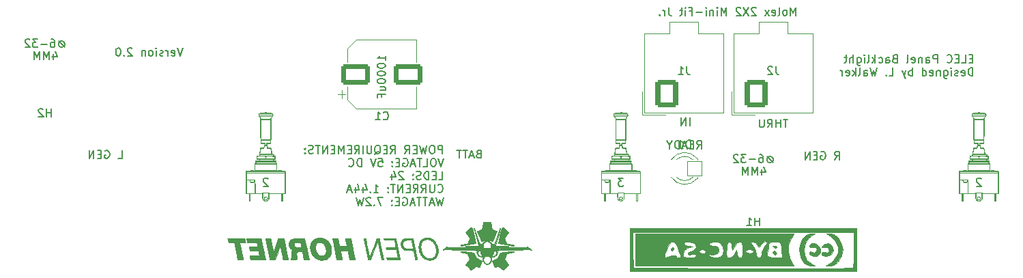
<source format=gbr>
%TF.GenerationSoftware,KiCad,Pcbnew,(6.0.9)*%
%TF.CreationDate,2022-12-26T16:20:07-09:00*%
%TF.ProjectId,PCB_ ELEC PANEL,5043422c-2045-44c4-9543-2050414e454c,rev?*%
%TF.SameCoordinates,Original*%
%TF.FileFunction,Legend,Bot*%
%TF.FilePolarity,Positive*%
%FSLAX46Y46*%
G04 Gerber Fmt 4.6, Leading zero omitted, Abs format (unit mm)*
G04 Created by KiCad (PCBNEW (6.0.9)) date 2022-12-26 16:20:07*
%MOMM*%
%LPD*%
G01*
G04 APERTURE LIST*
G04 Aperture macros list*
%AMRoundRect*
0 Rectangle with rounded corners*
0 $1 Rounding radius*
0 $2 $3 $4 $5 $6 $7 $8 $9 X,Y pos of 4 corners*
0 Add a 4 corners polygon primitive as box body*
4,1,4,$2,$3,$4,$5,$6,$7,$8,$9,$2,$3,0*
0 Add four circle primitives for the rounded corners*
1,1,$1+$1,$2,$3*
1,1,$1+$1,$4,$5*
1,1,$1+$1,$6,$7*
1,1,$1+$1,$8,$9*
0 Add four rect primitives between the rounded corners*
20,1,$1+$1,$2,$3,$4,$5,0*
20,1,$1+$1,$4,$5,$6,$7,0*
20,1,$1+$1,$6,$7,$8,$9,0*
20,1,$1+$1,$8,$9,$2,$3,0*%
G04 Aperture macros list end*
%ADD10C,0.150000*%
%ADD11C,0.010000*%
%ADD12C,0.100000*%
%ADD13C,0.120000*%
%ADD14C,12.800000*%
%ADD15C,4.400000*%
%ADD16RoundRect,0.300000X-1.500000X-1.000000X1.500000X-1.000000X1.500000X1.000000X-1.500000X1.000000X0*%
%ADD17RoundRect,0.050000X0.900000X0.900000X-0.900000X0.900000X-0.900000X-0.900000X0.900000X-0.900000X0*%
%ADD18C,1.900000*%
%ADD19RoundRect,0.300001X-1.099999X-1.399999X1.099999X-1.399999X1.099999X1.399999X-1.099999X1.399999X0*%
%ADD20O,2.800000X3.400000*%
G04 APERTURE END LIST*
D10*
X49477419Y-135224780D02*
X49953609Y-135224780D01*
X49953609Y-134224780D01*
X47858371Y-134272400D02*
X47953609Y-134224780D01*
X48096466Y-134224780D01*
X48239323Y-134272400D01*
X48334561Y-134367638D01*
X48382180Y-134462876D01*
X48429800Y-134653352D01*
X48429800Y-134796209D01*
X48382180Y-134986685D01*
X48334561Y-135081923D01*
X48239323Y-135177161D01*
X48096466Y-135224780D01*
X48001228Y-135224780D01*
X47858371Y-135177161D01*
X47810752Y-135129542D01*
X47810752Y-134796209D01*
X48001228Y-134796209D01*
X47382180Y-134700971D02*
X47048847Y-134700971D01*
X46905990Y-135224780D02*
X47382180Y-135224780D01*
X47382180Y-134224780D01*
X46905990Y-134224780D01*
X46477419Y-135224780D02*
X46477419Y-134224780D01*
X45905990Y-135224780D01*
X45905990Y-134224780D01*
X138402819Y-135351780D02*
X138736152Y-134875590D01*
X138974247Y-135351780D02*
X138974247Y-134351780D01*
X138593295Y-134351780D01*
X138498057Y-134399400D01*
X138450438Y-134447019D01*
X138402819Y-134542257D01*
X138402819Y-134685114D01*
X138450438Y-134780352D01*
X138498057Y-134827971D01*
X138593295Y-134875590D01*
X138974247Y-134875590D01*
X136688533Y-134399400D02*
X136783771Y-134351780D01*
X136926628Y-134351780D01*
X137069485Y-134399400D01*
X137164723Y-134494638D01*
X137212342Y-134589876D01*
X137259961Y-134780352D01*
X137259961Y-134923209D01*
X137212342Y-135113685D01*
X137164723Y-135208923D01*
X137069485Y-135304161D01*
X136926628Y-135351780D01*
X136831390Y-135351780D01*
X136688533Y-135304161D01*
X136640914Y-135256542D01*
X136640914Y-134923209D01*
X136831390Y-134923209D01*
X136212342Y-134827971D02*
X135879009Y-134827971D01*
X135736152Y-135351780D02*
X136212342Y-135351780D01*
X136212342Y-134351780D01*
X135736152Y-134351780D01*
X135307580Y-135351780D02*
X135307580Y-134351780D01*
X134736152Y-135351780D01*
X134736152Y-134351780D01*
X133582380Y-117492380D02*
X133582380Y-116492380D01*
X133249047Y-117206666D01*
X132915714Y-116492380D01*
X132915714Y-117492380D01*
X132296666Y-117492380D02*
X132391904Y-117444761D01*
X132439523Y-117397142D01*
X132487142Y-117301904D01*
X132487142Y-117016190D01*
X132439523Y-116920952D01*
X132391904Y-116873333D01*
X132296666Y-116825714D01*
X132153809Y-116825714D01*
X132058571Y-116873333D01*
X132010952Y-116920952D01*
X131963333Y-117016190D01*
X131963333Y-117301904D01*
X132010952Y-117397142D01*
X132058571Y-117444761D01*
X132153809Y-117492380D01*
X132296666Y-117492380D01*
X131391904Y-117492380D02*
X131487142Y-117444761D01*
X131534761Y-117349523D01*
X131534761Y-116492380D01*
X130630000Y-117444761D02*
X130725238Y-117492380D01*
X130915714Y-117492380D01*
X131010952Y-117444761D01*
X131058571Y-117349523D01*
X131058571Y-116968571D01*
X131010952Y-116873333D01*
X130915714Y-116825714D01*
X130725238Y-116825714D01*
X130630000Y-116873333D01*
X130582380Y-116968571D01*
X130582380Y-117063809D01*
X131058571Y-117159047D01*
X130249047Y-117492380D02*
X129725238Y-116825714D01*
X130249047Y-116825714D02*
X129725238Y-117492380D01*
X128630000Y-116587619D02*
X128582380Y-116540000D01*
X128487142Y-116492380D01*
X128249047Y-116492380D01*
X128153809Y-116540000D01*
X128106190Y-116587619D01*
X128058571Y-116682857D01*
X128058571Y-116778095D01*
X128106190Y-116920952D01*
X128677619Y-117492380D01*
X128058571Y-117492380D01*
X127725238Y-116492380D02*
X127058571Y-117492380D01*
X127058571Y-116492380D02*
X127725238Y-117492380D01*
X126725238Y-116587619D02*
X126677619Y-116540000D01*
X126582380Y-116492380D01*
X126344285Y-116492380D01*
X126249047Y-116540000D01*
X126201428Y-116587619D01*
X126153809Y-116682857D01*
X126153809Y-116778095D01*
X126201428Y-116920952D01*
X126772857Y-117492380D01*
X126153809Y-117492380D01*
X124963333Y-117492380D02*
X124963333Y-116492380D01*
X124630000Y-117206666D01*
X124296666Y-116492380D01*
X124296666Y-117492380D01*
X123820476Y-117492380D02*
X123820476Y-116825714D01*
X123820476Y-116492380D02*
X123868095Y-116540000D01*
X123820476Y-116587619D01*
X123772857Y-116540000D01*
X123820476Y-116492380D01*
X123820476Y-116587619D01*
X123344285Y-116825714D02*
X123344285Y-117492380D01*
X123344285Y-116920952D02*
X123296666Y-116873333D01*
X123201428Y-116825714D01*
X123058571Y-116825714D01*
X122963333Y-116873333D01*
X122915714Y-116968571D01*
X122915714Y-117492380D01*
X122439523Y-117492380D02*
X122439523Y-116825714D01*
X122439523Y-116492380D02*
X122487142Y-116540000D01*
X122439523Y-116587619D01*
X122391904Y-116540000D01*
X122439523Y-116492380D01*
X122439523Y-116587619D01*
X121963333Y-117111428D02*
X121201428Y-117111428D01*
X120391904Y-116968571D02*
X120725238Y-116968571D01*
X120725238Y-117492380D02*
X120725238Y-116492380D01*
X120249047Y-116492380D01*
X119868095Y-117492380D02*
X119868095Y-116825714D01*
X119868095Y-116492380D02*
X119915714Y-116540000D01*
X119868095Y-116587619D01*
X119820476Y-116540000D01*
X119868095Y-116492380D01*
X119868095Y-116587619D01*
X119534761Y-116825714D02*
X119153809Y-116825714D01*
X119391904Y-116492380D02*
X119391904Y-117349523D01*
X119344285Y-117444761D01*
X119249047Y-117492380D01*
X119153809Y-117492380D01*
X117772857Y-116492380D02*
X117772857Y-117206666D01*
X117820476Y-117349523D01*
X117915714Y-117444761D01*
X118058571Y-117492380D01*
X118153809Y-117492380D01*
X117296666Y-117492380D02*
X117296666Y-116825714D01*
X117296666Y-117016190D02*
X117249047Y-116920952D01*
X117201428Y-116873333D01*
X117106190Y-116825714D01*
X117010952Y-116825714D01*
X116677619Y-117397142D02*
X116630000Y-117444761D01*
X116677619Y-117492380D01*
X116725238Y-117444761D01*
X116677619Y-117397142D01*
X116677619Y-117492380D01*
X82652380Y-123056190D02*
X82652380Y-122484761D01*
X82652380Y-122770476D02*
X81652380Y-122770476D01*
X81795238Y-122675238D01*
X81890476Y-122580000D01*
X81938095Y-122484761D01*
X81652380Y-123675238D02*
X81652380Y-123770476D01*
X81700000Y-123865714D01*
X81747619Y-123913333D01*
X81842857Y-123960952D01*
X82033333Y-124008571D01*
X82271428Y-124008571D01*
X82461904Y-123960952D01*
X82557142Y-123913333D01*
X82604761Y-123865714D01*
X82652380Y-123770476D01*
X82652380Y-123675238D01*
X82604761Y-123580000D01*
X82557142Y-123532380D01*
X82461904Y-123484761D01*
X82271428Y-123437142D01*
X82033333Y-123437142D01*
X81842857Y-123484761D01*
X81747619Y-123532380D01*
X81700000Y-123580000D01*
X81652380Y-123675238D01*
X81652380Y-124627619D02*
X81652380Y-124722857D01*
X81700000Y-124818095D01*
X81747619Y-124865714D01*
X81842857Y-124913333D01*
X82033333Y-124960952D01*
X82271428Y-124960952D01*
X82461904Y-124913333D01*
X82557142Y-124865714D01*
X82604761Y-124818095D01*
X82652380Y-124722857D01*
X82652380Y-124627619D01*
X82604761Y-124532380D01*
X82557142Y-124484761D01*
X82461904Y-124437142D01*
X82271428Y-124389523D01*
X82033333Y-124389523D01*
X81842857Y-124437142D01*
X81747619Y-124484761D01*
X81700000Y-124532380D01*
X81652380Y-124627619D01*
X81652380Y-125580000D02*
X81652380Y-125675238D01*
X81700000Y-125770476D01*
X81747619Y-125818095D01*
X81842857Y-125865714D01*
X82033333Y-125913333D01*
X82271428Y-125913333D01*
X82461904Y-125865714D01*
X82557142Y-125818095D01*
X82604761Y-125770476D01*
X82652380Y-125675238D01*
X82652380Y-125580000D01*
X82604761Y-125484761D01*
X82557142Y-125437142D01*
X82461904Y-125389523D01*
X82271428Y-125341904D01*
X82033333Y-125341904D01*
X81842857Y-125389523D01*
X81747619Y-125437142D01*
X81700000Y-125484761D01*
X81652380Y-125580000D01*
X81985714Y-126770476D02*
X82652380Y-126770476D01*
X81985714Y-126341904D02*
X82509523Y-126341904D01*
X82604761Y-126389523D01*
X82652380Y-126484761D01*
X82652380Y-126627619D01*
X82604761Y-126722857D01*
X82557142Y-126770476D01*
X82128571Y-127580000D02*
X82128571Y-127246666D01*
X82652380Y-127246666D02*
X81652380Y-127246666D01*
X81652380Y-127722857D01*
X155514404Y-122843571D02*
X155181071Y-122843571D01*
X155038214Y-123367380D02*
X155514404Y-123367380D01*
X155514404Y-122367380D01*
X155038214Y-122367380D01*
X154133452Y-123367380D02*
X154609642Y-123367380D01*
X154609642Y-122367380D01*
X153800119Y-122843571D02*
X153466785Y-122843571D01*
X153323928Y-123367380D02*
X153800119Y-123367380D01*
X153800119Y-122367380D01*
X153323928Y-122367380D01*
X152323928Y-123272142D02*
X152371547Y-123319761D01*
X152514404Y-123367380D01*
X152609642Y-123367380D01*
X152752500Y-123319761D01*
X152847738Y-123224523D01*
X152895357Y-123129285D01*
X152942976Y-122938809D01*
X152942976Y-122795952D01*
X152895357Y-122605476D01*
X152847738Y-122510238D01*
X152752500Y-122415000D01*
X152609642Y-122367380D01*
X152514404Y-122367380D01*
X152371547Y-122415000D01*
X152323928Y-122462619D01*
X151133452Y-123367380D02*
X151133452Y-122367380D01*
X150752500Y-122367380D01*
X150657261Y-122415000D01*
X150609642Y-122462619D01*
X150562023Y-122557857D01*
X150562023Y-122700714D01*
X150609642Y-122795952D01*
X150657261Y-122843571D01*
X150752500Y-122891190D01*
X151133452Y-122891190D01*
X149704880Y-123367380D02*
X149704880Y-122843571D01*
X149752500Y-122748333D01*
X149847738Y-122700714D01*
X150038214Y-122700714D01*
X150133452Y-122748333D01*
X149704880Y-123319761D02*
X149800119Y-123367380D01*
X150038214Y-123367380D01*
X150133452Y-123319761D01*
X150181071Y-123224523D01*
X150181071Y-123129285D01*
X150133452Y-123034047D01*
X150038214Y-122986428D01*
X149800119Y-122986428D01*
X149704880Y-122938809D01*
X149228690Y-122700714D02*
X149228690Y-123367380D01*
X149228690Y-122795952D02*
X149181071Y-122748333D01*
X149085833Y-122700714D01*
X148942976Y-122700714D01*
X148847738Y-122748333D01*
X148800119Y-122843571D01*
X148800119Y-123367380D01*
X147942976Y-123319761D02*
X148038214Y-123367380D01*
X148228690Y-123367380D01*
X148323928Y-123319761D01*
X148371547Y-123224523D01*
X148371547Y-122843571D01*
X148323928Y-122748333D01*
X148228690Y-122700714D01*
X148038214Y-122700714D01*
X147942976Y-122748333D01*
X147895357Y-122843571D01*
X147895357Y-122938809D01*
X148371547Y-123034047D01*
X147323928Y-123367380D02*
X147419166Y-123319761D01*
X147466785Y-123224523D01*
X147466785Y-122367380D01*
X145847738Y-122843571D02*
X145704880Y-122891190D01*
X145657261Y-122938809D01*
X145609642Y-123034047D01*
X145609642Y-123176904D01*
X145657261Y-123272142D01*
X145704880Y-123319761D01*
X145800119Y-123367380D01*
X146181071Y-123367380D01*
X146181071Y-122367380D01*
X145847738Y-122367380D01*
X145752500Y-122415000D01*
X145704880Y-122462619D01*
X145657261Y-122557857D01*
X145657261Y-122653095D01*
X145704880Y-122748333D01*
X145752500Y-122795952D01*
X145847738Y-122843571D01*
X146181071Y-122843571D01*
X144752500Y-123367380D02*
X144752500Y-122843571D01*
X144800119Y-122748333D01*
X144895357Y-122700714D01*
X145085833Y-122700714D01*
X145181071Y-122748333D01*
X144752500Y-123319761D02*
X144847738Y-123367380D01*
X145085833Y-123367380D01*
X145181071Y-123319761D01*
X145228690Y-123224523D01*
X145228690Y-123129285D01*
X145181071Y-123034047D01*
X145085833Y-122986428D01*
X144847738Y-122986428D01*
X144752500Y-122938809D01*
X143847738Y-123319761D02*
X143942976Y-123367380D01*
X144133452Y-123367380D01*
X144228690Y-123319761D01*
X144276309Y-123272142D01*
X144323928Y-123176904D01*
X144323928Y-122891190D01*
X144276309Y-122795952D01*
X144228690Y-122748333D01*
X144133452Y-122700714D01*
X143942976Y-122700714D01*
X143847738Y-122748333D01*
X143419166Y-123367380D02*
X143419166Y-122367380D01*
X143323928Y-122986428D02*
X143038214Y-123367380D01*
X143038214Y-122700714D02*
X143419166Y-123081666D01*
X142466785Y-123367380D02*
X142562023Y-123319761D01*
X142609642Y-123224523D01*
X142609642Y-122367380D01*
X142085833Y-123367380D02*
X142085833Y-122700714D01*
X142085833Y-122367380D02*
X142133452Y-122415000D01*
X142085833Y-122462619D01*
X142038214Y-122415000D01*
X142085833Y-122367380D01*
X142085833Y-122462619D01*
X141181071Y-122700714D02*
X141181071Y-123510238D01*
X141228690Y-123605476D01*
X141276309Y-123653095D01*
X141371547Y-123700714D01*
X141514404Y-123700714D01*
X141609642Y-123653095D01*
X141181071Y-123319761D02*
X141276309Y-123367380D01*
X141466785Y-123367380D01*
X141562023Y-123319761D01*
X141609642Y-123272142D01*
X141657261Y-123176904D01*
X141657261Y-122891190D01*
X141609642Y-122795952D01*
X141562023Y-122748333D01*
X141466785Y-122700714D01*
X141276309Y-122700714D01*
X141181071Y-122748333D01*
X140704880Y-123367380D02*
X140704880Y-122367380D01*
X140276309Y-123367380D02*
X140276309Y-122843571D01*
X140323928Y-122748333D01*
X140419166Y-122700714D01*
X140562023Y-122700714D01*
X140657261Y-122748333D01*
X140704880Y-122795952D01*
X139942976Y-122700714D02*
X139562023Y-122700714D01*
X139800119Y-122367380D02*
X139800119Y-123224523D01*
X139752500Y-123319761D01*
X139657261Y-123367380D01*
X139562023Y-123367380D01*
X155514404Y-124977380D02*
X155514404Y-123977380D01*
X155276309Y-123977380D01*
X155133452Y-124025000D01*
X155038214Y-124120238D01*
X154990595Y-124215476D01*
X154942976Y-124405952D01*
X154942976Y-124548809D01*
X154990595Y-124739285D01*
X155038214Y-124834523D01*
X155133452Y-124929761D01*
X155276309Y-124977380D01*
X155514404Y-124977380D01*
X154133452Y-124929761D02*
X154228690Y-124977380D01*
X154419166Y-124977380D01*
X154514404Y-124929761D01*
X154562023Y-124834523D01*
X154562023Y-124453571D01*
X154514404Y-124358333D01*
X154419166Y-124310714D01*
X154228690Y-124310714D01*
X154133452Y-124358333D01*
X154085833Y-124453571D01*
X154085833Y-124548809D01*
X154562023Y-124644047D01*
X153704880Y-124929761D02*
X153609642Y-124977380D01*
X153419166Y-124977380D01*
X153323928Y-124929761D01*
X153276309Y-124834523D01*
X153276309Y-124786904D01*
X153323928Y-124691666D01*
X153419166Y-124644047D01*
X153562023Y-124644047D01*
X153657261Y-124596428D01*
X153704880Y-124501190D01*
X153704880Y-124453571D01*
X153657261Y-124358333D01*
X153562023Y-124310714D01*
X153419166Y-124310714D01*
X153323928Y-124358333D01*
X152847738Y-124977380D02*
X152847738Y-124310714D01*
X152847738Y-123977380D02*
X152895357Y-124025000D01*
X152847738Y-124072619D01*
X152800119Y-124025000D01*
X152847738Y-123977380D01*
X152847738Y-124072619D01*
X151942976Y-124310714D02*
X151942976Y-125120238D01*
X151990595Y-125215476D01*
X152038214Y-125263095D01*
X152133452Y-125310714D01*
X152276309Y-125310714D01*
X152371547Y-125263095D01*
X151942976Y-124929761D02*
X152038214Y-124977380D01*
X152228690Y-124977380D01*
X152323928Y-124929761D01*
X152371547Y-124882142D01*
X152419166Y-124786904D01*
X152419166Y-124501190D01*
X152371547Y-124405952D01*
X152323928Y-124358333D01*
X152228690Y-124310714D01*
X152038214Y-124310714D01*
X151942976Y-124358333D01*
X151466785Y-124310714D02*
X151466785Y-124977380D01*
X151466785Y-124405952D02*
X151419166Y-124358333D01*
X151323928Y-124310714D01*
X151181071Y-124310714D01*
X151085833Y-124358333D01*
X151038214Y-124453571D01*
X151038214Y-124977380D01*
X150181071Y-124929761D02*
X150276309Y-124977380D01*
X150466785Y-124977380D01*
X150562023Y-124929761D01*
X150609642Y-124834523D01*
X150609642Y-124453571D01*
X150562023Y-124358333D01*
X150466785Y-124310714D01*
X150276309Y-124310714D01*
X150181071Y-124358333D01*
X150133452Y-124453571D01*
X150133452Y-124548809D01*
X150609642Y-124644047D01*
X149276309Y-124977380D02*
X149276309Y-123977380D01*
X149276309Y-124929761D02*
X149371547Y-124977380D01*
X149562023Y-124977380D01*
X149657261Y-124929761D01*
X149704880Y-124882142D01*
X149752500Y-124786904D01*
X149752500Y-124501190D01*
X149704880Y-124405952D01*
X149657261Y-124358333D01*
X149562023Y-124310714D01*
X149371547Y-124310714D01*
X149276309Y-124358333D01*
X148038214Y-124977380D02*
X148038214Y-123977380D01*
X148038214Y-124358333D02*
X147942976Y-124310714D01*
X147752500Y-124310714D01*
X147657261Y-124358333D01*
X147609642Y-124405952D01*
X147562023Y-124501190D01*
X147562023Y-124786904D01*
X147609642Y-124882142D01*
X147657261Y-124929761D01*
X147752500Y-124977380D01*
X147942976Y-124977380D01*
X148038214Y-124929761D01*
X147228690Y-124310714D02*
X146990595Y-124977380D01*
X146752500Y-124310714D02*
X146990595Y-124977380D01*
X147085833Y-125215476D01*
X147133452Y-125263095D01*
X147228690Y-125310714D01*
X145133452Y-124977380D02*
X145609642Y-124977380D01*
X145609642Y-123977380D01*
X144800119Y-124882142D02*
X144752500Y-124929761D01*
X144800119Y-124977380D01*
X144847738Y-124929761D01*
X144800119Y-124882142D01*
X144800119Y-124977380D01*
X143657261Y-123977380D02*
X143419166Y-124977380D01*
X143228690Y-124263095D01*
X143038214Y-124977380D01*
X142800119Y-123977380D01*
X141990595Y-124977380D02*
X141990595Y-124453571D01*
X142038214Y-124358333D01*
X142133452Y-124310714D01*
X142323928Y-124310714D01*
X142419166Y-124358333D01*
X141990595Y-124929761D02*
X142085833Y-124977380D01*
X142323928Y-124977380D01*
X142419166Y-124929761D01*
X142466785Y-124834523D01*
X142466785Y-124739285D01*
X142419166Y-124644047D01*
X142323928Y-124596428D01*
X142085833Y-124596428D01*
X141990595Y-124548809D01*
X141371547Y-124977380D02*
X141466785Y-124929761D01*
X141514404Y-124834523D01*
X141514404Y-123977380D01*
X140990595Y-124977380D02*
X140990595Y-123977380D01*
X140895357Y-124596428D02*
X140609642Y-124977380D01*
X140609642Y-124310714D02*
X140990595Y-124691666D01*
X139800119Y-124929761D02*
X139895357Y-124977380D01*
X140085833Y-124977380D01*
X140181071Y-124929761D01*
X140228690Y-124834523D01*
X140228690Y-124453571D01*
X140181071Y-124358333D01*
X140085833Y-124310714D01*
X139895357Y-124310714D01*
X139800119Y-124358333D01*
X139752500Y-124453571D01*
X139752500Y-124548809D01*
X140228690Y-124644047D01*
X139323928Y-124977380D02*
X139323928Y-124310714D01*
X139323928Y-124501190D02*
X139276309Y-124405952D01*
X139228690Y-124358333D01*
X139133452Y-124310714D01*
X139038214Y-124310714D01*
X57505076Y-121499380D02*
X57171742Y-122499380D01*
X56838409Y-121499380D01*
X56124123Y-122451761D02*
X56219361Y-122499380D01*
X56409838Y-122499380D01*
X56505076Y-122451761D01*
X56552695Y-122356523D01*
X56552695Y-121975571D01*
X56505076Y-121880333D01*
X56409838Y-121832714D01*
X56219361Y-121832714D01*
X56124123Y-121880333D01*
X56076504Y-121975571D01*
X56076504Y-122070809D01*
X56552695Y-122166047D01*
X55647933Y-122499380D02*
X55647933Y-121832714D01*
X55647933Y-122023190D02*
X55600314Y-121927952D01*
X55552695Y-121880333D01*
X55457457Y-121832714D01*
X55362219Y-121832714D01*
X55076504Y-122451761D02*
X54981266Y-122499380D01*
X54790790Y-122499380D01*
X54695552Y-122451761D01*
X54647933Y-122356523D01*
X54647933Y-122308904D01*
X54695552Y-122213666D01*
X54790790Y-122166047D01*
X54933647Y-122166047D01*
X55028885Y-122118428D01*
X55076504Y-122023190D01*
X55076504Y-121975571D01*
X55028885Y-121880333D01*
X54933647Y-121832714D01*
X54790790Y-121832714D01*
X54695552Y-121880333D01*
X54219361Y-122499380D02*
X54219361Y-121832714D01*
X54219361Y-121499380D02*
X54266980Y-121547000D01*
X54219361Y-121594619D01*
X54171742Y-121547000D01*
X54219361Y-121499380D01*
X54219361Y-121594619D01*
X53600314Y-122499380D02*
X53695552Y-122451761D01*
X53743171Y-122404142D01*
X53790790Y-122308904D01*
X53790790Y-122023190D01*
X53743171Y-121927952D01*
X53695552Y-121880333D01*
X53600314Y-121832714D01*
X53457457Y-121832714D01*
X53362219Y-121880333D01*
X53314600Y-121927952D01*
X53266980Y-122023190D01*
X53266980Y-122308904D01*
X53314600Y-122404142D01*
X53362219Y-122451761D01*
X53457457Y-122499380D01*
X53600314Y-122499380D01*
X52838409Y-121832714D02*
X52838409Y-122499380D01*
X52838409Y-121927952D02*
X52790790Y-121880333D01*
X52695552Y-121832714D01*
X52552695Y-121832714D01*
X52457457Y-121880333D01*
X52409838Y-121975571D01*
X52409838Y-122499380D01*
X51219361Y-121594619D02*
X51171742Y-121547000D01*
X51076504Y-121499380D01*
X50838409Y-121499380D01*
X50743171Y-121547000D01*
X50695552Y-121594619D01*
X50647933Y-121689857D01*
X50647933Y-121785095D01*
X50695552Y-121927952D01*
X51266980Y-122499380D01*
X50647933Y-122499380D01*
X50219361Y-122404142D02*
X50171742Y-122451761D01*
X50219361Y-122499380D01*
X50266980Y-122451761D01*
X50219361Y-122404142D01*
X50219361Y-122499380D01*
X49552695Y-121499380D02*
X49457457Y-121499380D01*
X49362219Y-121547000D01*
X49314600Y-121594619D01*
X49266980Y-121689857D01*
X49219361Y-121880333D01*
X49219361Y-122118428D01*
X49266980Y-122308904D01*
X49314600Y-122404142D01*
X49362219Y-122451761D01*
X49457457Y-122499380D01*
X49552695Y-122499380D01*
X49647933Y-122451761D01*
X49695552Y-122404142D01*
X49743171Y-122308904D01*
X49790790Y-122118428D01*
X49790790Y-121880333D01*
X49743171Y-121689857D01*
X49695552Y-121594619D01*
X49647933Y-121547000D01*
X49552695Y-121499380D01*
X132583333Y-130362380D02*
X132011904Y-130362380D01*
X132297619Y-131362380D02*
X132297619Y-130362380D01*
X131678571Y-131362380D02*
X131678571Y-130362380D01*
X131678571Y-130838571D02*
X131107142Y-130838571D01*
X131107142Y-131362380D02*
X131107142Y-130362380D01*
X130059523Y-131362380D02*
X130392857Y-130886190D01*
X130630952Y-131362380D02*
X130630952Y-130362380D01*
X130250000Y-130362380D01*
X130154761Y-130410000D01*
X130107142Y-130457619D01*
X130059523Y-130552857D01*
X130059523Y-130695714D01*
X130107142Y-130790952D01*
X130154761Y-130838571D01*
X130250000Y-130886190D01*
X130630952Y-130886190D01*
X129630952Y-130362380D02*
X129630952Y-131171904D01*
X129583333Y-131267142D01*
X129535714Y-131314761D01*
X129440476Y-131362380D01*
X129250000Y-131362380D01*
X129154761Y-131314761D01*
X129107142Y-131267142D01*
X129059523Y-131171904D01*
X129059523Y-130362380D01*
X121300000Y-134002380D02*
X121633333Y-133526190D01*
X121871428Y-134002380D02*
X121871428Y-133002380D01*
X121490476Y-133002380D01*
X121395238Y-133050000D01*
X121347619Y-133097619D01*
X121300000Y-133192857D01*
X121300000Y-133335714D01*
X121347619Y-133430952D01*
X121395238Y-133478571D01*
X121490476Y-133526190D01*
X121871428Y-133526190D01*
X120871428Y-133478571D02*
X120538095Y-133478571D01*
X120395238Y-134002380D02*
X120871428Y-134002380D01*
X120871428Y-133002380D01*
X120395238Y-133002380D01*
X120014285Y-133716666D02*
X119538095Y-133716666D01*
X120109523Y-134002380D02*
X119776190Y-133002380D01*
X119442857Y-134002380D01*
X119109523Y-134002380D02*
X119109523Y-133002380D01*
X118871428Y-133002380D01*
X118728571Y-133050000D01*
X118633333Y-133145238D01*
X118585714Y-133240476D01*
X118538095Y-133430952D01*
X118538095Y-133573809D01*
X118585714Y-133764285D01*
X118633333Y-133859523D01*
X118728571Y-133954761D01*
X118871428Y-134002380D01*
X119109523Y-134002380D01*
X117919047Y-133526190D02*
X117919047Y-134002380D01*
X118252380Y-133002380D02*
X117919047Y-133526190D01*
X117585714Y-133002380D01*
X89734404Y-134602380D02*
X89734404Y-133602380D01*
X89353452Y-133602380D01*
X89258214Y-133650000D01*
X89210595Y-133697619D01*
X89162976Y-133792857D01*
X89162976Y-133935714D01*
X89210595Y-134030952D01*
X89258214Y-134078571D01*
X89353452Y-134126190D01*
X89734404Y-134126190D01*
X88543928Y-133602380D02*
X88353452Y-133602380D01*
X88258214Y-133650000D01*
X88162976Y-133745238D01*
X88115357Y-133935714D01*
X88115357Y-134269047D01*
X88162976Y-134459523D01*
X88258214Y-134554761D01*
X88353452Y-134602380D01*
X88543928Y-134602380D01*
X88639166Y-134554761D01*
X88734404Y-134459523D01*
X88782023Y-134269047D01*
X88782023Y-133935714D01*
X88734404Y-133745238D01*
X88639166Y-133650000D01*
X88543928Y-133602380D01*
X87782023Y-133602380D02*
X87543928Y-134602380D01*
X87353452Y-133888095D01*
X87162976Y-134602380D01*
X86924880Y-133602380D01*
X86543928Y-134078571D02*
X86210595Y-134078571D01*
X86067738Y-134602380D02*
X86543928Y-134602380D01*
X86543928Y-133602380D01*
X86067738Y-133602380D01*
X85067738Y-134602380D02*
X85401071Y-134126190D01*
X85639166Y-134602380D02*
X85639166Y-133602380D01*
X85258214Y-133602380D01*
X85162976Y-133650000D01*
X85115357Y-133697619D01*
X85067738Y-133792857D01*
X85067738Y-133935714D01*
X85115357Y-134030952D01*
X85162976Y-134078571D01*
X85258214Y-134126190D01*
X85639166Y-134126190D01*
X83305833Y-134602380D02*
X83639166Y-134126190D01*
X83877261Y-134602380D02*
X83877261Y-133602380D01*
X83496309Y-133602380D01*
X83401071Y-133650000D01*
X83353452Y-133697619D01*
X83305833Y-133792857D01*
X83305833Y-133935714D01*
X83353452Y-134030952D01*
X83401071Y-134078571D01*
X83496309Y-134126190D01*
X83877261Y-134126190D01*
X82877261Y-134078571D02*
X82543928Y-134078571D01*
X82401071Y-134602380D02*
X82877261Y-134602380D01*
X82877261Y-133602380D01*
X82401071Y-133602380D01*
X81305833Y-134697619D02*
X81401071Y-134650000D01*
X81496309Y-134554761D01*
X81639166Y-134411904D01*
X81734404Y-134364285D01*
X81829642Y-134364285D01*
X81782023Y-134602380D02*
X81877261Y-134554761D01*
X81972500Y-134459523D01*
X82020119Y-134269047D01*
X82020119Y-133935714D01*
X81972500Y-133745238D01*
X81877261Y-133650000D01*
X81782023Y-133602380D01*
X81591547Y-133602380D01*
X81496309Y-133650000D01*
X81401071Y-133745238D01*
X81353452Y-133935714D01*
X81353452Y-134269047D01*
X81401071Y-134459523D01*
X81496309Y-134554761D01*
X81591547Y-134602380D01*
X81782023Y-134602380D01*
X80924880Y-133602380D02*
X80924880Y-134411904D01*
X80877261Y-134507142D01*
X80829642Y-134554761D01*
X80734404Y-134602380D01*
X80543928Y-134602380D01*
X80448690Y-134554761D01*
X80401071Y-134507142D01*
X80353452Y-134411904D01*
X80353452Y-133602380D01*
X79877261Y-134602380D02*
X79877261Y-133602380D01*
X78829642Y-134602380D02*
X79162976Y-134126190D01*
X79401071Y-134602380D02*
X79401071Y-133602380D01*
X79020119Y-133602380D01*
X78924880Y-133650000D01*
X78877261Y-133697619D01*
X78829642Y-133792857D01*
X78829642Y-133935714D01*
X78877261Y-134030952D01*
X78924880Y-134078571D01*
X79020119Y-134126190D01*
X79401071Y-134126190D01*
X78401071Y-134078571D02*
X78067738Y-134078571D01*
X77924880Y-134602380D02*
X78401071Y-134602380D01*
X78401071Y-133602380D01*
X77924880Y-133602380D01*
X77496309Y-134602380D02*
X77496309Y-133602380D01*
X77162976Y-134316666D01*
X76829642Y-133602380D01*
X76829642Y-134602380D01*
X76353452Y-134078571D02*
X76020119Y-134078571D01*
X75877261Y-134602380D02*
X76353452Y-134602380D01*
X76353452Y-133602380D01*
X75877261Y-133602380D01*
X75448690Y-134602380D02*
X75448690Y-133602380D01*
X74877261Y-134602380D01*
X74877261Y-133602380D01*
X74543928Y-133602380D02*
X73972500Y-133602380D01*
X74258214Y-134602380D02*
X74258214Y-133602380D01*
X73686785Y-134554761D02*
X73543928Y-134602380D01*
X73305833Y-134602380D01*
X73210595Y-134554761D01*
X73162976Y-134507142D01*
X73115357Y-134411904D01*
X73115357Y-134316666D01*
X73162976Y-134221428D01*
X73210595Y-134173809D01*
X73305833Y-134126190D01*
X73496309Y-134078571D01*
X73591547Y-134030952D01*
X73639166Y-133983333D01*
X73686785Y-133888095D01*
X73686785Y-133792857D01*
X73639166Y-133697619D01*
X73591547Y-133650000D01*
X73496309Y-133602380D01*
X73258214Y-133602380D01*
X73115357Y-133650000D01*
X72686785Y-134507142D02*
X72639166Y-134554761D01*
X72686785Y-134602380D01*
X72734404Y-134554761D01*
X72686785Y-134507142D01*
X72686785Y-134602380D01*
X72686785Y-133983333D02*
X72639166Y-134030952D01*
X72686785Y-134078571D01*
X72734404Y-134030952D01*
X72686785Y-133983333D01*
X72686785Y-134078571D01*
X89877261Y-135212380D02*
X89543928Y-136212380D01*
X89210595Y-135212380D01*
X88686785Y-135212380D02*
X88496309Y-135212380D01*
X88401071Y-135260000D01*
X88305833Y-135355238D01*
X88258214Y-135545714D01*
X88258214Y-135879047D01*
X88305833Y-136069523D01*
X88401071Y-136164761D01*
X88496309Y-136212380D01*
X88686785Y-136212380D01*
X88782023Y-136164761D01*
X88877261Y-136069523D01*
X88924880Y-135879047D01*
X88924880Y-135545714D01*
X88877261Y-135355238D01*
X88782023Y-135260000D01*
X88686785Y-135212380D01*
X87353452Y-136212380D02*
X87829642Y-136212380D01*
X87829642Y-135212380D01*
X87162976Y-135212380D02*
X86591547Y-135212380D01*
X86877261Y-136212380D02*
X86877261Y-135212380D01*
X86305833Y-135926666D02*
X85829642Y-135926666D01*
X86401071Y-136212380D02*
X86067738Y-135212380D01*
X85734404Y-136212380D01*
X84877261Y-135260000D02*
X84972500Y-135212380D01*
X85115357Y-135212380D01*
X85258214Y-135260000D01*
X85353452Y-135355238D01*
X85401071Y-135450476D01*
X85448690Y-135640952D01*
X85448690Y-135783809D01*
X85401071Y-135974285D01*
X85353452Y-136069523D01*
X85258214Y-136164761D01*
X85115357Y-136212380D01*
X85020119Y-136212380D01*
X84877261Y-136164761D01*
X84829642Y-136117142D01*
X84829642Y-135783809D01*
X85020119Y-135783809D01*
X84401071Y-135688571D02*
X84067738Y-135688571D01*
X83924880Y-136212380D02*
X84401071Y-136212380D01*
X84401071Y-135212380D01*
X83924880Y-135212380D01*
X83496309Y-136117142D02*
X83448690Y-136164761D01*
X83496309Y-136212380D01*
X83543928Y-136164761D01*
X83496309Y-136117142D01*
X83496309Y-136212380D01*
X83496309Y-135593333D02*
X83448690Y-135640952D01*
X83496309Y-135688571D01*
X83543928Y-135640952D01*
X83496309Y-135593333D01*
X83496309Y-135688571D01*
X81782023Y-135212380D02*
X82258214Y-135212380D01*
X82305833Y-135688571D01*
X82258214Y-135640952D01*
X82162976Y-135593333D01*
X81924880Y-135593333D01*
X81829642Y-135640952D01*
X81782023Y-135688571D01*
X81734404Y-135783809D01*
X81734404Y-136021904D01*
X81782023Y-136117142D01*
X81829642Y-136164761D01*
X81924880Y-136212380D01*
X82162976Y-136212380D01*
X82258214Y-136164761D01*
X82305833Y-136117142D01*
X81448690Y-135212380D02*
X81115357Y-136212380D01*
X80782023Y-135212380D01*
X79686785Y-136212380D02*
X79686785Y-135212380D01*
X79448690Y-135212380D01*
X79305833Y-135260000D01*
X79210595Y-135355238D01*
X79162976Y-135450476D01*
X79115357Y-135640952D01*
X79115357Y-135783809D01*
X79162976Y-135974285D01*
X79210595Y-136069523D01*
X79305833Y-136164761D01*
X79448690Y-136212380D01*
X79686785Y-136212380D01*
X78115357Y-136117142D02*
X78162976Y-136164761D01*
X78305833Y-136212380D01*
X78401071Y-136212380D01*
X78543928Y-136164761D01*
X78639166Y-136069523D01*
X78686785Y-135974285D01*
X78734404Y-135783809D01*
X78734404Y-135640952D01*
X78686785Y-135450476D01*
X78639166Y-135355238D01*
X78543928Y-135260000D01*
X78401071Y-135212380D01*
X78305833Y-135212380D01*
X78162976Y-135260000D01*
X78115357Y-135307619D01*
X89258214Y-137822380D02*
X89734404Y-137822380D01*
X89734404Y-136822380D01*
X88924880Y-137298571D02*
X88591547Y-137298571D01*
X88448690Y-137822380D02*
X88924880Y-137822380D01*
X88924880Y-136822380D01*
X88448690Y-136822380D01*
X88020119Y-137822380D02*
X88020119Y-136822380D01*
X87782023Y-136822380D01*
X87639166Y-136870000D01*
X87543928Y-136965238D01*
X87496309Y-137060476D01*
X87448690Y-137250952D01*
X87448690Y-137393809D01*
X87496309Y-137584285D01*
X87543928Y-137679523D01*
X87639166Y-137774761D01*
X87782023Y-137822380D01*
X88020119Y-137822380D01*
X87067738Y-137774761D02*
X86924880Y-137822380D01*
X86686785Y-137822380D01*
X86591547Y-137774761D01*
X86543928Y-137727142D01*
X86496309Y-137631904D01*
X86496309Y-137536666D01*
X86543928Y-137441428D01*
X86591547Y-137393809D01*
X86686785Y-137346190D01*
X86877261Y-137298571D01*
X86972500Y-137250952D01*
X87020119Y-137203333D01*
X87067738Y-137108095D01*
X87067738Y-137012857D01*
X87020119Y-136917619D01*
X86972500Y-136870000D01*
X86877261Y-136822380D01*
X86639166Y-136822380D01*
X86496309Y-136870000D01*
X86067738Y-137727142D02*
X86020119Y-137774761D01*
X86067738Y-137822380D01*
X86115357Y-137774761D01*
X86067738Y-137727142D01*
X86067738Y-137822380D01*
X86067738Y-137203333D02*
X86020119Y-137250952D01*
X86067738Y-137298571D01*
X86115357Y-137250952D01*
X86067738Y-137203333D01*
X86067738Y-137298571D01*
X84877261Y-136917619D02*
X84829642Y-136870000D01*
X84734404Y-136822380D01*
X84496309Y-136822380D01*
X84401071Y-136870000D01*
X84353452Y-136917619D01*
X84305833Y-137012857D01*
X84305833Y-137108095D01*
X84353452Y-137250952D01*
X84924880Y-137822380D01*
X84305833Y-137822380D01*
X83448690Y-137155714D02*
X83448690Y-137822380D01*
X83686785Y-136774761D02*
X83924880Y-137489047D01*
X83305833Y-137489047D01*
X89162976Y-139337142D02*
X89210595Y-139384761D01*
X89353452Y-139432380D01*
X89448690Y-139432380D01*
X89591547Y-139384761D01*
X89686785Y-139289523D01*
X89734404Y-139194285D01*
X89782023Y-139003809D01*
X89782023Y-138860952D01*
X89734404Y-138670476D01*
X89686785Y-138575238D01*
X89591547Y-138480000D01*
X89448690Y-138432380D01*
X89353452Y-138432380D01*
X89210595Y-138480000D01*
X89162976Y-138527619D01*
X88734404Y-138432380D02*
X88734404Y-139241904D01*
X88686785Y-139337142D01*
X88639166Y-139384761D01*
X88543928Y-139432380D01*
X88353452Y-139432380D01*
X88258214Y-139384761D01*
X88210595Y-139337142D01*
X88162976Y-139241904D01*
X88162976Y-138432380D01*
X87115357Y-139432380D02*
X87448690Y-138956190D01*
X87686785Y-139432380D02*
X87686785Y-138432380D01*
X87305833Y-138432380D01*
X87210595Y-138480000D01*
X87162976Y-138527619D01*
X87115357Y-138622857D01*
X87115357Y-138765714D01*
X87162976Y-138860952D01*
X87210595Y-138908571D01*
X87305833Y-138956190D01*
X87686785Y-138956190D01*
X86115357Y-139432380D02*
X86448690Y-138956190D01*
X86686785Y-139432380D02*
X86686785Y-138432380D01*
X86305833Y-138432380D01*
X86210595Y-138480000D01*
X86162976Y-138527619D01*
X86115357Y-138622857D01*
X86115357Y-138765714D01*
X86162976Y-138860952D01*
X86210595Y-138908571D01*
X86305833Y-138956190D01*
X86686785Y-138956190D01*
X85686785Y-138908571D02*
X85353452Y-138908571D01*
X85210595Y-139432380D02*
X85686785Y-139432380D01*
X85686785Y-138432380D01*
X85210595Y-138432380D01*
X84782023Y-139432380D02*
X84782023Y-138432380D01*
X84210595Y-139432380D01*
X84210595Y-138432380D01*
X83877261Y-138432380D02*
X83305833Y-138432380D01*
X83591547Y-139432380D02*
X83591547Y-138432380D01*
X82972500Y-139337142D02*
X82924880Y-139384761D01*
X82972500Y-139432380D01*
X83020119Y-139384761D01*
X82972500Y-139337142D01*
X82972500Y-139432380D01*
X82972500Y-138813333D02*
X82924880Y-138860952D01*
X82972500Y-138908571D01*
X83020119Y-138860952D01*
X82972500Y-138813333D01*
X82972500Y-138908571D01*
X81210595Y-139432380D02*
X81782023Y-139432380D01*
X81496309Y-139432380D02*
X81496309Y-138432380D01*
X81591547Y-138575238D01*
X81686785Y-138670476D01*
X81782023Y-138718095D01*
X80782023Y-139337142D02*
X80734404Y-139384761D01*
X80782023Y-139432380D01*
X80829642Y-139384761D01*
X80782023Y-139337142D01*
X80782023Y-139432380D01*
X79877261Y-138765714D02*
X79877261Y-139432380D01*
X80115357Y-138384761D02*
X80353452Y-139099047D01*
X79734404Y-139099047D01*
X78924880Y-138765714D02*
X78924880Y-139432380D01*
X79162976Y-138384761D02*
X79401071Y-139099047D01*
X78782023Y-139099047D01*
X78448690Y-139146666D02*
X77972500Y-139146666D01*
X78543928Y-139432380D02*
X78210595Y-138432380D01*
X77877261Y-139432380D01*
X89829642Y-140042380D02*
X89591547Y-141042380D01*
X89401071Y-140328095D01*
X89210595Y-141042380D01*
X88972500Y-140042380D01*
X88639166Y-140756666D02*
X88162976Y-140756666D01*
X88734404Y-141042380D02*
X88401071Y-140042380D01*
X88067738Y-141042380D01*
X87877261Y-140042380D02*
X87305833Y-140042380D01*
X87591547Y-141042380D02*
X87591547Y-140042380D01*
X87115357Y-140042380D02*
X86543928Y-140042380D01*
X86829642Y-141042380D02*
X86829642Y-140042380D01*
X86258214Y-140756666D02*
X85782023Y-140756666D01*
X86353452Y-141042380D02*
X86020119Y-140042380D01*
X85686785Y-141042380D01*
X84829642Y-140090000D02*
X84924880Y-140042380D01*
X85067738Y-140042380D01*
X85210595Y-140090000D01*
X85305833Y-140185238D01*
X85353452Y-140280476D01*
X85401071Y-140470952D01*
X85401071Y-140613809D01*
X85353452Y-140804285D01*
X85305833Y-140899523D01*
X85210595Y-140994761D01*
X85067738Y-141042380D01*
X84972500Y-141042380D01*
X84829642Y-140994761D01*
X84782023Y-140947142D01*
X84782023Y-140613809D01*
X84972500Y-140613809D01*
X84353452Y-140518571D02*
X84020119Y-140518571D01*
X83877261Y-141042380D02*
X84353452Y-141042380D01*
X84353452Y-140042380D01*
X83877261Y-140042380D01*
X83448690Y-140947142D02*
X83401071Y-140994761D01*
X83448690Y-141042380D01*
X83496309Y-140994761D01*
X83448690Y-140947142D01*
X83448690Y-141042380D01*
X83448690Y-140423333D02*
X83401071Y-140470952D01*
X83448690Y-140518571D01*
X83496309Y-140470952D01*
X83448690Y-140423333D01*
X83448690Y-140518571D01*
X82305833Y-140042380D02*
X81639166Y-140042380D01*
X82067738Y-141042380D01*
X81258214Y-140947142D02*
X81210595Y-140994761D01*
X81258214Y-141042380D01*
X81305833Y-140994761D01*
X81258214Y-140947142D01*
X81258214Y-141042380D01*
X80829642Y-140137619D02*
X80782023Y-140090000D01*
X80686785Y-140042380D01*
X80448690Y-140042380D01*
X80353452Y-140090000D01*
X80305833Y-140137619D01*
X80258214Y-140232857D01*
X80258214Y-140328095D01*
X80305833Y-140470952D01*
X80877261Y-141042380D01*
X80258214Y-141042380D01*
X79924880Y-140042380D02*
X79686785Y-141042380D01*
X79496309Y-140328095D01*
X79305833Y-141042380D01*
X79067738Y-140042380D01*
X94210047Y-134650171D02*
X94067190Y-134697790D01*
X94019571Y-134745409D01*
X93971952Y-134840647D01*
X93971952Y-134983504D01*
X94019571Y-135078742D01*
X94067190Y-135126361D01*
X94162428Y-135173980D01*
X94543380Y-135173980D01*
X94543380Y-134173980D01*
X94210047Y-134173980D01*
X94114809Y-134221600D01*
X94067190Y-134269219D01*
X94019571Y-134364457D01*
X94019571Y-134459695D01*
X94067190Y-134554933D01*
X94114809Y-134602552D01*
X94210047Y-134650171D01*
X94543380Y-134650171D01*
X93591000Y-134888266D02*
X93114809Y-134888266D01*
X93686238Y-135173980D02*
X93352904Y-134173980D01*
X93019571Y-135173980D01*
X92829095Y-134173980D02*
X92257666Y-134173980D01*
X92543380Y-135173980D02*
X92543380Y-134173980D01*
X92067190Y-134173980D02*
X91495761Y-134173980D01*
X91781476Y-135173980D02*
X91781476Y-134173980D01*
X120393809Y-131182380D02*
X120393809Y-130182380D01*
X119917619Y-131182380D02*
X119917619Y-130182380D01*
X119346190Y-131182380D01*
X119346190Y-130182380D01*
%TO.C,4*%
X129057304Y-143552380D02*
X129057304Y-142552380D01*
X129057304Y-143028571D02*
X128485876Y-143028571D01*
X128485876Y-143552380D02*
X128485876Y-142552380D01*
X127485876Y-143552380D02*
X128057304Y-143552380D01*
X127771590Y-143552380D02*
X127771590Y-142552380D01*
X127866828Y-142695238D01*
X127962066Y-142790476D01*
X128057304Y-142838095D01*
X129322780Y-136579014D02*
X129322780Y-137245680D01*
X129560876Y-136198061D02*
X129798971Y-136912347D01*
X129179923Y-136912347D01*
X128798971Y-137245680D02*
X128798971Y-136245680D01*
X128465638Y-136959966D01*
X128132304Y-136245680D01*
X128132304Y-137245680D01*
X127656114Y-137245680D02*
X127656114Y-136245680D01*
X127322780Y-136959966D01*
X126989447Y-136245680D01*
X126989447Y-137245680D01*
X130438257Y-134958776D02*
X130247780Y-134958776D01*
X130057304Y-135054014D01*
X129962066Y-135244490D01*
X129962066Y-135434966D01*
X130057304Y-135625442D01*
X130247780Y-135720680D01*
X130438257Y-135720680D01*
X130628733Y-135625442D01*
X130723971Y-135434966D01*
X130723971Y-135244490D01*
X130628733Y-135054014D01*
X130438257Y-134958776D01*
X129962066Y-134958776D02*
X130723971Y-135720680D01*
X129057304Y-134720680D02*
X129247780Y-134720680D01*
X129343019Y-134768300D01*
X129390638Y-134815919D01*
X129485876Y-134958776D01*
X129533495Y-135149252D01*
X129533495Y-135530204D01*
X129485876Y-135625442D01*
X129438257Y-135673061D01*
X129343019Y-135720680D01*
X129152542Y-135720680D01*
X129057304Y-135673061D01*
X129009685Y-135625442D01*
X128962066Y-135530204D01*
X128962066Y-135292109D01*
X129009685Y-135196871D01*
X129057304Y-135149252D01*
X129152542Y-135101633D01*
X129343019Y-135101633D01*
X129438257Y-135149252D01*
X129485876Y-135196871D01*
X129533495Y-135292109D01*
X128533495Y-135339728D02*
X127771590Y-135339728D01*
X127390638Y-134720680D02*
X126771590Y-134720680D01*
X127104923Y-135101633D01*
X126962066Y-135101633D01*
X126866828Y-135149252D01*
X126819209Y-135196871D01*
X126771590Y-135292109D01*
X126771590Y-135530204D01*
X126819209Y-135625442D01*
X126866828Y-135673061D01*
X126962066Y-135720680D01*
X127247780Y-135720680D01*
X127343019Y-135673061D01*
X127390638Y-135625442D01*
X126390638Y-134815919D02*
X126343019Y-134768300D01*
X126247780Y-134720680D01*
X126009685Y-134720680D01*
X125914447Y-134768300D01*
X125866828Y-134815919D01*
X125819209Y-134911157D01*
X125819209Y-135006395D01*
X125866828Y-135149252D01*
X126438257Y-135720680D01*
X125819209Y-135720680D01*
%TO.C,5*%
X41173304Y-130043180D02*
X41173304Y-129043180D01*
X41173304Y-129519371D02*
X40601876Y-129519371D01*
X40601876Y-130043180D02*
X40601876Y-129043180D01*
X40173304Y-129138419D02*
X40125685Y-129090800D01*
X40030447Y-129043180D01*
X39792352Y-129043180D01*
X39697114Y-129090800D01*
X39649495Y-129138419D01*
X39601876Y-129233657D01*
X39601876Y-129328895D01*
X39649495Y-129471752D01*
X40220923Y-130043180D01*
X39601876Y-130043180D01*
X42554257Y-120671276D02*
X42363780Y-120671276D01*
X42173304Y-120766514D01*
X42078066Y-120956990D01*
X42078066Y-121147466D01*
X42173304Y-121337942D01*
X42363780Y-121433180D01*
X42554257Y-121433180D01*
X42744733Y-121337942D01*
X42839971Y-121147466D01*
X42839971Y-120956990D01*
X42744733Y-120766514D01*
X42554257Y-120671276D01*
X42078066Y-120671276D02*
X42839971Y-121433180D01*
X41173304Y-120433180D02*
X41363780Y-120433180D01*
X41459019Y-120480800D01*
X41506638Y-120528419D01*
X41601876Y-120671276D01*
X41649495Y-120861752D01*
X41649495Y-121242704D01*
X41601876Y-121337942D01*
X41554257Y-121385561D01*
X41459019Y-121433180D01*
X41268542Y-121433180D01*
X41173304Y-121385561D01*
X41125685Y-121337942D01*
X41078066Y-121242704D01*
X41078066Y-121004609D01*
X41125685Y-120909371D01*
X41173304Y-120861752D01*
X41268542Y-120814133D01*
X41459019Y-120814133D01*
X41554257Y-120861752D01*
X41601876Y-120909371D01*
X41649495Y-121004609D01*
X40649495Y-121052228D02*
X39887590Y-121052228D01*
X39506638Y-120433180D02*
X38887590Y-120433180D01*
X39220923Y-120814133D01*
X39078066Y-120814133D01*
X38982828Y-120861752D01*
X38935209Y-120909371D01*
X38887590Y-121004609D01*
X38887590Y-121242704D01*
X38935209Y-121337942D01*
X38982828Y-121385561D01*
X39078066Y-121433180D01*
X39363780Y-121433180D01*
X39459019Y-121385561D01*
X39506638Y-121337942D01*
X38506638Y-120528419D02*
X38459019Y-120480800D01*
X38363780Y-120433180D01*
X38125685Y-120433180D01*
X38030447Y-120480800D01*
X37982828Y-120528419D01*
X37935209Y-120623657D01*
X37935209Y-120718895D01*
X37982828Y-120861752D01*
X38554257Y-121433180D01*
X37935209Y-121433180D01*
X41438780Y-122291514D02*
X41438780Y-122958180D01*
X41676876Y-121910561D02*
X41914971Y-122624847D01*
X41295923Y-122624847D01*
X40914971Y-122958180D02*
X40914971Y-121958180D01*
X40581638Y-122672466D01*
X40248304Y-121958180D01*
X40248304Y-122958180D01*
X39772114Y-122958180D02*
X39772114Y-121958180D01*
X39438780Y-122672466D01*
X39105447Y-121958180D01*
X39105447Y-122958180D01*
%TO.C,G1*%
X68080314Y-137750619D02*
X68032695Y-137703000D01*
X67937457Y-137655380D01*
X67699361Y-137655380D01*
X67604123Y-137703000D01*
X67556504Y-137750619D01*
X67508885Y-137845857D01*
X67508885Y-137941095D01*
X67556504Y-138083952D01*
X68127933Y-138655380D01*
X67508885Y-138655380D01*
%TO.C,G3*%
X156548514Y-137750619D02*
X156500895Y-137703000D01*
X156405657Y-137655380D01*
X156167561Y-137655380D01*
X156072323Y-137703000D01*
X156024704Y-137750619D01*
X155977085Y-137845857D01*
X155977085Y-137941095D01*
X156024704Y-138083952D01*
X156596133Y-138655380D01*
X155977085Y-138655380D01*
%TO.C,G2*%
X112171533Y-137655380D02*
X111552485Y-137655380D01*
X111885819Y-138036333D01*
X111742961Y-138036333D01*
X111647723Y-138083952D01*
X111600104Y-138131571D01*
X111552485Y-138226809D01*
X111552485Y-138464904D01*
X111600104Y-138560142D01*
X111647723Y-138607761D01*
X111742961Y-138655380D01*
X112028676Y-138655380D01*
X112123914Y-138607761D01*
X112171533Y-138560142D01*
%TO.C,C1*%
X82386666Y-130337142D02*
X82434285Y-130384761D01*
X82577142Y-130432380D01*
X82672380Y-130432380D01*
X82815238Y-130384761D01*
X82910476Y-130289523D01*
X82958095Y-130194285D01*
X83005714Y-130003809D01*
X83005714Y-129860952D01*
X82958095Y-129670476D01*
X82910476Y-129575238D01*
X82815238Y-129480000D01*
X82672380Y-129432380D01*
X82577142Y-129432380D01*
X82434285Y-129480000D01*
X82386666Y-129527619D01*
X81434285Y-130432380D02*
X82005714Y-130432380D01*
X81720000Y-130432380D02*
X81720000Y-129432380D01*
X81815238Y-129575238D01*
X81910476Y-129670476D01*
X82005714Y-129718095D01*
%TO.C,D1*%
X120518095Y-133952380D02*
X120518095Y-132952380D01*
X120280000Y-132952380D01*
X120137142Y-133000000D01*
X120041904Y-133095238D01*
X119994285Y-133190476D01*
X119946666Y-133380952D01*
X119946666Y-133523809D01*
X119994285Y-133714285D01*
X120041904Y-133809523D01*
X120137142Y-133904761D01*
X120280000Y-133952380D01*
X120518095Y-133952380D01*
X118994285Y-133952380D02*
X119565714Y-133952380D01*
X119280000Y-133952380D02*
X119280000Y-132952380D01*
X119375238Y-133095238D01*
X119470476Y-133190476D01*
X119565714Y-133238095D01*
%TO.C,J1*%
X120013333Y-123811756D02*
X120013333Y-124526042D01*
X120060952Y-124668899D01*
X120156190Y-124764137D01*
X120299047Y-124811756D01*
X120394285Y-124811756D01*
X119013333Y-124811756D02*
X119584761Y-124811756D01*
X119299047Y-124811756D02*
X119299047Y-123811756D01*
X119394285Y-123954614D01*
X119489523Y-124049852D01*
X119584761Y-124097471D01*
%TO.C,J2*%
X131103333Y-123811756D02*
X131103333Y-124526042D01*
X131150952Y-124668899D01*
X131246190Y-124764137D01*
X131389047Y-124811756D01*
X131484285Y-124811756D01*
X130674761Y-123906995D02*
X130627142Y-123859376D01*
X130531904Y-123811756D01*
X130293809Y-123811756D01*
X130198571Y-123859376D01*
X130150952Y-123906995D01*
X130103333Y-124002233D01*
X130103333Y-124097471D01*
X130150952Y-124240328D01*
X130722380Y-124811756D01*
X130103333Y-124811756D01*
%TO.C,G1*%
G36*
X67963343Y-140237701D02*
G01*
X67913755Y-140298710D01*
X67884179Y-140316165D01*
X67824189Y-140332158D01*
X67756343Y-140335686D01*
X67692878Y-140326492D01*
X67646034Y-140304319D01*
X67613556Y-140268986D01*
X67584033Y-140203792D01*
X67577999Y-140131918D01*
X67584359Y-140104558D01*
X67613637Y-140104558D01*
X67614301Y-140169067D01*
X67630370Y-140228606D01*
X67659725Y-140270801D01*
X67668468Y-140277156D01*
X67719852Y-140296804D01*
X67782703Y-140303009D01*
X67843707Y-140295569D01*
X67889551Y-140274283D01*
X67900021Y-140264996D01*
X67943255Y-140206391D01*
X67957862Y-140143338D01*
X67944809Y-140081469D01*
X67905067Y-140026416D01*
X67839602Y-139983811D01*
X67803973Y-139968618D01*
X67773266Y-139960985D01*
X67745239Y-139966654D01*
X67705152Y-139985851D01*
X67697210Y-139990111D01*
X67651011Y-140024454D01*
X67623954Y-140061805D01*
X67613637Y-140104558D01*
X67584359Y-140104558D01*
X67594470Y-140061066D01*
X67632459Y-139998937D01*
X67690979Y-139953232D01*
X67693130Y-139952138D01*
X67739206Y-139932045D01*
X67775264Y-139927503D01*
X67817031Y-139936415D01*
X67880392Y-139962649D01*
X67938777Y-140011589D01*
X67975157Y-140080793D01*
X67977091Y-140086952D01*
X67982849Y-140143338D01*
X67985058Y-140164978D01*
X67963343Y-140237701D01*
G37*
D11*
X67963343Y-140237701D02*
X67913755Y-140298710D01*
X67884179Y-140316165D01*
X67824189Y-140332158D01*
X67756343Y-140335686D01*
X67692878Y-140326492D01*
X67646034Y-140304319D01*
X67613556Y-140268986D01*
X67584033Y-140203792D01*
X67577999Y-140131918D01*
X67584359Y-140104558D01*
X67613637Y-140104558D01*
X67614301Y-140169067D01*
X67630370Y-140228606D01*
X67659725Y-140270801D01*
X67668468Y-140277156D01*
X67719852Y-140296804D01*
X67782703Y-140303009D01*
X67843707Y-140295569D01*
X67889551Y-140274283D01*
X67900021Y-140264996D01*
X67943255Y-140206391D01*
X67957862Y-140143338D01*
X67944809Y-140081469D01*
X67905067Y-140026416D01*
X67839602Y-139983811D01*
X67803973Y-139968618D01*
X67773266Y-139960985D01*
X67745239Y-139966654D01*
X67705152Y-139985851D01*
X67697210Y-139990111D01*
X67651011Y-140024454D01*
X67623954Y-140061805D01*
X67613637Y-140104558D01*
X67584359Y-140104558D01*
X67594470Y-140061066D01*
X67632459Y-139998937D01*
X67690979Y-139953232D01*
X67693130Y-139952138D01*
X67739206Y-139932045D01*
X67775264Y-139927503D01*
X67817031Y-139936415D01*
X67880392Y-139962649D01*
X67938777Y-140011589D01*
X67975157Y-140080793D01*
X67977091Y-140086952D01*
X67982849Y-140143338D01*
X67985058Y-140164978D01*
X67963343Y-140237701D01*
G36*
X68667447Y-129839484D02*
G01*
X68660442Y-129875107D01*
X68627322Y-129935952D01*
X68589582Y-129984500D01*
X68570484Y-130009068D01*
X68551522Y-130030869D01*
X68529103Y-130055848D01*
X68509548Y-130078380D01*
X68492655Y-130100602D01*
X68478223Y-130124650D01*
X68466051Y-130152663D01*
X68455938Y-130186777D01*
X68447684Y-130229130D01*
X68441086Y-130281858D01*
X68435944Y-130347100D01*
X68434276Y-130381375D01*
X68432057Y-130426992D01*
X68429224Y-130523671D01*
X68427244Y-130639275D01*
X68425916Y-130775941D01*
X68425039Y-130935806D01*
X68424411Y-131121007D01*
X68423833Y-131333682D01*
X68423102Y-131575968D01*
X68422419Y-131752096D01*
X68421200Y-131987266D01*
X68419721Y-132198361D01*
X68417995Y-132384424D01*
X68416037Y-132544494D01*
X68413861Y-132677612D01*
X68411481Y-132782819D01*
X68408911Y-132859155D01*
X68406165Y-132905660D01*
X68403258Y-132921375D01*
X68397363Y-132934589D01*
X68392386Y-132975129D01*
X68389138Y-133038419D01*
X68387975Y-133119812D01*
X68387975Y-133318250D01*
X67911725Y-133318250D01*
X67911725Y-133355721D01*
X67911455Y-133366410D01*
X67908006Y-133412116D01*
X67901861Y-133465165D01*
X67900064Y-133478846D01*
X67897723Y-133517728D01*
X67905337Y-133537519D01*
X67925673Y-133547825D01*
X67946054Y-133559310D01*
X67959350Y-133582950D01*
X67959877Y-133590729D01*
X67964748Y-133627358D01*
X67973631Y-133682849D01*
X67985180Y-133748568D01*
X68011010Y-133889750D01*
X68195524Y-133889993D01*
X68264349Y-133890899D01*
X68328464Y-133893463D01*
X68374817Y-133897267D01*
X68396415Y-133901899D01*
X68403227Y-133916731D01*
X68415101Y-133958490D01*
X68430145Y-134021683D01*
X68447121Y-134101060D01*
X68464788Y-134191375D01*
X68473703Y-134239024D01*
X68495579Y-134355580D01*
X68512845Y-134445573D01*
X68526476Y-134512436D01*
X68537446Y-134559598D01*
X68546728Y-134590492D01*
X68549347Y-134596009D01*
X68555297Y-134608548D01*
X68564127Y-134617197D01*
X68574191Y-134619871D01*
X68586465Y-134620000D01*
X68604694Y-134623592D01*
X68646590Y-134642524D01*
X68692335Y-134672268D01*
X68693237Y-134672955D01*
X68735810Y-134709729D01*
X68739444Y-134715250D01*
X68757634Y-134742891D01*
X68758480Y-134747000D01*
X68765965Y-134783393D01*
X68766510Y-134789682D01*
X68772759Y-134825186D01*
X68788872Y-134839559D01*
X68824198Y-134842250D01*
X68848083Y-134842353D01*
X68881818Y-134845021D01*
X68904361Y-134855038D01*
X68917967Y-134877284D01*
X68920405Y-134891138D01*
X68924892Y-134916639D01*
X68925977Y-134943237D01*
X68927393Y-134977984D01*
X68927725Y-135066198D01*
X68927725Y-135270875D01*
X68768975Y-135270875D01*
X68768975Y-135491933D01*
X68915819Y-135496498D01*
X69062663Y-135501062D01*
X69067256Y-135548687D01*
X69067638Y-135552656D01*
X69068658Y-135586139D01*
X69057016Y-135601365D01*
X69023981Y-135604250D01*
X68975350Y-135604250D01*
X69007100Y-135636000D01*
X69009055Y-135638029D01*
X69032873Y-135683877D01*
X69037780Y-135741200D01*
X69037565Y-135741964D01*
X69022417Y-135795793D01*
X69014843Y-135815382D01*
X69025168Y-135824569D01*
X69060806Y-135826500D01*
X69074762Y-135826406D01*
X69103269Y-135826592D01*
X69125126Y-135830208D01*
X69141212Y-135840793D01*
X69150478Y-135858250D01*
X69152408Y-135861887D01*
X69159595Y-135897030D01*
X69163652Y-135949762D01*
X69165460Y-136023622D01*
X69165900Y-136122150D01*
X69165850Y-136248885D01*
X69165850Y-136652000D01*
X68973387Y-136652000D01*
X68900104Y-136653104D01*
X68840164Y-136656013D01*
X68799701Y-136660292D01*
X68784850Y-136665506D01*
X68784873Y-136666263D01*
X68790270Y-136690816D01*
X68802278Y-136729006D01*
X68810891Y-136753712D01*
X68819706Y-136779000D01*
X69261100Y-136779000D01*
X69292850Y-136779000D01*
X69475413Y-136779000D01*
X69525053Y-136778915D01*
X69587261Y-136777977D01*
X69626274Y-136775204D01*
X69647475Y-136769629D01*
X69656248Y-136760285D01*
X69657975Y-136746206D01*
X69655384Y-136723742D01*
X69641542Y-136682706D01*
X69635934Y-136673972D01*
X69620846Y-136662491D01*
X69593920Y-136655832D01*
X69548525Y-136652750D01*
X69478029Y-136652000D01*
X69470581Y-136652008D01*
X69392980Y-136653959D01*
X69341513Y-136660913D01*
X69311074Y-136675144D01*
X69296555Y-136698931D01*
X69292850Y-136734550D01*
X69292850Y-136779000D01*
X69261100Y-136779000D01*
X69261100Y-136724337D01*
X69261292Y-136714738D01*
X69268914Y-136675392D01*
X69290801Y-136648269D01*
X69331253Y-136631370D01*
X69394572Y-136622697D01*
X69485057Y-136620250D01*
X69491495Y-136620251D01*
X69560658Y-136620836D01*
X69605550Y-136623522D01*
X69633120Y-136629829D01*
X69650316Y-136641275D01*
X69664087Y-136659378D01*
X69680900Y-136694964D01*
X69689725Y-136738753D01*
X69689725Y-136779000D01*
X69926552Y-136779000D01*
X69964407Y-136779121D01*
X70045975Y-136780247D01*
X70114716Y-136782362D01*
X70164323Y-136785236D01*
X70188490Y-136788635D01*
X70190578Y-136789877D01*
X70194738Y-136796180D01*
X70198370Y-136809001D01*
X70198629Y-136810750D01*
X70201510Y-136830280D01*
X70204193Y-136861957D01*
X70206454Y-136905975D01*
X70208329Y-136964274D01*
X70209409Y-137017125D01*
X70209851Y-137038794D01*
X70211056Y-137131478D01*
X70211980Y-137244266D01*
X70212657Y-137379098D01*
X70213122Y-137537917D01*
X70213411Y-137722662D01*
X70213559Y-137935276D01*
X70213600Y-138177698D01*
X70213600Y-139557125D01*
X69864350Y-139557125D01*
X69864350Y-140477875D01*
X69705600Y-140477875D01*
X69705600Y-139557125D01*
X69737350Y-139557125D01*
X69737350Y-140446125D01*
X69832600Y-140446125D01*
X69832600Y-139557125D01*
X69737350Y-139557125D01*
X69705600Y-139557125D01*
X68183941Y-139557125D01*
X68178802Y-139878611D01*
X68173663Y-140200098D01*
X68101685Y-140303268D01*
X68089122Y-140320841D01*
X68024959Y-140394820D01*
X67956996Y-140442651D01*
X67877272Y-140468601D01*
X67777831Y-140476937D01*
X67737713Y-140476047D01*
X67637509Y-140458997D01*
X67552891Y-140418227D01*
X67477068Y-140350893D01*
X67450422Y-140318632D01*
X67422272Y-140273305D01*
X67401490Y-140220702D01*
X67387072Y-140155947D01*
X67378016Y-140074163D01*
X67373318Y-139970470D01*
X67371975Y-139839993D01*
X67371975Y-139557125D01*
X65863850Y-139557125D01*
X65863850Y-140477875D01*
X65705100Y-140477875D01*
X65705100Y-139557125D01*
X65736850Y-139557125D01*
X65736850Y-140446125D01*
X65832100Y-140446125D01*
X65832100Y-139557125D01*
X65736850Y-139557125D01*
X65705100Y-139557125D01*
X65355850Y-139557125D01*
X65355850Y-139525375D01*
X65387600Y-139525375D01*
X66435350Y-139525375D01*
X66435350Y-138691937D01*
X66435323Y-138547621D01*
X66435160Y-138386142D01*
X66434776Y-138251968D01*
X66434088Y-138142586D01*
X66433011Y-138055485D01*
X66431463Y-137988150D01*
X66429359Y-137938071D01*
X66426615Y-137902733D01*
X66423148Y-137879625D01*
X66418874Y-137866233D01*
X66413709Y-137860045D01*
X66407569Y-137858549D01*
X66390551Y-137864345D01*
X66381832Y-137887033D01*
X66379327Y-137932391D01*
X66379241Y-137933955D01*
X66379079Y-137943192D01*
X66365796Y-138027022D01*
X66329750Y-138091055D01*
X66268663Y-138139526D01*
X66264918Y-138141615D01*
X66211208Y-138165087D01*
X66164068Y-138175069D01*
X66130586Y-138170967D01*
X66117850Y-138152187D01*
X66110083Y-138136655D01*
X66078163Y-138128375D01*
X66052276Y-138133035D01*
X66038475Y-138152187D01*
X66037773Y-138157664D01*
X66020771Y-138171715D01*
X65977620Y-138176000D01*
X65952999Y-138174529D01*
X65905895Y-138159370D01*
X65855508Y-138123046D01*
X65850141Y-138118387D01*
X65819044Y-138088514D01*
X65801418Y-138060295D01*
X65792497Y-138022600D01*
X65787513Y-137964296D01*
X65781282Y-137866437D01*
X65824163Y-137866437D01*
X65824664Y-137959876D01*
X65825849Y-138005884D01*
X65832312Y-138043223D01*
X65848679Y-138070251D01*
X65879627Y-138098783D01*
X65904869Y-138117547D01*
X65952431Y-138139995D01*
X65990404Y-138140962D01*
X66012819Y-138119517D01*
X66014897Y-138115854D01*
X66037866Y-138103421D01*
X66074411Y-138098448D01*
X66113339Y-138100547D01*
X66143455Y-138109330D01*
X66153569Y-138124406D01*
X66153146Y-138126993D01*
X66161719Y-138141958D01*
X66193909Y-138136571D01*
X66250052Y-138110786D01*
X66301613Y-138070342D01*
X66341422Y-138006356D01*
X66355975Y-137932391D01*
X66355008Y-137914072D01*
X66347822Y-137892117D01*
X66330003Y-137876849D01*
X66297337Y-137867238D01*
X66245607Y-137862254D01*
X66170596Y-137860866D01*
X66068089Y-137862045D01*
X65824163Y-137866437D01*
X65781282Y-137866437D01*
X65780777Y-137858500D01*
X65387600Y-137858500D01*
X65387600Y-139525375D01*
X65355850Y-139525375D01*
X65355850Y-137826327D01*
X65387600Y-137826327D01*
X65923382Y-137830507D01*
X66459163Y-137834687D01*
X66463329Y-138691937D01*
X66467379Y-139525375D01*
X67369767Y-139525375D01*
X67376531Y-139477750D01*
X67403725Y-139477750D01*
X67403725Y-139800306D01*
X67403876Y-139859917D01*
X67405736Y-139982472D01*
X67410365Y-140079438D01*
X67418574Y-140155133D01*
X67431174Y-140213879D01*
X67448976Y-140259995D01*
X67472789Y-140297802D01*
X67503424Y-140331618D01*
X67513610Y-140341053D01*
X67565791Y-140381962D01*
X67618341Y-140414529D01*
X67685079Y-140437551D01*
X67776176Y-140445187D01*
X67845551Y-140440006D01*
X67935057Y-140413589D01*
X68010629Y-140361942D01*
X68078236Y-140281836D01*
X68141913Y-140189245D01*
X68146726Y-139833497D01*
X68151539Y-139477750D01*
X67403725Y-139477750D01*
X67376531Y-139477750D01*
X67379913Y-139453937D01*
X68189538Y-139453937D01*
X68192921Y-139477750D01*
X68199684Y-139525375D01*
X70181850Y-139525375D01*
X70181850Y-137017125D01*
X65387600Y-137017125D01*
X65387600Y-137826327D01*
X65355850Y-137826327D01*
X65355850Y-136810750D01*
X65387600Y-136810750D01*
X65387600Y-136985375D01*
X70181850Y-136985375D01*
X70181850Y-136810750D01*
X65387600Y-136810750D01*
X65355850Y-136810750D01*
X65355850Y-136779000D01*
X65863850Y-136779000D01*
X65895600Y-136779000D01*
X66078163Y-136779000D01*
X66127803Y-136778915D01*
X66190011Y-136777977D01*
X66229024Y-136775204D01*
X66250225Y-136769629D01*
X66258998Y-136760285D01*
X66260725Y-136746206D01*
X66258134Y-136723742D01*
X66244292Y-136682706D01*
X66238684Y-136673972D01*
X66223596Y-136662491D01*
X66196670Y-136655832D01*
X66151275Y-136652750D01*
X66080779Y-136652000D01*
X66073331Y-136652008D01*
X65995730Y-136653959D01*
X65944263Y-136660913D01*
X65913824Y-136675144D01*
X65899305Y-136698931D01*
X65895600Y-136734550D01*
X65895600Y-136779000D01*
X65863850Y-136779000D01*
X65863850Y-136724337D01*
X65864042Y-136714738D01*
X65871664Y-136675392D01*
X65893551Y-136648269D01*
X65934003Y-136631370D01*
X65997322Y-136622697D01*
X66087807Y-136620250D01*
X66094245Y-136620251D01*
X66163408Y-136620836D01*
X66208300Y-136623522D01*
X66235870Y-136629829D01*
X66253066Y-136641275D01*
X66266837Y-136659378D01*
X66283650Y-136694964D01*
X66292475Y-136738753D01*
X66292475Y-136779000D01*
X66722721Y-136779000D01*
X66755405Y-136779000D01*
X67771826Y-136779000D01*
X67885019Y-136778986D01*
X68074549Y-136778862D01*
X68235739Y-136778564D01*
X68370815Y-136778037D01*
X68482002Y-136777223D01*
X68571525Y-136776068D01*
X68641609Y-136774515D01*
X68694482Y-136772508D01*
X68732367Y-136769991D01*
X68757490Y-136766909D01*
X68772077Y-136763206D01*
X68778353Y-136758826D01*
X68778544Y-136753712D01*
X68770822Y-136730946D01*
X68759249Y-136690212D01*
X68749659Y-136652000D01*
X66805292Y-136652000D01*
X66780348Y-136715500D01*
X66755405Y-136779000D01*
X66722721Y-136779000D01*
X66745723Y-136723947D01*
X66749404Y-136715029D01*
X66763159Y-136679264D01*
X66768725Y-136660447D01*
X66755559Y-136657305D01*
X66716594Y-136654551D01*
X66658039Y-136652686D01*
X66586163Y-136652000D01*
X66403600Y-136652000D01*
X66403600Y-135858250D01*
X66435350Y-135858250D01*
X66435350Y-136620250D01*
X69134100Y-136620250D01*
X69134100Y-135858250D01*
X66435350Y-135858250D01*
X66403600Y-135858250D01*
X66403600Y-135826500D01*
X66475038Y-135826500D01*
X66517911Y-135825965D01*
X66540429Y-135820668D01*
X66542080Y-135804876D01*
X66528586Y-135772855D01*
X66519200Y-135737924D01*
X66519681Y-135733475D01*
X66547156Y-135733475D01*
X66562367Y-135776024D01*
X66603090Y-135808215D01*
X66615166Y-135811136D01*
X66648460Y-135814570D01*
X66702668Y-135817507D01*
X66779146Y-135819967D01*
X66879248Y-135821972D01*
X67004327Y-135823541D01*
X67155738Y-135824694D01*
X67334835Y-135825452D01*
X67542973Y-135825835D01*
X67781504Y-135825864D01*
X67956880Y-135825779D01*
X68160271Y-135825633D01*
X68335584Y-135825287D01*
X68484902Y-135824566D01*
X68610307Y-135823296D01*
X68713881Y-135821301D01*
X68797707Y-135818408D01*
X68863868Y-135814442D01*
X68914445Y-135809228D01*
X68951522Y-135802591D01*
X68977182Y-135794358D01*
X68993506Y-135784353D01*
X69002577Y-135772402D01*
X69006479Y-135758331D01*
X69007292Y-135741964D01*
X69007100Y-135723128D01*
X69007088Y-135719916D01*
X69002543Y-135684288D01*
X68984281Y-135660137D01*
X68944233Y-135636322D01*
X68943406Y-135635901D01*
X68930413Y-135629739D01*
X68915920Y-135624432D01*
X68897599Y-135619918D01*
X68873123Y-135616132D01*
X68840166Y-135613011D01*
X68796401Y-135610490D01*
X68739500Y-135608504D01*
X68667138Y-135606992D01*
X68576987Y-135605887D01*
X68466720Y-135605127D01*
X68334011Y-135604647D01*
X68176532Y-135604384D01*
X67991957Y-135604272D01*
X67777959Y-135604250D01*
X67763321Y-135604250D01*
X67549794Y-135604308D01*
X67365578Y-135604506D01*
X67208380Y-135604899D01*
X67075907Y-135605540D01*
X66965867Y-135606481D01*
X66875966Y-135607776D01*
X66803911Y-135609478D01*
X66747410Y-135611642D01*
X66704170Y-135614319D01*
X66671897Y-135617564D01*
X66648299Y-135621430D01*
X66631084Y-135625970D01*
X66617957Y-135631238D01*
X66590706Y-135647862D01*
X66556817Y-135688207D01*
X66547156Y-135733475D01*
X66519681Y-135733475D01*
X66525540Y-135679242D01*
X66555571Y-135629172D01*
X66567491Y-135616184D01*
X66566893Y-135606236D01*
X66538666Y-135604250D01*
X66513839Y-135602056D01*
X66501288Y-135588097D01*
X66501813Y-135552656D01*
X66502196Y-135548687D01*
X66530600Y-135548687D01*
X66531085Y-135550641D01*
X66536662Y-135554782D01*
X66550074Y-135558375D01*
X66573315Y-135561457D01*
X66608377Y-135564066D01*
X66657254Y-135566240D01*
X66721938Y-135568016D01*
X66804422Y-135569432D01*
X66906699Y-135570527D01*
X67030761Y-135571338D01*
X67178603Y-135571903D01*
X67352215Y-135572260D01*
X67553592Y-135572446D01*
X67784725Y-135572500D01*
X67887620Y-135572490D01*
X68105749Y-135572384D01*
X68294975Y-135572130D01*
X68457291Y-135571688D01*
X68594690Y-135571023D01*
X68709166Y-135570095D01*
X68802711Y-135568867D01*
X68877317Y-135567300D01*
X68934978Y-135565358D01*
X68977686Y-135563003D01*
X69007435Y-135560196D01*
X69026217Y-135556899D01*
X69036024Y-135553076D01*
X69038850Y-135548687D01*
X69038366Y-135546733D01*
X69032789Y-135542592D01*
X69019377Y-135538999D01*
X68996136Y-135535917D01*
X68961074Y-135533308D01*
X68912197Y-135531134D01*
X68847513Y-135529358D01*
X68765029Y-135527942D01*
X68662752Y-135526847D01*
X68538690Y-135526036D01*
X68390848Y-135525471D01*
X68217236Y-135525114D01*
X68015859Y-135524928D01*
X67784725Y-135524875D01*
X67681831Y-135524884D01*
X67463702Y-135524990D01*
X67274476Y-135525244D01*
X67112160Y-135525686D01*
X66974761Y-135526351D01*
X66860285Y-135527279D01*
X66766740Y-135528507D01*
X66692134Y-135530074D01*
X66634473Y-135532016D01*
X66591765Y-135534371D01*
X66562016Y-135537178D01*
X66543234Y-135540475D01*
X66533427Y-135544298D01*
X66530600Y-135548687D01*
X66502196Y-135548687D01*
X66506788Y-135501062D01*
X66975100Y-135492276D01*
X66975100Y-135270875D01*
X67006850Y-135270875D01*
X67006850Y-135493125D01*
X68737225Y-135493125D01*
X68737225Y-135270875D01*
X67006850Y-135270875D01*
X66975100Y-135270875D01*
X66641725Y-135270875D01*
X66641725Y-135239125D01*
X66673475Y-135239125D01*
X67768850Y-135239125D01*
X67800600Y-135239125D01*
X68895975Y-135239125D01*
X68895975Y-134943237D01*
X68402303Y-134879982D01*
X68675048Y-134879982D01*
X68675065Y-134879997D01*
X68693155Y-134884541D01*
X68734010Y-134890691D01*
X68788819Y-134897121D01*
X68839966Y-134901212D01*
X68882200Y-134900014D01*
X68895975Y-134891138D01*
X68884838Y-134882744D01*
X68845739Y-134876283D01*
X68782205Y-134874000D01*
X68774451Y-134874013D01*
X68721793Y-134874954D01*
X68686214Y-134877080D01*
X68675048Y-134879982D01*
X68402303Y-134879982D01*
X68321535Y-134869633D01*
X68217490Y-134884142D01*
X68061068Y-134905955D01*
X67800600Y-134942276D01*
X67800600Y-135239125D01*
X67768850Y-135239125D01*
X67768850Y-134943322D01*
X67497338Y-134906915D01*
X67338429Y-134885607D01*
X67606224Y-134885607D01*
X67625975Y-134890685D01*
X67640826Y-134893098D01*
X67737018Y-134901195D01*
X67841502Y-134900104D01*
X67935538Y-134889875D01*
X67942916Y-134888290D01*
X67944541Y-134884142D01*
X67916406Y-134881012D01*
X67859993Y-134879008D01*
X67776788Y-134878239D01*
X67713146Y-134878408D01*
X67648479Y-134879578D01*
X67613281Y-134881941D01*
X67606224Y-134885607D01*
X67338429Y-134885607D01*
X67225825Y-134870508D01*
X67154849Y-134879851D01*
X66949650Y-134906863D01*
X66673475Y-134943219D01*
X66673475Y-135239125D01*
X66641725Y-135239125D01*
X66641725Y-134889875D01*
X66673475Y-134889875D01*
X66674447Y-134893650D01*
X66696696Y-134902288D01*
X66747162Y-134901029D01*
X66824288Y-134889875D01*
X66829442Y-134888944D01*
X66856222Y-134883326D01*
X66858660Y-134879851D01*
X66834286Y-134877750D01*
X66780632Y-134876252D01*
X66727971Y-134876980D01*
X66688200Y-134881756D01*
X66673475Y-134889875D01*
X66641725Y-134889875D01*
X66641725Y-134842250D01*
X66975100Y-134842250D01*
X66975100Y-134747000D01*
X67006850Y-134747000D01*
X67006850Y-134842250D01*
X68737225Y-134842250D01*
X68737225Y-134747000D01*
X67006850Y-134747000D01*
X66975100Y-134747000D01*
X66975100Y-134732447D01*
X66975104Y-134730075D01*
X66976726Y-134683500D01*
X67006850Y-134683500D01*
X67006937Y-134686888D01*
X67008610Y-134693327D01*
X67014378Y-134698709D01*
X67026754Y-134703129D01*
X67048253Y-134706682D01*
X67081390Y-134709463D01*
X67128677Y-134711566D01*
X67192630Y-134713086D01*
X67275762Y-134714117D01*
X67380587Y-134714754D01*
X67509621Y-134715093D01*
X67665376Y-134715226D01*
X67850366Y-134715250D01*
X68693882Y-134715250D01*
X68653519Y-134683500D01*
X68644195Y-134676792D01*
X68632290Y-134670746D01*
X68615725Y-134665760D01*
X68591793Y-134661732D01*
X68557784Y-134658559D01*
X68510989Y-134656141D01*
X68448700Y-134654374D01*
X68368205Y-134653157D01*
X68266798Y-134652388D01*
X68141767Y-134651966D01*
X67990406Y-134651787D01*
X67810003Y-134651750D01*
X67779808Y-134651750D01*
X67604391Y-134651787D01*
X67457745Y-134651959D01*
X67337293Y-134652368D01*
X67240458Y-134653115D01*
X67164666Y-134654303D01*
X67107338Y-134656032D01*
X67065898Y-134658406D01*
X67037770Y-134661525D01*
X67020378Y-134665493D01*
X67011145Y-134670410D01*
X67007495Y-134676378D01*
X67006850Y-134683500D01*
X66976726Y-134683500D01*
X66977019Y-134675103D01*
X66981792Y-134634661D01*
X66987412Y-134620000D01*
X67034543Y-134620000D01*
X67776611Y-134620000D01*
X67893072Y-134619990D01*
X68046276Y-134619884D01*
X68172116Y-134619571D01*
X68273242Y-134618936D01*
X68352303Y-134617866D01*
X68411949Y-134616250D01*
X68454829Y-134613973D01*
X68483595Y-134610924D01*
X68500896Y-134606988D01*
X68509381Y-134602054D01*
X68511700Y-134596009D01*
X68510504Y-134588739D01*
X68509924Y-134586375D01*
X68503567Y-134556516D01*
X68492534Y-134501688D01*
X68477863Y-134427145D01*
X68460589Y-134338143D01*
X68441748Y-134239938D01*
X68381167Y-133922397D01*
X68182181Y-133917980D01*
X67983194Y-133913562D01*
X67952842Y-133742906D01*
X67922489Y-133572250D01*
X67614706Y-133572250D01*
X67556446Y-133921500D01*
X67154715Y-133921500D01*
X67104983Y-134203281D01*
X67091426Y-134280413D01*
X67075450Y-134372126D01*
X67061609Y-134452470D01*
X67051045Y-134514815D01*
X67044897Y-134552531D01*
X67034543Y-134620000D01*
X66987412Y-134620000D01*
X66988426Y-134617354D01*
X66990479Y-134614213D01*
X66998836Y-134586391D01*
X67011064Y-134533698D01*
X67026194Y-134460728D01*
X67043255Y-134372075D01*
X67061277Y-134272334D01*
X67068110Y-134233499D01*
X67085579Y-134135739D01*
X67101321Y-134049746D01*
X67114419Y-133980402D01*
X67123959Y-133932585D01*
X67129025Y-133911178D01*
X67131606Y-133907201D01*
X67149155Y-133898892D01*
X67185616Y-133893513D01*
X67245255Y-133890615D01*
X67332337Y-133889750D01*
X67527427Y-133889750D01*
X67553767Y-133742906D01*
X67568840Y-133660346D01*
X67580378Y-133603838D01*
X67590154Y-133568611D01*
X67599981Y-133549653D01*
X67611673Y-133541953D01*
X67627045Y-133540500D01*
X67639869Y-133539410D01*
X67651823Y-133531058D01*
X67656482Y-133509306D01*
X67654727Y-133468152D01*
X67647439Y-133401593D01*
X67637428Y-133318250D01*
X67165600Y-133318250D01*
X67165600Y-133119812D01*
X67164612Y-133043953D01*
X67161495Y-132978848D01*
X67156588Y-132936491D01*
X67150238Y-132921375D01*
X67197350Y-132921375D01*
X67197350Y-133285651D01*
X67431507Y-133290044D01*
X67665663Y-133294437D01*
X67679462Y-133417468D01*
X67693262Y-133540500D01*
X67861573Y-133540500D01*
X67871901Y-133433343D01*
X67877806Y-133378026D01*
X67883875Y-133331503D01*
X67888541Y-133306343D01*
X67892698Y-133301515D01*
X67914975Y-133294528D01*
X67958991Y-133289882D01*
X68028071Y-133287299D01*
X68125540Y-133286500D01*
X68356225Y-133286500D01*
X68356225Y-132921375D01*
X67197350Y-132921375D01*
X67150238Y-132921375D01*
X67148322Y-132914849D01*
X67145483Y-132879166D01*
X67142826Y-132813170D01*
X67140363Y-132717738D01*
X67138108Y-132593744D01*
X67136073Y-132442063D01*
X67134271Y-132263570D01*
X67132715Y-132059140D01*
X67131419Y-131829647D01*
X67130394Y-131575968D01*
X67126415Y-130381375D01*
X67165600Y-130381375D01*
X67165600Y-132889625D01*
X68387975Y-132889625D01*
X68387975Y-130381375D01*
X67165600Y-130381375D01*
X67126415Y-130381375D01*
X67125913Y-130230562D01*
X67088205Y-130159125D01*
X67062301Y-130117219D01*
X67019502Y-130059398D01*
X66973111Y-130005294D01*
X66953735Y-129984500D01*
X67001316Y-129984500D01*
X67034454Y-130020218D01*
X67056330Y-130047570D01*
X67089161Y-130099042D01*
X67119262Y-130155991D01*
X67141300Y-130208045D01*
X67149942Y-130244833D01*
X67151683Y-130269387D01*
X67159731Y-130313906D01*
X67169304Y-130349625D01*
X67776941Y-130349625D01*
X67864219Y-130349650D01*
X68006202Y-130349668D01*
X68120883Y-130349287D01*
X68211170Y-130348076D01*
X68279972Y-130345607D01*
X68330195Y-130341451D01*
X68364746Y-130335178D01*
X68386534Y-130326359D01*
X68398466Y-130314566D01*
X68403449Y-130299368D01*
X68404391Y-130280338D01*
X68404199Y-130257045D01*
X68407106Y-130230835D01*
X68427181Y-130167396D01*
X68461895Y-130098683D01*
X68505995Y-130036093D01*
X68549548Y-129984500D01*
X67001316Y-129984500D01*
X66953735Y-129984500D01*
X66952678Y-129983366D01*
X66920512Y-129945365D01*
X66903520Y-129913924D01*
X66896869Y-129877841D01*
X66896269Y-129850606D01*
X66927475Y-129850606D01*
X66930851Y-129881571D01*
X66943909Y-129922043D01*
X66948308Y-129928648D01*
X66955805Y-129934457D01*
X66968850Y-129939250D01*
X66990063Y-129943125D01*
X67022065Y-129946178D01*
X67067476Y-129948507D01*
X67128916Y-129950210D01*
X67209005Y-129951384D01*
X67310364Y-129952128D01*
X67435612Y-129952538D01*
X67587369Y-129952713D01*
X67768257Y-129952750D01*
X68576171Y-129952750D01*
X68609073Y-129910921D01*
X68609741Y-129910066D01*
X68632530Y-129872204D01*
X68641975Y-129839484D01*
X68641928Y-129837736D01*
X68640172Y-129831553D01*
X68634043Y-129826358D01*
X68621053Y-129822065D01*
X68598713Y-129818590D01*
X68564534Y-129815845D01*
X68516028Y-129813745D01*
X68450704Y-129812204D01*
X68366075Y-129811136D01*
X68259652Y-129810455D01*
X68128945Y-129810075D01*
X67971466Y-129809910D01*
X67784725Y-129809875D01*
X66927475Y-129809875D01*
X66927475Y-129850606D01*
X66896269Y-129850606D01*
X66895725Y-129825911D01*
X66896763Y-129790165D01*
X66903192Y-129753268D01*
X66927475Y-129753268D01*
X66927696Y-129755076D01*
X66932030Y-129760253D01*
X66943774Y-129764602D01*
X66965359Y-129768193D01*
X66999221Y-129771097D01*
X67047794Y-129773385D01*
X67113512Y-129775127D01*
X67198809Y-129776395D01*
X67306118Y-129777257D01*
X67437876Y-129777786D01*
X67596514Y-129778052D01*
X67784469Y-129778125D01*
X68641462Y-129778125D01*
X68614224Y-129721006D01*
X68584000Y-129677052D01*
X68527801Y-129633694D01*
X68517396Y-129628711D01*
X68500143Y-129622282D01*
X68478318Y-129617045D01*
X68448903Y-129612878D01*
X68408877Y-129609662D01*
X68355221Y-129607273D01*
X68284915Y-129605591D01*
X68194938Y-129604494D01*
X68082271Y-129603860D01*
X67943895Y-129603569D01*
X67776788Y-129603500D01*
X67627478Y-129603543D01*
X67486332Y-129603771D01*
X67371208Y-129604313D01*
X67279069Y-129605296D01*
X67206879Y-129606849D01*
X67151602Y-129609100D01*
X67110200Y-129612177D01*
X67079638Y-129616207D01*
X67056879Y-129621319D01*
X67038886Y-129627641D01*
X67022624Y-129635301D01*
X66989035Y-129655179D01*
X66942986Y-129701001D01*
X66927475Y-129753268D01*
X66903192Y-129753268D01*
X66910962Y-129708680D01*
X66943192Y-129649606D01*
X66995213Y-129609106D01*
X66995544Y-129608936D01*
X67031365Y-129595644D01*
X67090277Y-129579234D01*
X67164181Y-129561776D01*
X67188911Y-129556744D01*
X67377658Y-129556744D01*
X67388564Y-129559754D01*
X67426833Y-129562452D01*
X67489025Y-129564734D01*
X67571697Y-129566496D01*
X67671411Y-129567634D01*
X67784725Y-129568046D01*
X67909573Y-129567675D01*
X68016036Y-129566507D01*
X68097318Y-129564597D01*
X68151777Y-129562000D01*
X68177772Y-129558770D01*
X68173663Y-129554964D01*
X68158045Y-129552681D01*
X68107363Y-129548957D01*
X68034749Y-129546149D01*
X67946168Y-129544252D01*
X67847581Y-129543257D01*
X67744954Y-129543159D01*
X67644249Y-129543951D01*
X67551429Y-129545625D01*
X67472457Y-129548175D01*
X67413297Y-129551594D01*
X67379913Y-129555875D01*
X67377658Y-129556744D01*
X67188911Y-129556744D01*
X67244975Y-129545336D01*
X67316338Y-129533750D01*
X67469143Y-129517278D01*
X67638416Y-129507756D01*
X67814678Y-129505230D01*
X67988451Y-129509748D01*
X68150255Y-129521359D01*
X68290612Y-129540108D01*
X68319919Y-129545353D01*
X68387838Y-129558770D01*
X68418321Y-129564792D01*
X68491623Y-129583804D01*
X68544981Y-129604838D01*
X68583555Y-129630342D01*
X68612503Y-129662768D01*
X68636984Y-129704563D01*
X68661629Y-129762284D01*
X68664324Y-129778125D01*
X68671369Y-129819546D01*
X68667447Y-129839484D01*
G37*
D12*
X68667447Y-129839484D02*
X68660442Y-129875107D01*
X68627322Y-129935952D01*
X68589582Y-129984500D01*
X68570484Y-130009068D01*
X68551522Y-130030869D01*
X68529103Y-130055848D01*
X68509548Y-130078380D01*
X68492655Y-130100602D01*
X68478223Y-130124650D01*
X68466051Y-130152663D01*
X68455938Y-130186777D01*
X68447684Y-130229130D01*
X68441086Y-130281858D01*
X68435944Y-130347100D01*
X68434276Y-130381375D01*
X68432057Y-130426992D01*
X68429224Y-130523671D01*
X68427244Y-130639275D01*
X68425916Y-130775941D01*
X68425039Y-130935806D01*
X68424411Y-131121007D01*
X68423833Y-131333682D01*
X68423102Y-131575968D01*
X68422419Y-131752096D01*
X68421200Y-131987266D01*
X68419721Y-132198361D01*
X68417995Y-132384424D01*
X68416037Y-132544494D01*
X68413861Y-132677612D01*
X68411481Y-132782819D01*
X68408911Y-132859155D01*
X68406165Y-132905660D01*
X68403258Y-132921375D01*
X68397363Y-132934589D01*
X68392386Y-132975129D01*
X68389138Y-133038419D01*
X68387975Y-133119812D01*
X68387975Y-133318250D01*
X67911725Y-133318250D01*
X67911725Y-133355721D01*
X67911455Y-133366410D01*
X67908006Y-133412116D01*
X67901861Y-133465165D01*
X67900064Y-133478846D01*
X67897723Y-133517728D01*
X67905337Y-133537519D01*
X67925673Y-133547825D01*
X67946054Y-133559310D01*
X67959350Y-133582950D01*
X67959877Y-133590729D01*
X67964748Y-133627358D01*
X67973631Y-133682849D01*
X67985180Y-133748568D01*
X68011010Y-133889750D01*
X68195524Y-133889993D01*
X68264349Y-133890899D01*
X68328464Y-133893463D01*
X68374817Y-133897267D01*
X68396415Y-133901899D01*
X68403227Y-133916731D01*
X68415101Y-133958490D01*
X68430145Y-134021683D01*
X68447121Y-134101060D01*
X68464788Y-134191375D01*
X68473703Y-134239024D01*
X68495579Y-134355580D01*
X68512845Y-134445573D01*
X68526476Y-134512436D01*
X68537446Y-134559598D01*
X68546728Y-134590492D01*
X68549347Y-134596009D01*
X68555297Y-134608548D01*
X68564127Y-134617197D01*
X68574191Y-134619871D01*
X68586465Y-134620000D01*
X68604694Y-134623592D01*
X68646590Y-134642524D01*
X68692335Y-134672268D01*
X68693237Y-134672955D01*
X68735810Y-134709729D01*
X68739444Y-134715250D01*
X68757634Y-134742891D01*
X68758480Y-134747000D01*
X68765965Y-134783393D01*
X68766510Y-134789682D01*
X68772759Y-134825186D01*
X68788872Y-134839559D01*
X68824198Y-134842250D01*
X68848083Y-134842353D01*
X68881818Y-134845021D01*
X68904361Y-134855038D01*
X68917967Y-134877284D01*
X68920405Y-134891138D01*
X68924892Y-134916639D01*
X68925977Y-134943237D01*
X68927393Y-134977984D01*
X68927725Y-135066198D01*
X68927725Y-135270875D01*
X68768975Y-135270875D01*
X68768975Y-135491933D01*
X68915819Y-135496498D01*
X69062663Y-135501062D01*
X69067256Y-135548687D01*
X69067638Y-135552656D01*
X69068658Y-135586139D01*
X69057016Y-135601365D01*
X69023981Y-135604250D01*
X68975350Y-135604250D01*
X69007100Y-135636000D01*
X69009055Y-135638029D01*
X69032873Y-135683877D01*
X69037780Y-135741200D01*
X69037565Y-135741964D01*
X69022417Y-135795793D01*
X69014843Y-135815382D01*
X69025168Y-135824569D01*
X69060806Y-135826500D01*
X69074762Y-135826406D01*
X69103269Y-135826592D01*
X69125126Y-135830208D01*
X69141212Y-135840793D01*
X69150478Y-135858250D01*
X69152408Y-135861887D01*
X69159595Y-135897030D01*
X69163652Y-135949762D01*
X69165460Y-136023622D01*
X69165900Y-136122150D01*
X69165850Y-136248885D01*
X69165850Y-136652000D01*
X68973387Y-136652000D01*
X68900104Y-136653104D01*
X68840164Y-136656013D01*
X68799701Y-136660292D01*
X68784850Y-136665506D01*
X68784873Y-136666263D01*
X68790270Y-136690816D01*
X68802278Y-136729006D01*
X68810891Y-136753712D01*
X68819706Y-136779000D01*
X69261100Y-136779000D01*
X69292850Y-136779000D01*
X69475413Y-136779000D01*
X69525053Y-136778915D01*
X69587261Y-136777977D01*
X69626274Y-136775204D01*
X69647475Y-136769629D01*
X69656248Y-136760285D01*
X69657975Y-136746206D01*
X69655384Y-136723742D01*
X69641542Y-136682706D01*
X69635934Y-136673972D01*
X69620846Y-136662491D01*
X69593920Y-136655832D01*
X69548525Y-136652750D01*
X69478029Y-136652000D01*
X69470581Y-136652008D01*
X69392980Y-136653959D01*
X69341513Y-136660913D01*
X69311074Y-136675144D01*
X69296555Y-136698931D01*
X69292850Y-136734550D01*
X69292850Y-136779000D01*
X69261100Y-136779000D01*
X69261100Y-136724337D01*
X69261292Y-136714738D01*
X69268914Y-136675392D01*
X69290801Y-136648269D01*
X69331253Y-136631370D01*
X69394572Y-136622697D01*
X69485057Y-136620250D01*
X69491495Y-136620251D01*
X69560658Y-136620836D01*
X69605550Y-136623522D01*
X69633120Y-136629829D01*
X69650316Y-136641275D01*
X69664087Y-136659378D01*
X69680900Y-136694964D01*
X69689725Y-136738753D01*
X69689725Y-136779000D01*
X69926552Y-136779000D01*
X69964407Y-136779121D01*
X70045975Y-136780247D01*
X70114716Y-136782362D01*
X70164323Y-136785236D01*
X70188490Y-136788635D01*
X70190578Y-136789877D01*
X70194738Y-136796180D01*
X70198370Y-136809001D01*
X70198629Y-136810750D01*
X70201510Y-136830280D01*
X70204193Y-136861957D01*
X70206454Y-136905975D01*
X70208329Y-136964274D01*
X70209409Y-137017125D01*
X70209851Y-137038794D01*
X70211056Y-137131478D01*
X70211980Y-137244266D01*
X70212657Y-137379098D01*
X70213122Y-137537917D01*
X70213411Y-137722662D01*
X70213559Y-137935276D01*
X70213600Y-138177698D01*
X70213600Y-139557125D01*
X69864350Y-139557125D01*
X69864350Y-140477875D01*
X69705600Y-140477875D01*
X69705600Y-139557125D01*
X69737350Y-139557125D01*
X69737350Y-140446125D01*
X69832600Y-140446125D01*
X69832600Y-139557125D01*
X69737350Y-139557125D01*
X69705600Y-139557125D01*
X68183941Y-139557125D01*
X68178802Y-139878611D01*
X68173663Y-140200098D01*
X68101685Y-140303268D01*
X68089122Y-140320841D01*
X68024959Y-140394820D01*
X67956996Y-140442651D01*
X67877272Y-140468601D01*
X67777831Y-140476937D01*
X67737713Y-140476047D01*
X67637509Y-140458997D01*
X67552891Y-140418227D01*
X67477068Y-140350893D01*
X67450422Y-140318632D01*
X67422272Y-140273305D01*
X67401490Y-140220702D01*
X67387072Y-140155947D01*
X67378016Y-140074163D01*
X67373318Y-139970470D01*
X67371975Y-139839993D01*
X67371975Y-139557125D01*
X65863850Y-139557125D01*
X65863850Y-140477875D01*
X65705100Y-140477875D01*
X65705100Y-139557125D01*
X65736850Y-139557125D01*
X65736850Y-140446125D01*
X65832100Y-140446125D01*
X65832100Y-139557125D01*
X65736850Y-139557125D01*
X65705100Y-139557125D01*
X65355850Y-139557125D01*
X65355850Y-139525375D01*
X65387600Y-139525375D01*
X66435350Y-139525375D01*
X66435350Y-138691937D01*
X66435323Y-138547621D01*
X66435160Y-138386142D01*
X66434776Y-138251968D01*
X66434088Y-138142586D01*
X66433011Y-138055485D01*
X66431463Y-137988150D01*
X66429359Y-137938071D01*
X66426615Y-137902733D01*
X66423148Y-137879625D01*
X66418874Y-137866233D01*
X66413709Y-137860045D01*
X66407569Y-137858549D01*
X66390551Y-137864345D01*
X66381832Y-137887033D01*
X66379327Y-137932391D01*
X66379241Y-137933955D01*
X66379079Y-137943192D01*
X66365796Y-138027022D01*
X66329750Y-138091055D01*
X66268663Y-138139526D01*
X66264918Y-138141615D01*
X66211208Y-138165087D01*
X66164068Y-138175069D01*
X66130586Y-138170967D01*
X66117850Y-138152187D01*
X66110083Y-138136655D01*
X66078163Y-138128375D01*
X66052276Y-138133035D01*
X66038475Y-138152187D01*
X66037773Y-138157664D01*
X66020771Y-138171715D01*
X65977620Y-138176000D01*
X65952999Y-138174529D01*
X65905895Y-138159370D01*
X65855508Y-138123046D01*
X65850141Y-138118387D01*
X65819044Y-138088514D01*
X65801418Y-138060295D01*
X65792497Y-138022600D01*
X65787513Y-137964296D01*
X65781282Y-137866437D01*
X65824163Y-137866437D01*
X65824664Y-137959876D01*
X65825849Y-138005884D01*
X65832312Y-138043223D01*
X65848679Y-138070251D01*
X65879627Y-138098783D01*
X65904869Y-138117547D01*
X65952431Y-138139995D01*
X65990404Y-138140962D01*
X66012819Y-138119517D01*
X66014897Y-138115854D01*
X66037866Y-138103421D01*
X66074411Y-138098448D01*
X66113339Y-138100547D01*
X66143455Y-138109330D01*
X66153569Y-138124406D01*
X66153146Y-138126993D01*
X66161719Y-138141958D01*
X66193909Y-138136571D01*
X66250052Y-138110786D01*
X66301613Y-138070342D01*
X66341422Y-138006356D01*
X66355975Y-137932391D01*
X66355008Y-137914072D01*
X66347822Y-137892117D01*
X66330003Y-137876849D01*
X66297337Y-137867238D01*
X66245607Y-137862254D01*
X66170596Y-137860866D01*
X66068089Y-137862045D01*
X65824163Y-137866437D01*
X65781282Y-137866437D01*
X65780777Y-137858500D01*
X65387600Y-137858500D01*
X65387600Y-139525375D01*
X65355850Y-139525375D01*
X65355850Y-137826327D01*
X65387600Y-137826327D01*
X65923382Y-137830507D01*
X66459163Y-137834687D01*
X66463329Y-138691937D01*
X66467379Y-139525375D01*
X67369767Y-139525375D01*
X67376531Y-139477750D01*
X67403725Y-139477750D01*
X67403725Y-139800306D01*
X67403876Y-139859917D01*
X67405736Y-139982472D01*
X67410365Y-140079438D01*
X67418574Y-140155133D01*
X67431174Y-140213879D01*
X67448976Y-140259995D01*
X67472789Y-140297802D01*
X67503424Y-140331618D01*
X67513610Y-140341053D01*
X67565791Y-140381962D01*
X67618341Y-140414529D01*
X67685079Y-140437551D01*
X67776176Y-140445187D01*
X67845551Y-140440006D01*
X67935057Y-140413589D01*
X68010629Y-140361942D01*
X68078236Y-140281836D01*
X68141913Y-140189245D01*
X68146726Y-139833497D01*
X68151539Y-139477750D01*
X67403725Y-139477750D01*
X67376531Y-139477750D01*
X67379913Y-139453937D01*
X68189538Y-139453937D01*
X68192921Y-139477750D01*
X68199684Y-139525375D01*
X70181850Y-139525375D01*
X70181850Y-137017125D01*
X65387600Y-137017125D01*
X65387600Y-137826327D01*
X65355850Y-137826327D01*
X65355850Y-136810750D01*
X65387600Y-136810750D01*
X65387600Y-136985375D01*
X70181850Y-136985375D01*
X70181850Y-136810750D01*
X65387600Y-136810750D01*
X65355850Y-136810750D01*
X65355850Y-136779000D01*
X65863850Y-136779000D01*
X65895600Y-136779000D01*
X66078163Y-136779000D01*
X66127803Y-136778915D01*
X66190011Y-136777977D01*
X66229024Y-136775204D01*
X66250225Y-136769629D01*
X66258998Y-136760285D01*
X66260725Y-136746206D01*
X66258134Y-136723742D01*
X66244292Y-136682706D01*
X66238684Y-136673972D01*
X66223596Y-136662491D01*
X66196670Y-136655832D01*
X66151275Y-136652750D01*
X66080779Y-136652000D01*
X66073331Y-136652008D01*
X65995730Y-136653959D01*
X65944263Y-136660913D01*
X65913824Y-136675144D01*
X65899305Y-136698931D01*
X65895600Y-136734550D01*
X65895600Y-136779000D01*
X65863850Y-136779000D01*
X65863850Y-136724337D01*
X65864042Y-136714738D01*
X65871664Y-136675392D01*
X65893551Y-136648269D01*
X65934003Y-136631370D01*
X65997322Y-136622697D01*
X66087807Y-136620250D01*
X66094245Y-136620251D01*
X66163408Y-136620836D01*
X66208300Y-136623522D01*
X66235870Y-136629829D01*
X66253066Y-136641275D01*
X66266837Y-136659378D01*
X66283650Y-136694964D01*
X66292475Y-136738753D01*
X66292475Y-136779000D01*
X66722721Y-136779000D01*
X66755405Y-136779000D01*
X67771826Y-136779000D01*
X67885019Y-136778986D01*
X68074549Y-136778862D01*
X68235739Y-136778564D01*
X68370815Y-136778037D01*
X68482002Y-136777223D01*
X68571525Y-136776068D01*
X68641609Y-136774515D01*
X68694482Y-136772508D01*
X68732367Y-136769991D01*
X68757490Y-136766909D01*
X68772077Y-136763206D01*
X68778353Y-136758826D01*
X68778544Y-136753712D01*
X68770822Y-136730946D01*
X68759249Y-136690212D01*
X68749659Y-136652000D01*
X66805292Y-136652000D01*
X66780348Y-136715500D01*
X66755405Y-136779000D01*
X66722721Y-136779000D01*
X66745723Y-136723947D01*
X66749404Y-136715029D01*
X66763159Y-136679264D01*
X66768725Y-136660447D01*
X66755559Y-136657305D01*
X66716594Y-136654551D01*
X66658039Y-136652686D01*
X66586163Y-136652000D01*
X66403600Y-136652000D01*
X66403600Y-135858250D01*
X66435350Y-135858250D01*
X66435350Y-136620250D01*
X69134100Y-136620250D01*
X69134100Y-135858250D01*
X66435350Y-135858250D01*
X66403600Y-135858250D01*
X66403600Y-135826500D01*
X66475038Y-135826500D01*
X66517911Y-135825965D01*
X66540429Y-135820668D01*
X66542080Y-135804876D01*
X66528586Y-135772855D01*
X66519200Y-135737924D01*
X66519681Y-135733475D01*
X66547156Y-135733475D01*
X66562367Y-135776024D01*
X66603090Y-135808215D01*
X66615166Y-135811136D01*
X66648460Y-135814570D01*
X66702668Y-135817507D01*
X66779146Y-135819967D01*
X66879248Y-135821972D01*
X67004327Y-135823541D01*
X67155738Y-135824694D01*
X67334835Y-135825452D01*
X67542973Y-135825835D01*
X67781504Y-135825864D01*
X67956880Y-135825779D01*
X68160271Y-135825633D01*
X68335584Y-135825287D01*
X68484902Y-135824566D01*
X68610307Y-135823296D01*
X68713881Y-135821301D01*
X68797707Y-135818408D01*
X68863868Y-135814442D01*
X68914445Y-135809228D01*
X68951522Y-135802591D01*
X68977182Y-135794358D01*
X68993506Y-135784353D01*
X69002577Y-135772402D01*
X69006479Y-135758331D01*
X69007292Y-135741964D01*
X69007100Y-135723128D01*
X69007088Y-135719916D01*
X69002543Y-135684288D01*
X68984281Y-135660137D01*
X68944233Y-135636322D01*
X68943406Y-135635901D01*
X68930413Y-135629739D01*
X68915920Y-135624432D01*
X68897599Y-135619918D01*
X68873123Y-135616132D01*
X68840166Y-135613011D01*
X68796401Y-135610490D01*
X68739500Y-135608504D01*
X68667138Y-135606992D01*
X68576987Y-135605887D01*
X68466720Y-135605127D01*
X68334011Y-135604647D01*
X68176532Y-135604384D01*
X67991957Y-135604272D01*
X67777959Y-135604250D01*
X67763321Y-135604250D01*
X67549794Y-135604308D01*
X67365578Y-135604506D01*
X67208380Y-135604899D01*
X67075907Y-135605540D01*
X66965867Y-135606481D01*
X66875966Y-135607776D01*
X66803911Y-135609478D01*
X66747410Y-135611642D01*
X66704170Y-135614319D01*
X66671897Y-135617564D01*
X66648299Y-135621430D01*
X66631084Y-135625970D01*
X66617957Y-135631238D01*
X66590706Y-135647862D01*
X66556817Y-135688207D01*
X66547156Y-135733475D01*
X66519681Y-135733475D01*
X66525540Y-135679242D01*
X66555571Y-135629172D01*
X66567491Y-135616184D01*
X66566893Y-135606236D01*
X66538666Y-135604250D01*
X66513839Y-135602056D01*
X66501288Y-135588097D01*
X66501813Y-135552656D01*
X66502196Y-135548687D01*
X66530600Y-135548687D01*
X66531085Y-135550641D01*
X66536662Y-135554782D01*
X66550074Y-135558375D01*
X66573315Y-135561457D01*
X66608377Y-135564066D01*
X66657254Y-135566240D01*
X66721938Y-135568016D01*
X66804422Y-135569432D01*
X66906699Y-135570527D01*
X67030761Y-135571338D01*
X67178603Y-135571903D01*
X67352215Y-135572260D01*
X67553592Y-135572446D01*
X67784725Y-135572500D01*
X67887620Y-135572490D01*
X68105749Y-135572384D01*
X68294975Y-135572130D01*
X68457291Y-135571688D01*
X68594690Y-135571023D01*
X68709166Y-135570095D01*
X68802711Y-135568867D01*
X68877317Y-135567300D01*
X68934978Y-135565358D01*
X68977686Y-135563003D01*
X69007435Y-135560196D01*
X69026217Y-135556899D01*
X69036024Y-135553076D01*
X69038850Y-135548687D01*
X69038366Y-135546733D01*
X69032789Y-135542592D01*
X69019377Y-135538999D01*
X68996136Y-135535917D01*
X68961074Y-135533308D01*
X68912197Y-135531134D01*
X68847513Y-135529358D01*
X68765029Y-135527942D01*
X68662752Y-135526847D01*
X68538690Y-135526036D01*
X68390848Y-135525471D01*
X68217236Y-135525114D01*
X68015859Y-135524928D01*
X67784725Y-135524875D01*
X67681831Y-135524884D01*
X67463702Y-135524990D01*
X67274476Y-135525244D01*
X67112160Y-135525686D01*
X66974761Y-135526351D01*
X66860285Y-135527279D01*
X66766740Y-135528507D01*
X66692134Y-135530074D01*
X66634473Y-135532016D01*
X66591765Y-135534371D01*
X66562016Y-135537178D01*
X66543234Y-135540475D01*
X66533427Y-135544298D01*
X66530600Y-135548687D01*
X66502196Y-135548687D01*
X66506788Y-135501062D01*
X66975100Y-135492276D01*
X66975100Y-135270875D01*
X67006850Y-135270875D01*
X67006850Y-135493125D01*
X68737225Y-135493125D01*
X68737225Y-135270875D01*
X67006850Y-135270875D01*
X66975100Y-135270875D01*
X66641725Y-135270875D01*
X66641725Y-135239125D01*
X66673475Y-135239125D01*
X67768850Y-135239125D01*
X67800600Y-135239125D01*
X68895975Y-135239125D01*
X68895975Y-134943237D01*
X68402303Y-134879982D01*
X68675048Y-134879982D01*
X68675065Y-134879997D01*
X68693155Y-134884541D01*
X68734010Y-134890691D01*
X68788819Y-134897121D01*
X68839966Y-134901212D01*
X68882200Y-134900014D01*
X68895975Y-134891138D01*
X68884838Y-134882744D01*
X68845739Y-134876283D01*
X68782205Y-134874000D01*
X68774451Y-134874013D01*
X68721793Y-134874954D01*
X68686214Y-134877080D01*
X68675048Y-134879982D01*
X68402303Y-134879982D01*
X68321535Y-134869633D01*
X68217490Y-134884142D01*
X68061068Y-134905955D01*
X67800600Y-134942276D01*
X67800600Y-135239125D01*
X67768850Y-135239125D01*
X67768850Y-134943322D01*
X67497338Y-134906915D01*
X67338429Y-134885607D01*
X67606224Y-134885607D01*
X67625975Y-134890685D01*
X67640826Y-134893098D01*
X67737018Y-134901195D01*
X67841502Y-134900104D01*
X67935538Y-134889875D01*
X67942916Y-134888290D01*
X67944541Y-134884142D01*
X67916406Y-134881012D01*
X67859993Y-134879008D01*
X67776788Y-134878239D01*
X67713146Y-134878408D01*
X67648479Y-134879578D01*
X67613281Y-134881941D01*
X67606224Y-134885607D01*
X67338429Y-134885607D01*
X67225825Y-134870508D01*
X67154849Y-134879851D01*
X66949650Y-134906863D01*
X66673475Y-134943219D01*
X66673475Y-135239125D01*
X66641725Y-135239125D01*
X66641725Y-134889875D01*
X66673475Y-134889875D01*
X66674447Y-134893650D01*
X66696696Y-134902288D01*
X66747162Y-134901029D01*
X66824288Y-134889875D01*
X66829442Y-134888944D01*
X66856222Y-134883326D01*
X66858660Y-134879851D01*
X66834286Y-134877750D01*
X66780632Y-134876252D01*
X66727971Y-134876980D01*
X66688200Y-134881756D01*
X66673475Y-134889875D01*
X66641725Y-134889875D01*
X66641725Y-134842250D01*
X66975100Y-134842250D01*
X66975100Y-134747000D01*
X67006850Y-134747000D01*
X67006850Y-134842250D01*
X68737225Y-134842250D01*
X68737225Y-134747000D01*
X67006850Y-134747000D01*
X66975100Y-134747000D01*
X66975100Y-134732447D01*
X66975104Y-134730075D01*
X66976726Y-134683500D01*
X67006850Y-134683500D01*
X67006937Y-134686888D01*
X67008610Y-134693327D01*
X67014378Y-134698709D01*
X67026754Y-134703129D01*
X67048253Y-134706682D01*
X67081390Y-134709463D01*
X67128677Y-134711566D01*
X67192630Y-134713086D01*
X67275762Y-134714117D01*
X67380587Y-134714754D01*
X67509621Y-134715093D01*
X67665376Y-134715226D01*
X67850366Y-134715250D01*
X68693882Y-134715250D01*
X68653519Y-134683500D01*
X68644195Y-134676792D01*
X68632290Y-134670746D01*
X68615725Y-134665760D01*
X68591793Y-134661732D01*
X68557784Y-134658559D01*
X68510989Y-134656141D01*
X68448700Y-134654374D01*
X68368205Y-134653157D01*
X68266798Y-134652388D01*
X68141767Y-134651966D01*
X67990406Y-134651787D01*
X67810003Y-134651750D01*
X67779808Y-134651750D01*
X67604391Y-134651787D01*
X67457745Y-134651959D01*
X67337293Y-134652368D01*
X67240458Y-134653115D01*
X67164666Y-134654303D01*
X67107338Y-134656032D01*
X67065898Y-134658406D01*
X67037770Y-134661525D01*
X67020378Y-134665493D01*
X67011145Y-134670410D01*
X67007495Y-134676378D01*
X67006850Y-134683500D01*
X66976726Y-134683500D01*
X66977019Y-134675103D01*
X66981792Y-134634661D01*
X66987412Y-134620000D01*
X67034543Y-134620000D01*
X67776611Y-134620000D01*
X67893072Y-134619990D01*
X68046276Y-134619884D01*
X68172116Y-134619571D01*
X68273242Y-134618936D01*
X68352303Y-134617866D01*
X68411949Y-134616250D01*
X68454829Y-134613973D01*
X68483595Y-134610924D01*
X68500896Y-134606988D01*
X68509381Y-134602054D01*
X68511700Y-134596009D01*
X68510504Y-134588739D01*
X68509924Y-134586375D01*
X68503567Y-134556516D01*
X68492534Y-134501688D01*
X68477863Y-134427145D01*
X68460589Y-134338143D01*
X68441748Y-134239938D01*
X68381167Y-133922397D01*
X68182181Y-133917980D01*
X67983194Y-133913562D01*
X67952842Y-133742906D01*
X67922489Y-133572250D01*
X67614706Y-133572250D01*
X67556446Y-133921500D01*
X67154715Y-133921500D01*
X67104983Y-134203281D01*
X67091426Y-134280413D01*
X67075450Y-134372126D01*
X67061609Y-134452470D01*
X67051045Y-134514815D01*
X67044897Y-134552531D01*
X67034543Y-134620000D01*
X66987412Y-134620000D01*
X66988426Y-134617354D01*
X66990479Y-134614213D01*
X66998836Y-134586391D01*
X67011064Y-134533698D01*
X67026194Y-134460728D01*
X67043255Y-134372075D01*
X67061277Y-134272334D01*
X67068110Y-134233499D01*
X67085579Y-134135739D01*
X67101321Y-134049746D01*
X67114419Y-133980402D01*
X67123959Y-133932585D01*
X67129025Y-133911178D01*
X67131606Y-133907201D01*
X67149155Y-133898892D01*
X67185616Y-133893513D01*
X67245255Y-133890615D01*
X67332337Y-133889750D01*
X67527427Y-133889750D01*
X67553767Y-133742906D01*
X67568840Y-133660346D01*
X67580378Y-133603838D01*
X67590154Y-133568611D01*
X67599981Y-133549653D01*
X67611673Y-133541953D01*
X67627045Y-133540500D01*
X67639869Y-133539410D01*
X67651823Y-133531058D01*
X67656482Y-133509306D01*
X67654727Y-133468152D01*
X67647439Y-133401593D01*
X67637428Y-133318250D01*
X67165600Y-133318250D01*
X67165600Y-133119812D01*
X67164612Y-133043953D01*
X67161495Y-132978848D01*
X67156588Y-132936491D01*
X67150238Y-132921375D01*
X67197350Y-132921375D01*
X67197350Y-133285651D01*
X67431507Y-133290044D01*
X67665663Y-133294437D01*
X67679462Y-133417468D01*
X67693262Y-133540500D01*
X67861573Y-133540500D01*
X67871901Y-133433343D01*
X67877806Y-133378026D01*
X67883875Y-133331503D01*
X67888541Y-133306343D01*
X67892698Y-133301515D01*
X67914975Y-133294528D01*
X67958991Y-133289882D01*
X68028071Y-133287299D01*
X68125540Y-133286500D01*
X68356225Y-133286500D01*
X68356225Y-132921375D01*
X67197350Y-132921375D01*
X67150238Y-132921375D01*
X67148322Y-132914849D01*
X67145483Y-132879166D01*
X67142826Y-132813170D01*
X67140363Y-132717738D01*
X67138108Y-132593744D01*
X67136073Y-132442063D01*
X67134271Y-132263570D01*
X67132715Y-132059140D01*
X67131419Y-131829647D01*
X67130394Y-131575968D01*
X67126415Y-130381375D01*
X67165600Y-130381375D01*
X67165600Y-132889625D01*
X68387975Y-132889625D01*
X68387975Y-130381375D01*
X67165600Y-130381375D01*
X67126415Y-130381375D01*
X67125913Y-130230562D01*
X67088205Y-130159125D01*
X67062301Y-130117219D01*
X67019502Y-130059398D01*
X66973111Y-130005294D01*
X66953735Y-129984500D01*
X67001316Y-129984500D01*
X67034454Y-130020218D01*
X67056330Y-130047570D01*
X67089161Y-130099042D01*
X67119262Y-130155991D01*
X67141300Y-130208045D01*
X67149942Y-130244833D01*
X67151683Y-130269387D01*
X67159731Y-130313906D01*
X67169304Y-130349625D01*
X67776941Y-130349625D01*
X67864219Y-130349650D01*
X68006202Y-130349668D01*
X68120883Y-130349287D01*
X68211170Y-130348076D01*
X68279972Y-130345607D01*
X68330195Y-130341451D01*
X68364746Y-130335178D01*
X68386534Y-130326359D01*
X68398466Y-130314566D01*
X68403449Y-130299368D01*
X68404391Y-130280338D01*
X68404199Y-130257045D01*
X68407106Y-130230835D01*
X68427181Y-130167396D01*
X68461895Y-130098683D01*
X68505995Y-130036093D01*
X68549548Y-129984500D01*
X67001316Y-129984500D01*
X66953735Y-129984500D01*
X66952678Y-129983366D01*
X66920512Y-129945365D01*
X66903520Y-129913924D01*
X66896869Y-129877841D01*
X66896269Y-129850606D01*
X66927475Y-129850606D01*
X66930851Y-129881571D01*
X66943909Y-129922043D01*
X66948308Y-129928648D01*
X66955805Y-129934457D01*
X66968850Y-129939250D01*
X66990063Y-129943125D01*
X67022065Y-129946178D01*
X67067476Y-129948507D01*
X67128916Y-129950210D01*
X67209005Y-129951384D01*
X67310364Y-129952128D01*
X67435612Y-129952538D01*
X67587369Y-129952713D01*
X67768257Y-129952750D01*
X68576171Y-129952750D01*
X68609073Y-129910921D01*
X68609741Y-129910066D01*
X68632530Y-129872204D01*
X68641975Y-129839484D01*
X68641928Y-129837736D01*
X68640172Y-129831553D01*
X68634043Y-129826358D01*
X68621053Y-129822065D01*
X68598713Y-129818590D01*
X68564534Y-129815845D01*
X68516028Y-129813745D01*
X68450704Y-129812204D01*
X68366075Y-129811136D01*
X68259652Y-129810455D01*
X68128945Y-129810075D01*
X67971466Y-129809910D01*
X67784725Y-129809875D01*
X66927475Y-129809875D01*
X66927475Y-129850606D01*
X66896269Y-129850606D01*
X66895725Y-129825911D01*
X66896763Y-129790165D01*
X66903192Y-129753268D01*
X66927475Y-129753268D01*
X66927696Y-129755076D01*
X66932030Y-129760253D01*
X66943774Y-129764602D01*
X66965359Y-129768193D01*
X66999221Y-129771097D01*
X67047794Y-129773385D01*
X67113512Y-129775127D01*
X67198809Y-129776395D01*
X67306118Y-129777257D01*
X67437876Y-129777786D01*
X67596514Y-129778052D01*
X67784469Y-129778125D01*
X68641462Y-129778125D01*
X68614224Y-129721006D01*
X68584000Y-129677052D01*
X68527801Y-129633694D01*
X68517396Y-129628711D01*
X68500143Y-129622282D01*
X68478318Y-129617045D01*
X68448903Y-129612878D01*
X68408877Y-129609662D01*
X68355221Y-129607273D01*
X68284915Y-129605591D01*
X68194938Y-129604494D01*
X68082271Y-129603860D01*
X67943895Y-129603569D01*
X67776788Y-129603500D01*
X67627478Y-129603543D01*
X67486332Y-129603771D01*
X67371208Y-129604313D01*
X67279069Y-129605296D01*
X67206879Y-129606849D01*
X67151602Y-129609100D01*
X67110200Y-129612177D01*
X67079638Y-129616207D01*
X67056879Y-129621319D01*
X67038886Y-129627641D01*
X67022624Y-129635301D01*
X66989035Y-129655179D01*
X66942986Y-129701001D01*
X66927475Y-129753268D01*
X66903192Y-129753268D01*
X66910962Y-129708680D01*
X66943192Y-129649606D01*
X66995213Y-129609106D01*
X66995544Y-129608936D01*
X67031365Y-129595644D01*
X67090277Y-129579234D01*
X67164181Y-129561776D01*
X67188911Y-129556744D01*
X67377658Y-129556744D01*
X67388564Y-129559754D01*
X67426833Y-129562452D01*
X67489025Y-129564734D01*
X67571697Y-129566496D01*
X67671411Y-129567634D01*
X67784725Y-129568046D01*
X67909573Y-129567675D01*
X68016036Y-129566507D01*
X68097318Y-129564597D01*
X68151777Y-129562000D01*
X68177772Y-129558770D01*
X68173663Y-129554964D01*
X68158045Y-129552681D01*
X68107363Y-129548957D01*
X68034749Y-129546149D01*
X67946168Y-129544252D01*
X67847581Y-129543257D01*
X67744954Y-129543159D01*
X67644249Y-129543951D01*
X67551429Y-129545625D01*
X67472457Y-129548175D01*
X67413297Y-129551594D01*
X67379913Y-129555875D01*
X67377658Y-129556744D01*
X67188911Y-129556744D01*
X67244975Y-129545336D01*
X67316338Y-129533750D01*
X67469143Y-129517278D01*
X67638416Y-129507756D01*
X67814678Y-129505230D01*
X67988451Y-129509748D01*
X68150255Y-129521359D01*
X68290612Y-129540108D01*
X68319919Y-129545353D01*
X68387838Y-129558770D01*
X68418321Y-129564792D01*
X68491623Y-129583804D01*
X68544981Y-129604838D01*
X68583555Y-129630342D01*
X68612503Y-129662768D01*
X68636984Y-129704563D01*
X68661629Y-129762284D01*
X68664324Y-129778125D01*
X68671369Y-129819546D01*
X68667447Y-129839484D01*
%TO.C,G3*%
G36*
X157135647Y-129839484D02*
G01*
X157128642Y-129875107D01*
X157095522Y-129935952D01*
X157057782Y-129984500D01*
X157038684Y-130009068D01*
X157019722Y-130030869D01*
X156997303Y-130055848D01*
X156977748Y-130078380D01*
X156960855Y-130100602D01*
X156946423Y-130124650D01*
X156934251Y-130152663D01*
X156924138Y-130186777D01*
X156915884Y-130229130D01*
X156909286Y-130281858D01*
X156904144Y-130347100D01*
X156902476Y-130381375D01*
X156900257Y-130426992D01*
X156897424Y-130523671D01*
X156895444Y-130639275D01*
X156894116Y-130775941D01*
X156893239Y-130935806D01*
X156892611Y-131121007D01*
X156892033Y-131333682D01*
X156891302Y-131575968D01*
X156890619Y-131752096D01*
X156889400Y-131987266D01*
X156887921Y-132198361D01*
X156886195Y-132384424D01*
X156884237Y-132544494D01*
X156882061Y-132677612D01*
X156879681Y-132782819D01*
X156877111Y-132859155D01*
X156874365Y-132905660D01*
X156871458Y-132921375D01*
X156865563Y-132934589D01*
X156860586Y-132975129D01*
X156857338Y-133038419D01*
X156856175Y-133119812D01*
X156856175Y-133318250D01*
X156379925Y-133318250D01*
X156379925Y-133355721D01*
X156379655Y-133366410D01*
X156376206Y-133412116D01*
X156370061Y-133465165D01*
X156368264Y-133478846D01*
X156365923Y-133517728D01*
X156373537Y-133537519D01*
X156393873Y-133547825D01*
X156414254Y-133559310D01*
X156427550Y-133582950D01*
X156428077Y-133590729D01*
X156432948Y-133627358D01*
X156441831Y-133682849D01*
X156453380Y-133748568D01*
X156479210Y-133889750D01*
X156663724Y-133889993D01*
X156732549Y-133890899D01*
X156796664Y-133893463D01*
X156843017Y-133897267D01*
X156864615Y-133901899D01*
X156871427Y-133916731D01*
X156883301Y-133958490D01*
X156898345Y-134021683D01*
X156915321Y-134101060D01*
X156932988Y-134191375D01*
X156941903Y-134239024D01*
X156963779Y-134355580D01*
X156981045Y-134445573D01*
X156994676Y-134512436D01*
X157005646Y-134559598D01*
X157014928Y-134590492D01*
X157017547Y-134596009D01*
X157023497Y-134608548D01*
X157032327Y-134617197D01*
X157042391Y-134619871D01*
X157054665Y-134620000D01*
X157072894Y-134623592D01*
X157114790Y-134642524D01*
X157160535Y-134672268D01*
X157161437Y-134672955D01*
X157204010Y-134709729D01*
X157207644Y-134715250D01*
X157225834Y-134742891D01*
X157226680Y-134747000D01*
X157234165Y-134783393D01*
X157234710Y-134789682D01*
X157240959Y-134825186D01*
X157257072Y-134839559D01*
X157292398Y-134842250D01*
X157316283Y-134842353D01*
X157350018Y-134845021D01*
X157372561Y-134855038D01*
X157386167Y-134877284D01*
X157388605Y-134891138D01*
X157393092Y-134916639D01*
X157394177Y-134943237D01*
X157395593Y-134977984D01*
X157395925Y-135066198D01*
X157395925Y-135270875D01*
X157237175Y-135270875D01*
X157237175Y-135491933D01*
X157384019Y-135496498D01*
X157530863Y-135501062D01*
X157535456Y-135548687D01*
X157535838Y-135552656D01*
X157536858Y-135586139D01*
X157525216Y-135601365D01*
X157492181Y-135604250D01*
X157443550Y-135604250D01*
X157475300Y-135636000D01*
X157477255Y-135638029D01*
X157501073Y-135683877D01*
X157505980Y-135741200D01*
X157505765Y-135741964D01*
X157490617Y-135795793D01*
X157483043Y-135815382D01*
X157493368Y-135824569D01*
X157529006Y-135826500D01*
X157542962Y-135826406D01*
X157571469Y-135826592D01*
X157593326Y-135830208D01*
X157609412Y-135840793D01*
X157618678Y-135858250D01*
X157620608Y-135861887D01*
X157627795Y-135897030D01*
X157631852Y-135949762D01*
X157633660Y-136023622D01*
X157634100Y-136122150D01*
X157634050Y-136248885D01*
X157634050Y-136652000D01*
X157441587Y-136652000D01*
X157368304Y-136653104D01*
X157308364Y-136656013D01*
X157267901Y-136660292D01*
X157253050Y-136665506D01*
X157253073Y-136666263D01*
X157258470Y-136690816D01*
X157270478Y-136729006D01*
X157279091Y-136753712D01*
X157287906Y-136779000D01*
X157729300Y-136779000D01*
X157761050Y-136779000D01*
X157943613Y-136779000D01*
X157993253Y-136778915D01*
X158055461Y-136777977D01*
X158094474Y-136775204D01*
X158115675Y-136769629D01*
X158124448Y-136760285D01*
X158126175Y-136746206D01*
X158123584Y-136723742D01*
X158109742Y-136682706D01*
X158104134Y-136673972D01*
X158089046Y-136662491D01*
X158062120Y-136655832D01*
X158016725Y-136652750D01*
X157946229Y-136652000D01*
X157938781Y-136652008D01*
X157861180Y-136653959D01*
X157809713Y-136660913D01*
X157779274Y-136675144D01*
X157764755Y-136698931D01*
X157761050Y-136734550D01*
X157761050Y-136779000D01*
X157729300Y-136779000D01*
X157729300Y-136724337D01*
X157729492Y-136714738D01*
X157737114Y-136675392D01*
X157759001Y-136648269D01*
X157799453Y-136631370D01*
X157862772Y-136622697D01*
X157953257Y-136620250D01*
X157959695Y-136620251D01*
X158028858Y-136620836D01*
X158073750Y-136623522D01*
X158101320Y-136629829D01*
X158118516Y-136641275D01*
X158132287Y-136659378D01*
X158149100Y-136694964D01*
X158157925Y-136738753D01*
X158157925Y-136779000D01*
X158394752Y-136779000D01*
X158432607Y-136779121D01*
X158514175Y-136780247D01*
X158582916Y-136782362D01*
X158632523Y-136785236D01*
X158656690Y-136788635D01*
X158658778Y-136789877D01*
X158662938Y-136796180D01*
X158666570Y-136809001D01*
X158666829Y-136810750D01*
X158669710Y-136830280D01*
X158672393Y-136861957D01*
X158674654Y-136905975D01*
X158676529Y-136964274D01*
X158677609Y-137017125D01*
X158678051Y-137038794D01*
X158679256Y-137131478D01*
X158680180Y-137244266D01*
X158680857Y-137379098D01*
X158681322Y-137537917D01*
X158681611Y-137722662D01*
X158681759Y-137935276D01*
X158681800Y-138177698D01*
X158681800Y-139557125D01*
X158332550Y-139557125D01*
X158332550Y-140477875D01*
X158173800Y-140477875D01*
X158173800Y-139557125D01*
X158205550Y-139557125D01*
X158205550Y-140446125D01*
X158300800Y-140446125D01*
X158300800Y-139557125D01*
X158205550Y-139557125D01*
X158173800Y-139557125D01*
X156652141Y-139557125D01*
X156647002Y-139878611D01*
X156641863Y-140200098D01*
X156569885Y-140303268D01*
X156557322Y-140320841D01*
X156493159Y-140394820D01*
X156425196Y-140442651D01*
X156345472Y-140468601D01*
X156246031Y-140476937D01*
X156205913Y-140476047D01*
X156105709Y-140458997D01*
X156021091Y-140418227D01*
X155945268Y-140350893D01*
X155918622Y-140318632D01*
X155890472Y-140273305D01*
X155869690Y-140220702D01*
X155855272Y-140155947D01*
X155846216Y-140074163D01*
X155841518Y-139970470D01*
X155840175Y-139839993D01*
X155840175Y-139557125D01*
X154332050Y-139557125D01*
X154332050Y-140477875D01*
X154173300Y-140477875D01*
X154173300Y-139557125D01*
X154205050Y-139557125D01*
X154205050Y-140446125D01*
X154300300Y-140446125D01*
X154300300Y-139557125D01*
X154205050Y-139557125D01*
X154173300Y-139557125D01*
X153824050Y-139557125D01*
X153824050Y-139525375D01*
X153855800Y-139525375D01*
X154903550Y-139525375D01*
X154903550Y-138691937D01*
X154903523Y-138547621D01*
X154903360Y-138386142D01*
X154902976Y-138251968D01*
X154902288Y-138142586D01*
X154901211Y-138055485D01*
X154899663Y-137988150D01*
X154897559Y-137938071D01*
X154894815Y-137902733D01*
X154891348Y-137879625D01*
X154887074Y-137866233D01*
X154881909Y-137860045D01*
X154875769Y-137858549D01*
X154858751Y-137864345D01*
X154850032Y-137887033D01*
X154847527Y-137932391D01*
X154847441Y-137933955D01*
X154847279Y-137943192D01*
X154833996Y-138027022D01*
X154797950Y-138091055D01*
X154736863Y-138139526D01*
X154733118Y-138141615D01*
X154679408Y-138165087D01*
X154632268Y-138175069D01*
X154598786Y-138170967D01*
X154586050Y-138152187D01*
X154578283Y-138136655D01*
X154546363Y-138128375D01*
X154520476Y-138133035D01*
X154506675Y-138152187D01*
X154505973Y-138157664D01*
X154488971Y-138171715D01*
X154445820Y-138176000D01*
X154421199Y-138174529D01*
X154374095Y-138159370D01*
X154323708Y-138123046D01*
X154318341Y-138118387D01*
X154287244Y-138088514D01*
X154269618Y-138060295D01*
X154260697Y-138022600D01*
X154255713Y-137964296D01*
X154249482Y-137866437D01*
X154292363Y-137866437D01*
X154292864Y-137959876D01*
X154294049Y-138005884D01*
X154300512Y-138043223D01*
X154316879Y-138070251D01*
X154347827Y-138098783D01*
X154373069Y-138117547D01*
X154420631Y-138139995D01*
X154458604Y-138140962D01*
X154481019Y-138119517D01*
X154483097Y-138115854D01*
X154506066Y-138103421D01*
X154542611Y-138098448D01*
X154581539Y-138100547D01*
X154611655Y-138109330D01*
X154621769Y-138124406D01*
X154621346Y-138126993D01*
X154629919Y-138141958D01*
X154662109Y-138136571D01*
X154718252Y-138110786D01*
X154769813Y-138070342D01*
X154809622Y-138006356D01*
X154824175Y-137932391D01*
X154823208Y-137914072D01*
X154816022Y-137892117D01*
X154798203Y-137876849D01*
X154765537Y-137867238D01*
X154713807Y-137862254D01*
X154638796Y-137860866D01*
X154536289Y-137862045D01*
X154292363Y-137866437D01*
X154249482Y-137866437D01*
X154248977Y-137858500D01*
X153855800Y-137858500D01*
X153855800Y-139525375D01*
X153824050Y-139525375D01*
X153824050Y-137826327D01*
X153855800Y-137826327D01*
X154391582Y-137830507D01*
X154927363Y-137834687D01*
X154931529Y-138691937D01*
X154935579Y-139525375D01*
X155837967Y-139525375D01*
X155844731Y-139477750D01*
X155871925Y-139477750D01*
X155871925Y-139800306D01*
X155872076Y-139859917D01*
X155873936Y-139982472D01*
X155878565Y-140079438D01*
X155886774Y-140155133D01*
X155899374Y-140213879D01*
X155917176Y-140259995D01*
X155940989Y-140297802D01*
X155971624Y-140331618D01*
X155981810Y-140341053D01*
X156033991Y-140381962D01*
X156086541Y-140414529D01*
X156153279Y-140437551D01*
X156244376Y-140445187D01*
X156313751Y-140440006D01*
X156403257Y-140413589D01*
X156478829Y-140361942D01*
X156546436Y-140281836D01*
X156610113Y-140189245D01*
X156614926Y-139833497D01*
X156619739Y-139477750D01*
X155871925Y-139477750D01*
X155844731Y-139477750D01*
X155848113Y-139453937D01*
X156657738Y-139453937D01*
X156661121Y-139477750D01*
X156667884Y-139525375D01*
X158650050Y-139525375D01*
X158650050Y-137017125D01*
X153855800Y-137017125D01*
X153855800Y-137826327D01*
X153824050Y-137826327D01*
X153824050Y-136810750D01*
X153855800Y-136810750D01*
X153855800Y-136985375D01*
X158650050Y-136985375D01*
X158650050Y-136810750D01*
X153855800Y-136810750D01*
X153824050Y-136810750D01*
X153824050Y-136779000D01*
X154332050Y-136779000D01*
X154363800Y-136779000D01*
X154546363Y-136779000D01*
X154596003Y-136778915D01*
X154658211Y-136777977D01*
X154697224Y-136775204D01*
X154718425Y-136769629D01*
X154727198Y-136760285D01*
X154728925Y-136746206D01*
X154726334Y-136723742D01*
X154712492Y-136682706D01*
X154706884Y-136673972D01*
X154691796Y-136662491D01*
X154664870Y-136655832D01*
X154619475Y-136652750D01*
X154548979Y-136652000D01*
X154541531Y-136652008D01*
X154463930Y-136653959D01*
X154412463Y-136660913D01*
X154382024Y-136675144D01*
X154367505Y-136698931D01*
X154363800Y-136734550D01*
X154363800Y-136779000D01*
X154332050Y-136779000D01*
X154332050Y-136724337D01*
X154332242Y-136714738D01*
X154339864Y-136675392D01*
X154361751Y-136648269D01*
X154402203Y-136631370D01*
X154465522Y-136622697D01*
X154556007Y-136620250D01*
X154562445Y-136620251D01*
X154631608Y-136620836D01*
X154676500Y-136623522D01*
X154704070Y-136629829D01*
X154721266Y-136641275D01*
X154735037Y-136659378D01*
X154751850Y-136694964D01*
X154760675Y-136738753D01*
X154760675Y-136779000D01*
X155190921Y-136779000D01*
X155223605Y-136779000D01*
X156240026Y-136779000D01*
X156353219Y-136778986D01*
X156542749Y-136778862D01*
X156703939Y-136778564D01*
X156839015Y-136778037D01*
X156950202Y-136777223D01*
X157039725Y-136776068D01*
X157109809Y-136774515D01*
X157162682Y-136772508D01*
X157200567Y-136769991D01*
X157225690Y-136766909D01*
X157240277Y-136763206D01*
X157246553Y-136758826D01*
X157246744Y-136753712D01*
X157239022Y-136730946D01*
X157227449Y-136690212D01*
X157217859Y-136652000D01*
X155273492Y-136652000D01*
X155248548Y-136715500D01*
X155223605Y-136779000D01*
X155190921Y-136779000D01*
X155213923Y-136723947D01*
X155217604Y-136715029D01*
X155231359Y-136679264D01*
X155236925Y-136660447D01*
X155223759Y-136657305D01*
X155184794Y-136654551D01*
X155126239Y-136652686D01*
X155054363Y-136652000D01*
X154871800Y-136652000D01*
X154871800Y-135858250D01*
X154903550Y-135858250D01*
X154903550Y-136620250D01*
X157602300Y-136620250D01*
X157602300Y-135858250D01*
X154903550Y-135858250D01*
X154871800Y-135858250D01*
X154871800Y-135826500D01*
X154943238Y-135826500D01*
X154986111Y-135825965D01*
X155008629Y-135820668D01*
X155010280Y-135804876D01*
X154996786Y-135772855D01*
X154987400Y-135737924D01*
X154987881Y-135733475D01*
X155015356Y-135733475D01*
X155030567Y-135776024D01*
X155071290Y-135808215D01*
X155083366Y-135811136D01*
X155116660Y-135814570D01*
X155170868Y-135817507D01*
X155247346Y-135819967D01*
X155347448Y-135821972D01*
X155472527Y-135823541D01*
X155623938Y-135824694D01*
X155803035Y-135825452D01*
X156011173Y-135825835D01*
X156249704Y-135825864D01*
X156425080Y-135825779D01*
X156628471Y-135825633D01*
X156803784Y-135825287D01*
X156953102Y-135824566D01*
X157078507Y-135823296D01*
X157182081Y-135821301D01*
X157265907Y-135818408D01*
X157332068Y-135814442D01*
X157382645Y-135809228D01*
X157419722Y-135802591D01*
X157445382Y-135794358D01*
X157461706Y-135784353D01*
X157470777Y-135772402D01*
X157474679Y-135758331D01*
X157475492Y-135741964D01*
X157475300Y-135723128D01*
X157475288Y-135719916D01*
X157470743Y-135684288D01*
X157452481Y-135660137D01*
X157412433Y-135636322D01*
X157411606Y-135635901D01*
X157398613Y-135629739D01*
X157384120Y-135624432D01*
X157365799Y-135619918D01*
X157341323Y-135616132D01*
X157308366Y-135613011D01*
X157264601Y-135610490D01*
X157207700Y-135608504D01*
X157135338Y-135606992D01*
X157045187Y-135605887D01*
X156934920Y-135605127D01*
X156802211Y-135604647D01*
X156644732Y-135604384D01*
X156460157Y-135604272D01*
X156246159Y-135604250D01*
X156231521Y-135604250D01*
X156017994Y-135604308D01*
X155833778Y-135604506D01*
X155676580Y-135604899D01*
X155544107Y-135605540D01*
X155434067Y-135606481D01*
X155344166Y-135607776D01*
X155272111Y-135609478D01*
X155215610Y-135611642D01*
X155172370Y-135614319D01*
X155140097Y-135617564D01*
X155116499Y-135621430D01*
X155099284Y-135625970D01*
X155086157Y-135631238D01*
X155058906Y-135647862D01*
X155025017Y-135688207D01*
X155015356Y-135733475D01*
X154987881Y-135733475D01*
X154993740Y-135679242D01*
X155023771Y-135629172D01*
X155035691Y-135616184D01*
X155035093Y-135606236D01*
X155006866Y-135604250D01*
X154982039Y-135602056D01*
X154969488Y-135588097D01*
X154970013Y-135552656D01*
X154970396Y-135548687D01*
X154998800Y-135548687D01*
X154999285Y-135550641D01*
X155004862Y-135554782D01*
X155018274Y-135558375D01*
X155041515Y-135561457D01*
X155076577Y-135564066D01*
X155125454Y-135566240D01*
X155190138Y-135568016D01*
X155272622Y-135569432D01*
X155374899Y-135570527D01*
X155498961Y-135571338D01*
X155646803Y-135571903D01*
X155820415Y-135572260D01*
X156021792Y-135572446D01*
X156252925Y-135572500D01*
X156355820Y-135572490D01*
X156573949Y-135572384D01*
X156763175Y-135572130D01*
X156925491Y-135571688D01*
X157062890Y-135571023D01*
X157177366Y-135570095D01*
X157270911Y-135568867D01*
X157345517Y-135567300D01*
X157403178Y-135565358D01*
X157445886Y-135563003D01*
X157475635Y-135560196D01*
X157494417Y-135556899D01*
X157504224Y-135553076D01*
X157507050Y-135548687D01*
X157506566Y-135546733D01*
X157500989Y-135542592D01*
X157487577Y-135538999D01*
X157464336Y-135535917D01*
X157429274Y-135533308D01*
X157380397Y-135531134D01*
X157315713Y-135529358D01*
X157233229Y-135527942D01*
X157130952Y-135526847D01*
X157006890Y-135526036D01*
X156859048Y-135525471D01*
X156685436Y-135525114D01*
X156484059Y-135524928D01*
X156252925Y-135524875D01*
X156150031Y-135524884D01*
X155931902Y-135524990D01*
X155742676Y-135525244D01*
X155580360Y-135525686D01*
X155442961Y-135526351D01*
X155328485Y-135527279D01*
X155234940Y-135528507D01*
X155160334Y-135530074D01*
X155102673Y-135532016D01*
X155059965Y-135534371D01*
X155030216Y-135537178D01*
X155011434Y-135540475D01*
X155001627Y-135544298D01*
X154998800Y-135548687D01*
X154970396Y-135548687D01*
X154974988Y-135501062D01*
X155443300Y-135492276D01*
X155443300Y-135270875D01*
X155475050Y-135270875D01*
X155475050Y-135493125D01*
X157205425Y-135493125D01*
X157205425Y-135270875D01*
X155475050Y-135270875D01*
X155443300Y-135270875D01*
X155109925Y-135270875D01*
X155109925Y-135239125D01*
X155141675Y-135239125D01*
X156237050Y-135239125D01*
X156268800Y-135239125D01*
X157364175Y-135239125D01*
X157364175Y-134943237D01*
X156870503Y-134879982D01*
X157143248Y-134879982D01*
X157143265Y-134879997D01*
X157161355Y-134884541D01*
X157202210Y-134890691D01*
X157257019Y-134897121D01*
X157308166Y-134901212D01*
X157350400Y-134900014D01*
X157364175Y-134891138D01*
X157353038Y-134882744D01*
X157313939Y-134876283D01*
X157250405Y-134874000D01*
X157242651Y-134874013D01*
X157189993Y-134874954D01*
X157154414Y-134877080D01*
X157143248Y-134879982D01*
X156870503Y-134879982D01*
X156789735Y-134869633D01*
X156685690Y-134884142D01*
X156529268Y-134905955D01*
X156268800Y-134942276D01*
X156268800Y-135239125D01*
X156237050Y-135239125D01*
X156237050Y-134943322D01*
X155965538Y-134906915D01*
X155806629Y-134885607D01*
X156074424Y-134885607D01*
X156094175Y-134890685D01*
X156109026Y-134893098D01*
X156205218Y-134901195D01*
X156309702Y-134900104D01*
X156403738Y-134889875D01*
X156411116Y-134888290D01*
X156412741Y-134884142D01*
X156384606Y-134881012D01*
X156328193Y-134879008D01*
X156244988Y-134878239D01*
X156181346Y-134878408D01*
X156116679Y-134879578D01*
X156081481Y-134881941D01*
X156074424Y-134885607D01*
X155806629Y-134885607D01*
X155694025Y-134870508D01*
X155623049Y-134879851D01*
X155417850Y-134906863D01*
X155141675Y-134943219D01*
X155141675Y-135239125D01*
X155109925Y-135239125D01*
X155109925Y-134889875D01*
X155141675Y-134889875D01*
X155142647Y-134893650D01*
X155164896Y-134902288D01*
X155215362Y-134901029D01*
X155292488Y-134889875D01*
X155297642Y-134888944D01*
X155324422Y-134883326D01*
X155326860Y-134879851D01*
X155302486Y-134877750D01*
X155248832Y-134876252D01*
X155196171Y-134876980D01*
X155156400Y-134881756D01*
X155141675Y-134889875D01*
X155109925Y-134889875D01*
X155109925Y-134842250D01*
X155443300Y-134842250D01*
X155443300Y-134747000D01*
X155475050Y-134747000D01*
X155475050Y-134842250D01*
X157205425Y-134842250D01*
X157205425Y-134747000D01*
X155475050Y-134747000D01*
X155443300Y-134747000D01*
X155443300Y-134732447D01*
X155443304Y-134730075D01*
X155444926Y-134683500D01*
X155475050Y-134683500D01*
X155475137Y-134686888D01*
X155476810Y-134693327D01*
X155482578Y-134698709D01*
X155494954Y-134703129D01*
X155516453Y-134706682D01*
X155549590Y-134709463D01*
X155596877Y-134711566D01*
X155660830Y-134713086D01*
X155743962Y-134714117D01*
X155848787Y-134714754D01*
X155977821Y-134715093D01*
X156133576Y-134715226D01*
X156318566Y-134715250D01*
X157162082Y-134715250D01*
X157121719Y-134683500D01*
X157112395Y-134676792D01*
X157100490Y-134670746D01*
X157083925Y-134665760D01*
X157059993Y-134661732D01*
X157025984Y-134658559D01*
X156979189Y-134656141D01*
X156916900Y-134654374D01*
X156836405Y-134653157D01*
X156734998Y-134652388D01*
X156609967Y-134651966D01*
X156458606Y-134651787D01*
X156278203Y-134651750D01*
X156248008Y-134651750D01*
X156072591Y-134651787D01*
X155925945Y-134651959D01*
X155805493Y-134652368D01*
X155708658Y-134653115D01*
X155632866Y-134654303D01*
X155575538Y-134656032D01*
X155534098Y-134658406D01*
X155505970Y-134661525D01*
X155488578Y-134665493D01*
X155479345Y-134670410D01*
X155475695Y-134676378D01*
X155475050Y-134683500D01*
X155444926Y-134683500D01*
X155445219Y-134675103D01*
X155449992Y-134634661D01*
X155455612Y-134620000D01*
X155502743Y-134620000D01*
X156244811Y-134620000D01*
X156361272Y-134619990D01*
X156514476Y-134619884D01*
X156640316Y-134619571D01*
X156741442Y-134618936D01*
X156820503Y-134617866D01*
X156880149Y-134616250D01*
X156923029Y-134613973D01*
X156951795Y-134610924D01*
X156969096Y-134606988D01*
X156977581Y-134602054D01*
X156979900Y-134596009D01*
X156978704Y-134588739D01*
X156978124Y-134586375D01*
X156971767Y-134556516D01*
X156960734Y-134501688D01*
X156946063Y-134427145D01*
X156928789Y-134338143D01*
X156909948Y-134239938D01*
X156849367Y-133922397D01*
X156650381Y-133917980D01*
X156451394Y-133913562D01*
X156421042Y-133742906D01*
X156390689Y-133572250D01*
X156082906Y-133572250D01*
X156024646Y-133921500D01*
X155622915Y-133921500D01*
X155573183Y-134203281D01*
X155559626Y-134280413D01*
X155543650Y-134372126D01*
X155529809Y-134452470D01*
X155519245Y-134514815D01*
X155513097Y-134552531D01*
X155502743Y-134620000D01*
X155455612Y-134620000D01*
X155456626Y-134617354D01*
X155458679Y-134614213D01*
X155467036Y-134586391D01*
X155479264Y-134533698D01*
X155494394Y-134460728D01*
X155511455Y-134372075D01*
X155529477Y-134272334D01*
X155536310Y-134233499D01*
X155553779Y-134135739D01*
X155569521Y-134049746D01*
X155582619Y-133980402D01*
X155592159Y-133932585D01*
X155597225Y-133911178D01*
X155599806Y-133907201D01*
X155617355Y-133898892D01*
X155653816Y-133893513D01*
X155713455Y-133890615D01*
X155800537Y-133889750D01*
X155995627Y-133889750D01*
X156021967Y-133742906D01*
X156037040Y-133660346D01*
X156048578Y-133603838D01*
X156058354Y-133568611D01*
X156068181Y-133549653D01*
X156079873Y-133541953D01*
X156095245Y-133540500D01*
X156108069Y-133539410D01*
X156120023Y-133531058D01*
X156124682Y-133509306D01*
X156122927Y-133468152D01*
X156115639Y-133401593D01*
X156105628Y-133318250D01*
X155633800Y-133318250D01*
X155633800Y-133119812D01*
X155632812Y-133043953D01*
X155629695Y-132978848D01*
X155624788Y-132936491D01*
X155618438Y-132921375D01*
X155665550Y-132921375D01*
X155665550Y-133285651D01*
X155899707Y-133290044D01*
X156133863Y-133294437D01*
X156147662Y-133417468D01*
X156161462Y-133540500D01*
X156329773Y-133540500D01*
X156340101Y-133433343D01*
X156346006Y-133378026D01*
X156352075Y-133331503D01*
X156356741Y-133306343D01*
X156360898Y-133301515D01*
X156383175Y-133294528D01*
X156427191Y-133289882D01*
X156496271Y-133287299D01*
X156593740Y-133286500D01*
X156824425Y-133286500D01*
X156824425Y-132921375D01*
X155665550Y-132921375D01*
X155618438Y-132921375D01*
X155616522Y-132914849D01*
X155613683Y-132879166D01*
X155611026Y-132813170D01*
X155608563Y-132717738D01*
X155606308Y-132593744D01*
X155604273Y-132442063D01*
X155602471Y-132263570D01*
X155600915Y-132059140D01*
X155599619Y-131829647D01*
X155598594Y-131575968D01*
X155594615Y-130381375D01*
X155633800Y-130381375D01*
X155633800Y-132889625D01*
X156856175Y-132889625D01*
X156856175Y-130381375D01*
X155633800Y-130381375D01*
X155594615Y-130381375D01*
X155594113Y-130230562D01*
X155556405Y-130159125D01*
X155530501Y-130117219D01*
X155487702Y-130059398D01*
X155441311Y-130005294D01*
X155421935Y-129984500D01*
X155469516Y-129984500D01*
X155502654Y-130020218D01*
X155524530Y-130047570D01*
X155557361Y-130099042D01*
X155587462Y-130155991D01*
X155609500Y-130208045D01*
X155618142Y-130244833D01*
X155619883Y-130269387D01*
X155627931Y-130313906D01*
X155637504Y-130349625D01*
X156245141Y-130349625D01*
X156332419Y-130349650D01*
X156474402Y-130349668D01*
X156589083Y-130349287D01*
X156679370Y-130348076D01*
X156748172Y-130345607D01*
X156798395Y-130341451D01*
X156832946Y-130335178D01*
X156854734Y-130326359D01*
X156866666Y-130314566D01*
X156871649Y-130299368D01*
X156872591Y-130280338D01*
X156872399Y-130257045D01*
X156875306Y-130230835D01*
X156895381Y-130167396D01*
X156930095Y-130098683D01*
X156974195Y-130036093D01*
X157017748Y-129984500D01*
X155469516Y-129984500D01*
X155421935Y-129984500D01*
X155420878Y-129983366D01*
X155388712Y-129945365D01*
X155371720Y-129913924D01*
X155365069Y-129877841D01*
X155364469Y-129850606D01*
X155395675Y-129850606D01*
X155399051Y-129881571D01*
X155412109Y-129922043D01*
X155416508Y-129928648D01*
X155424005Y-129934457D01*
X155437050Y-129939250D01*
X155458263Y-129943125D01*
X155490265Y-129946178D01*
X155535676Y-129948507D01*
X155597116Y-129950210D01*
X155677205Y-129951384D01*
X155778564Y-129952128D01*
X155903812Y-129952538D01*
X156055569Y-129952713D01*
X156236457Y-129952750D01*
X157044371Y-129952750D01*
X157077273Y-129910921D01*
X157077941Y-129910066D01*
X157100730Y-129872204D01*
X157110175Y-129839484D01*
X157110128Y-129837736D01*
X157108372Y-129831553D01*
X157102243Y-129826358D01*
X157089253Y-129822065D01*
X157066913Y-129818590D01*
X157032734Y-129815845D01*
X156984228Y-129813745D01*
X156918904Y-129812204D01*
X156834275Y-129811136D01*
X156727852Y-129810455D01*
X156597145Y-129810075D01*
X156439666Y-129809910D01*
X156252925Y-129809875D01*
X155395675Y-129809875D01*
X155395675Y-129850606D01*
X155364469Y-129850606D01*
X155363925Y-129825911D01*
X155364963Y-129790165D01*
X155371392Y-129753268D01*
X155395675Y-129753268D01*
X155395896Y-129755076D01*
X155400230Y-129760253D01*
X155411974Y-129764602D01*
X155433559Y-129768193D01*
X155467421Y-129771097D01*
X155515994Y-129773385D01*
X155581712Y-129775127D01*
X155667009Y-129776395D01*
X155774318Y-129777257D01*
X155906076Y-129777786D01*
X156064714Y-129778052D01*
X156252669Y-129778125D01*
X157109662Y-129778125D01*
X157082424Y-129721006D01*
X157052200Y-129677052D01*
X156996001Y-129633694D01*
X156985596Y-129628711D01*
X156968343Y-129622282D01*
X156946518Y-129617045D01*
X156917103Y-129612878D01*
X156877077Y-129609662D01*
X156823421Y-129607273D01*
X156753115Y-129605591D01*
X156663138Y-129604494D01*
X156550471Y-129603860D01*
X156412095Y-129603569D01*
X156244988Y-129603500D01*
X156095678Y-129603543D01*
X155954532Y-129603771D01*
X155839408Y-129604313D01*
X155747269Y-129605296D01*
X155675079Y-129606849D01*
X155619802Y-129609100D01*
X155578400Y-129612177D01*
X155547838Y-129616207D01*
X155525079Y-129621319D01*
X155507086Y-129627641D01*
X155490824Y-129635301D01*
X155457235Y-129655179D01*
X155411186Y-129701001D01*
X155395675Y-129753268D01*
X155371392Y-129753268D01*
X155379162Y-129708680D01*
X155411392Y-129649606D01*
X155463413Y-129609106D01*
X155463744Y-129608936D01*
X155499565Y-129595644D01*
X155558477Y-129579234D01*
X155632381Y-129561776D01*
X155657111Y-129556744D01*
X155845858Y-129556744D01*
X155856764Y-129559754D01*
X155895033Y-129562452D01*
X155957225Y-129564734D01*
X156039897Y-129566496D01*
X156139611Y-129567634D01*
X156252925Y-129568046D01*
X156377773Y-129567675D01*
X156484236Y-129566507D01*
X156565518Y-129564597D01*
X156619977Y-129562000D01*
X156645972Y-129558770D01*
X156641863Y-129554964D01*
X156626245Y-129552681D01*
X156575563Y-129548957D01*
X156502949Y-129546149D01*
X156414368Y-129544252D01*
X156315781Y-129543257D01*
X156213154Y-129543159D01*
X156112449Y-129543951D01*
X156019629Y-129545625D01*
X155940657Y-129548175D01*
X155881497Y-129551594D01*
X155848113Y-129555875D01*
X155845858Y-129556744D01*
X155657111Y-129556744D01*
X155713175Y-129545336D01*
X155784538Y-129533750D01*
X155937343Y-129517278D01*
X156106616Y-129507756D01*
X156282878Y-129505230D01*
X156456651Y-129509748D01*
X156618455Y-129521359D01*
X156758812Y-129540108D01*
X156788119Y-129545353D01*
X156856038Y-129558770D01*
X156886521Y-129564792D01*
X156959823Y-129583804D01*
X157013181Y-129604838D01*
X157051755Y-129630342D01*
X157080703Y-129662768D01*
X157105184Y-129704563D01*
X157129829Y-129762284D01*
X157132524Y-129778125D01*
X157139569Y-129819546D01*
X157135647Y-129839484D01*
G37*
X157135647Y-129839484D02*
X157128642Y-129875107D01*
X157095522Y-129935952D01*
X157057782Y-129984500D01*
X157038684Y-130009068D01*
X157019722Y-130030869D01*
X156997303Y-130055848D01*
X156977748Y-130078380D01*
X156960855Y-130100602D01*
X156946423Y-130124650D01*
X156934251Y-130152663D01*
X156924138Y-130186777D01*
X156915884Y-130229130D01*
X156909286Y-130281858D01*
X156904144Y-130347100D01*
X156902476Y-130381375D01*
X156900257Y-130426992D01*
X156897424Y-130523671D01*
X156895444Y-130639275D01*
X156894116Y-130775941D01*
X156893239Y-130935806D01*
X156892611Y-131121007D01*
X156892033Y-131333682D01*
X156891302Y-131575968D01*
X156890619Y-131752096D01*
X156889400Y-131987266D01*
X156887921Y-132198361D01*
X156886195Y-132384424D01*
X156884237Y-132544494D01*
X156882061Y-132677612D01*
X156879681Y-132782819D01*
X156877111Y-132859155D01*
X156874365Y-132905660D01*
X156871458Y-132921375D01*
X156865563Y-132934589D01*
X156860586Y-132975129D01*
X156857338Y-133038419D01*
X156856175Y-133119812D01*
X156856175Y-133318250D01*
X156379925Y-133318250D01*
X156379925Y-133355721D01*
X156379655Y-133366410D01*
X156376206Y-133412116D01*
X156370061Y-133465165D01*
X156368264Y-133478846D01*
X156365923Y-133517728D01*
X156373537Y-133537519D01*
X156393873Y-133547825D01*
X156414254Y-133559310D01*
X156427550Y-133582950D01*
X156428077Y-133590729D01*
X156432948Y-133627358D01*
X156441831Y-133682849D01*
X156453380Y-133748568D01*
X156479210Y-133889750D01*
X156663724Y-133889993D01*
X156732549Y-133890899D01*
X156796664Y-133893463D01*
X156843017Y-133897267D01*
X156864615Y-133901899D01*
X156871427Y-133916731D01*
X156883301Y-133958490D01*
X156898345Y-134021683D01*
X156915321Y-134101060D01*
X156932988Y-134191375D01*
X156941903Y-134239024D01*
X156963779Y-134355580D01*
X156981045Y-134445573D01*
X156994676Y-134512436D01*
X157005646Y-134559598D01*
X157014928Y-134590492D01*
X157017547Y-134596009D01*
X157023497Y-134608548D01*
X157032327Y-134617197D01*
X157042391Y-134619871D01*
X157054665Y-134620000D01*
X157072894Y-134623592D01*
X157114790Y-134642524D01*
X157160535Y-134672268D01*
X157161437Y-134672955D01*
X157204010Y-134709729D01*
X157207644Y-134715250D01*
X157225834Y-134742891D01*
X157226680Y-134747000D01*
X157234165Y-134783393D01*
X157234710Y-134789682D01*
X157240959Y-134825186D01*
X157257072Y-134839559D01*
X157292398Y-134842250D01*
X157316283Y-134842353D01*
X157350018Y-134845021D01*
X157372561Y-134855038D01*
X157386167Y-134877284D01*
X157388605Y-134891138D01*
X157393092Y-134916639D01*
X157394177Y-134943237D01*
X157395593Y-134977984D01*
X157395925Y-135066198D01*
X157395925Y-135270875D01*
X157237175Y-135270875D01*
X157237175Y-135491933D01*
X157384019Y-135496498D01*
X157530863Y-135501062D01*
X157535456Y-135548687D01*
X157535838Y-135552656D01*
X157536858Y-135586139D01*
X157525216Y-135601365D01*
X157492181Y-135604250D01*
X157443550Y-135604250D01*
X157475300Y-135636000D01*
X157477255Y-135638029D01*
X157501073Y-135683877D01*
X157505980Y-135741200D01*
X157505765Y-135741964D01*
X157490617Y-135795793D01*
X157483043Y-135815382D01*
X157493368Y-135824569D01*
X157529006Y-135826500D01*
X157542962Y-135826406D01*
X157571469Y-135826592D01*
X157593326Y-135830208D01*
X157609412Y-135840793D01*
X157618678Y-135858250D01*
X157620608Y-135861887D01*
X157627795Y-135897030D01*
X157631852Y-135949762D01*
X157633660Y-136023622D01*
X157634100Y-136122150D01*
X157634050Y-136248885D01*
X157634050Y-136652000D01*
X157441587Y-136652000D01*
X157368304Y-136653104D01*
X157308364Y-136656013D01*
X157267901Y-136660292D01*
X157253050Y-136665506D01*
X157253073Y-136666263D01*
X157258470Y-136690816D01*
X157270478Y-136729006D01*
X157279091Y-136753712D01*
X157287906Y-136779000D01*
X157729300Y-136779000D01*
X157761050Y-136779000D01*
X157943613Y-136779000D01*
X157993253Y-136778915D01*
X158055461Y-136777977D01*
X158094474Y-136775204D01*
X158115675Y-136769629D01*
X158124448Y-136760285D01*
X158126175Y-136746206D01*
X158123584Y-136723742D01*
X158109742Y-136682706D01*
X158104134Y-136673972D01*
X158089046Y-136662491D01*
X158062120Y-136655832D01*
X158016725Y-136652750D01*
X157946229Y-136652000D01*
X157938781Y-136652008D01*
X157861180Y-136653959D01*
X157809713Y-136660913D01*
X157779274Y-136675144D01*
X157764755Y-136698931D01*
X157761050Y-136734550D01*
X157761050Y-136779000D01*
X157729300Y-136779000D01*
X157729300Y-136724337D01*
X157729492Y-136714738D01*
X157737114Y-136675392D01*
X157759001Y-136648269D01*
X157799453Y-136631370D01*
X157862772Y-136622697D01*
X157953257Y-136620250D01*
X157959695Y-136620251D01*
X158028858Y-136620836D01*
X158073750Y-136623522D01*
X158101320Y-136629829D01*
X158118516Y-136641275D01*
X158132287Y-136659378D01*
X158149100Y-136694964D01*
X158157925Y-136738753D01*
X158157925Y-136779000D01*
X158394752Y-136779000D01*
X158432607Y-136779121D01*
X158514175Y-136780247D01*
X158582916Y-136782362D01*
X158632523Y-136785236D01*
X158656690Y-136788635D01*
X158658778Y-136789877D01*
X158662938Y-136796180D01*
X158666570Y-136809001D01*
X158666829Y-136810750D01*
X158669710Y-136830280D01*
X158672393Y-136861957D01*
X158674654Y-136905975D01*
X158676529Y-136964274D01*
X158677609Y-137017125D01*
X158678051Y-137038794D01*
X158679256Y-137131478D01*
X158680180Y-137244266D01*
X158680857Y-137379098D01*
X158681322Y-137537917D01*
X158681611Y-137722662D01*
X158681759Y-137935276D01*
X158681800Y-138177698D01*
X158681800Y-139557125D01*
X158332550Y-139557125D01*
X158332550Y-140477875D01*
X158173800Y-140477875D01*
X158173800Y-139557125D01*
X158205550Y-139557125D01*
X158205550Y-140446125D01*
X158300800Y-140446125D01*
X158300800Y-139557125D01*
X158205550Y-139557125D01*
X158173800Y-139557125D01*
X156652141Y-139557125D01*
X156647002Y-139878611D01*
X156641863Y-140200098D01*
X156569885Y-140303268D01*
X156557322Y-140320841D01*
X156493159Y-140394820D01*
X156425196Y-140442651D01*
X156345472Y-140468601D01*
X156246031Y-140476937D01*
X156205913Y-140476047D01*
X156105709Y-140458997D01*
X156021091Y-140418227D01*
X155945268Y-140350893D01*
X155918622Y-140318632D01*
X155890472Y-140273305D01*
X155869690Y-140220702D01*
X155855272Y-140155947D01*
X155846216Y-140074163D01*
X155841518Y-139970470D01*
X155840175Y-139839993D01*
X155840175Y-139557125D01*
X154332050Y-139557125D01*
X154332050Y-140477875D01*
X154173300Y-140477875D01*
X154173300Y-139557125D01*
X154205050Y-139557125D01*
X154205050Y-140446125D01*
X154300300Y-140446125D01*
X154300300Y-139557125D01*
X154205050Y-139557125D01*
X154173300Y-139557125D01*
X153824050Y-139557125D01*
X153824050Y-139525375D01*
X153855800Y-139525375D01*
X154903550Y-139525375D01*
X154903550Y-138691937D01*
X154903523Y-138547621D01*
X154903360Y-138386142D01*
X154902976Y-138251968D01*
X154902288Y-138142586D01*
X154901211Y-138055485D01*
X154899663Y-137988150D01*
X154897559Y-137938071D01*
X154894815Y-137902733D01*
X154891348Y-137879625D01*
X154887074Y-137866233D01*
X154881909Y-137860045D01*
X154875769Y-137858549D01*
X154858751Y-137864345D01*
X154850032Y-137887033D01*
X154847527Y-137932391D01*
X154847441Y-137933955D01*
X154847279Y-137943192D01*
X154833996Y-138027022D01*
X154797950Y-138091055D01*
X154736863Y-138139526D01*
X154733118Y-138141615D01*
X154679408Y-138165087D01*
X154632268Y-138175069D01*
X154598786Y-138170967D01*
X154586050Y-138152187D01*
X154578283Y-138136655D01*
X154546363Y-138128375D01*
X154520476Y-138133035D01*
X154506675Y-138152187D01*
X154505973Y-138157664D01*
X154488971Y-138171715D01*
X154445820Y-138176000D01*
X154421199Y-138174529D01*
X154374095Y-138159370D01*
X154323708Y-138123046D01*
X154318341Y-138118387D01*
X154287244Y-138088514D01*
X154269618Y-138060295D01*
X154260697Y-138022600D01*
X154255713Y-137964296D01*
X154249482Y-137866437D01*
X154292363Y-137866437D01*
X154292864Y-137959876D01*
X154294049Y-138005884D01*
X154300512Y-138043223D01*
X154316879Y-138070251D01*
X154347827Y-138098783D01*
X154373069Y-138117547D01*
X154420631Y-138139995D01*
X154458604Y-138140962D01*
X154481019Y-138119517D01*
X154483097Y-138115854D01*
X154506066Y-138103421D01*
X154542611Y-138098448D01*
X154581539Y-138100547D01*
X154611655Y-138109330D01*
X154621769Y-138124406D01*
X154621346Y-138126993D01*
X154629919Y-138141958D01*
X154662109Y-138136571D01*
X154718252Y-138110786D01*
X154769813Y-138070342D01*
X154809622Y-138006356D01*
X154824175Y-137932391D01*
X154823208Y-137914072D01*
X154816022Y-137892117D01*
X154798203Y-137876849D01*
X154765537Y-137867238D01*
X154713807Y-137862254D01*
X154638796Y-137860866D01*
X154536289Y-137862045D01*
X154292363Y-137866437D01*
X154249482Y-137866437D01*
X154248977Y-137858500D01*
X153855800Y-137858500D01*
X153855800Y-139525375D01*
X153824050Y-139525375D01*
X153824050Y-137826327D01*
X153855800Y-137826327D01*
X154391582Y-137830507D01*
X154927363Y-137834687D01*
X154931529Y-138691937D01*
X154935579Y-139525375D01*
X155837967Y-139525375D01*
X155844731Y-139477750D01*
X155871925Y-139477750D01*
X155871925Y-139800306D01*
X155872076Y-139859917D01*
X155873936Y-139982472D01*
X155878565Y-140079438D01*
X155886774Y-140155133D01*
X155899374Y-140213879D01*
X155917176Y-140259995D01*
X155940989Y-140297802D01*
X155971624Y-140331618D01*
X155981810Y-140341053D01*
X156033991Y-140381962D01*
X156086541Y-140414529D01*
X156153279Y-140437551D01*
X156244376Y-140445187D01*
X156313751Y-140440006D01*
X156403257Y-140413589D01*
X156478829Y-140361942D01*
X156546436Y-140281836D01*
X156610113Y-140189245D01*
X156614926Y-139833497D01*
X156619739Y-139477750D01*
X155871925Y-139477750D01*
X155844731Y-139477750D01*
X155848113Y-139453937D01*
X156657738Y-139453937D01*
X156661121Y-139477750D01*
X156667884Y-139525375D01*
X158650050Y-139525375D01*
X158650050Y-137017125D01*
X153855800Y-137017125D01*
X153855800Y-137826327D01*
X153824050Y-137826327D01*
X153824050Y-136810750D01*
X153855800Y-136810750D01*
X153855800Y-136985375D01*
X158650050Y-136985375D01*
X158650050Y-136810750D01*
X153855800Y-136810750D01*
X153824050Y-136810750D01*
X153824050Y-136779000D01*
X154332050Y-136779000D01*
X154363800Y-136779000D01*
X154546363Y-136779000D01*
X154596003Y-136778915D01*
X154658211Y-136777977D01*
X154697224Y-136775204D01*
X154718425Y-136769629D01*
X154727198Y-136760285D01*
X154728925Y-136746206D01*
X154726334Y-136723742D01*
X154712492Y-136682706D01*
X154706884Y-136673972D01*
X154691796Y-136662491D01*
X154664870Y-136655832D01*
X154619475Y-136652750D01*
X154548979Y-136652000D01*
X154541531Y-136652008D01*
X154463930Y-136653959D01*
X154412463Y-136660913D01*
X154382024Y-136675144D01*
X154367505Y-136698931D01*
X154363800Y-136734550D01*
X154363800Y-136779000D01*
X154332050Y-136779000D01*
X154332050Y-136724337D01*
X154332242Y-136714738D01*
X154339864Y-136675392D01*
X154361751Y-136648269D01*
X154402203Y-136631370D01*
X154465522Y-136622697D01*
X154556007Y-136620250D01*
X154562445Y-136620251D01*
X154631608Y-136620836D01*
X154676500Y-136623522D01*
X154704070Y-136629829D01*
X154721266Y-136641275D01*
X154735037Y-136659378D01*
X154751850Y-136694964D01*
X154760675Y-136738753D01*
X154760675Y-136779000D01*
X155190921Y-136779000D01*
X155223605Y-136779000D01*
X156240026Y-136779000D01*
X156353219Y-136778986D01*
X156542749Y-136778862D01*
X156703939Y-136778564D01*
X156839015Y-136778037D01*
X156950202Y-136777223D01*
X157039725Y-136776068D01*
X157109809Y-136774515D01*
X157162682Y-136772508D01*
X157200567Y-136769991D01*
X157225690Y-136766909D01*
X157240277Y-136763206D01*
X157246553Y-136758826D01*
X157246744Y-136753712D01*
X157239022Y-136730946D01*
X157227449Y-136690212D01*
X157217859Y-136652000D01*
X155273492Y-136652000D01*
X155248548Y-136715500D01*
X155223605Y-136779000D01*
X155190921Y-136779000D01*
X155213923Y-136723947D01*
X155217604Y-136715029D01*
X155231359Y-136679264D01*
X155236925Y-136660447D01*
X155223759Y-136657305D01*
X155184794Y-136654551D01*
X155126239Y-136652686D01*
X155054363Y-136652000D01*
X154871800Y-136652000D01*
X154871800Y-135858250D01*
X154903550Y-135858250D01*
X154903550Y-136620250D01*
X157602300Y-136620250D01*
X157602300Y-135858250D01*
X154903550Y-135858250D01*
X154871800Y-135858250D01*
X154871800Y-135826500D01*
X154943238Y-135826500D01*
X154986111Y-135825965D01*
X155008629Y-135820668D01*
X155010280Y-135804876D01*
X154996786Y-135772855D01*
X154987400Y-135737924D01*
X154987881Y-135733475D01*
X155015356Y-135733475D01*
X155030567Y-135776024D01*
X155071290Y-135808215D01*
X155083366Y-135811136D01*
X155116660Y-135814570D01*
X155170868Y-135817507D01*
X155247346Y-135819967D01*
X155347448Y-135821972D01*
X155472527Y-135823541D01*
X155623938Y-135824694D01*
X155803035Y-135825452D01*
X156011173Y-135825835D01*
X156249704Y-135825864D01*
X156425080Y-135825779D01*
X156628471Y-135825633D01*
X156803784Y-135825287D01*
X156953102Y-135824566D01*
X157078507Y-135823296D01*
X157182081Y-135821301D01*
X157265907Y-135818408D01*
X157332068Y-135814442D01*
X157382645Y-135809228D01*
X157419722Y-135802591D01*
X157445382Y-135794358D01*
X157461706Y-135784353D01*
X157470777Y-135772402D01*
X157474679Y-135758331D01*
X157475492Y-135741964D01*
X157475300Y-135723128D01*
X157475288Y-135719916D01*
X157470743Y-135684288D01*
X157452481Y-135660137D01*
X157412433Y-135636322D01*
X157411606Y-135635901D01*
X157398613Y-135629739D01*
X157384120Y-135624432D01*
X157365799Y-135619918D01*
X157341323Y-135616132D01*
X157308366Y-135613011D01*
X157264601Y-135610490D01*
X157207700Y-135608504D01*
X157135338Y-135606992D01*
X157045187Y-135605887D01*
X156934920Y-135605127D01*
X156802211Y-135604647D01*
X156644732Y-135604384D01*
X156460157Y-135604272D01*
X156246159Y-135604250D01*
X156231521Y-135604250D01*
X156017994Y-135604308D01*
X155833778Y-135604506D01*
X155676580Y-135604899D01*
X155544107Y-135605540D01*
X155434067Y-135606481D01*
X155344166Y-135607776D01*
X155272111Y-135609478D01*
X155215610Y-135611642D01*
X155172370Y-135614319D01*
X155140097Y-135617564D01*
X155116499Y-135621430D01*
X155099284Y-135625970D01*
X155086157Y-135631238D01*
X155058906Y-135647862D01*
X155025017Y-135688207D01*
X155015356Y-135733475D01*
X154987881Y-135733475D01*
X154993740Y-135679242D01*
X155023771Y-135629172D01*
X155035691Y-135616184D01*
X155035093Y-135606236D01*
X155006866Y-135604250D01*
X154982039Y-135602056D01*
X154969488Y-135588097D01*
X154970013Y-135552656D01*
X154970396Y-135548687D01*
X154998800Y-135548687D01*
X154999285Y-135550641D01*
X155004862Y-135554782D01*
X155018274Y-135558375D01*
X155041515Y-135561457D01*
X155076577Y-135564066D01*
X155125454Y-135566240D01*
X155190138Y-135568016D01*
X155272622Y-135569432D01*
X155374899Y-135570527D01*
X155498961Y-135571338D01*
X155646803Y-135571903D01*
X155820415Y-135572260D01*
X156021792Y-135572446D01*
X156252925Y-135572500D01*
X156355820Y-135572490D01*
X156573949Y-135572384D01*
X156763175Y-135572130D01*
X156925491Y-135571688D01*
X157062890Y-135571023D01*
X157177366Y-135570095D01*
X157270911Y-135568867D01*
X157345517Y-135567300D01*
X157403178Y-135565358D01*
X157445886Y-135563003D01*
X157475635Y-135560196D01*
X157494417Y-135556899D01*
X157504224Y-135553076D01*
X157507050Y-135548687D01*
X157506566Y-135546733D01*
X157500989Y-135542592D01*
X157487577Y-135538999D01*
X157464336Y-135535917D01*
X157429274Y-135533308D01*
X157380397Y-135531134D01*
X157315713Y-135529358D01*
X157233229Y-135527942D01*
X157130952Y-135526847D01*
X157006890Y-135526036D01*
X156859048Y-135525471D01*
X156685436Y-135525114D01*
X156484059Y-135524928D01*
X156252925Y-135524875D01*
X156150031Y-135524884D01*
X155931902Y-135524990D01*
X155742676Y-135525244D01*
X155580360Y-135525686D01*
X155442961Y-135526351D01*
X155328485Y-135527279D01*
X155234940Y-135528507D01*
X155160334Y-135530074D01*
X155102673Y-135532016D01*
X155059965Y-135534371D01*
X155030216Y-135537178D01*
X155011434Y-135540475D01*
X155001627Y-135544298D01*
X154998800Y-135548687D01*
X154970396Y-135548687D01*
X154974988Y-135501062D01*
X155443300Y-135492276D01*
X155443300Y-135270875D01*
X155475050Y-135270875D01*
X155475050Y-135493125D01*
X157205425Y-135493125D01*
X157205425Y-135270875D01*
X155475050Y-135270875D01*
X155443300Y-135270875D01*
X155109925Y-135270875D01*
X155109925Y-135239125D01*
X155141675Y-135239125D01*
X156237050Y-135239125D01*
X156268800Y-135239125D01*
X157364175Y-135239125D01*
X157364175Y-134943237D01*
X156870503Y-134879982D01*
X157143248Y-134879982D01*
X157143265Y-134879997D01*
X157161355Y-134884541D01*
X157202210Y-134890691D01*
X157257019Y-134897121D01*
X157308166Y-134901212D01*
X157350400Y-134900014D01*
X157364175Y-134891138D01*
X157353038Y-134882744D01*
X157313939Y-134876283D01*
X157250405Y-134874000D01*
X157242651Y-134874013D01*
X157189993Y-134874954D01*
X157154414Y-134877080D01*
X157143248Y-134879982D01*
X156870503Y-134879982D01*
X156789735Y-134869633D01*
X156685690Y-134884142D01*
X156529268Y-134905955D01*
X156268800Y-134942276D01*
X156268800Y-135239125D01*
X156237050Y-135239125D01*
X156237050Y-134943322D01*
X155965538Y-134906915D01*
X155806629Y-134885607D01*
X156074424Y-134885607D01*
X156094175Y-134890685D01*
X156109026Y-134893098D01*
X156205218Y-134901195D01*
X156309702Y-134900104D01*
X156403738Y-134889875D01*
X156411116Y-134888290D01*
X156412741Y-134884142D01*
X156384606Y-134881012D01*
X156328193Y-134879008D01*
X156244988Y-134878239D01*
X156181346Y-134878408D01*
X156116679Y-134879578D01*
X156081481Y-134881941D01*
X156074424Y-134885607D01*
X155806629Y-134885607D01*
X155694025Y-134870508D01*
X155623049Y-134879851D01*
X155417850Y-134906863D01*
X155141675Y-134943219D01*
X155141675Y-135239125D01*
X155109925Y-135239125D01*
X155109925Y-134889875D01*
X155141675Y-134889875D01*
X155142647Y-134893650D01*
X155164896Y-134902288D01*
X155215362Y-134901029D01*
X155292488Y-134889875D01*
X155297642Y-134888944D01*
X155324422Y-134883326D01*
X155326860Y-134879851D01*
X155302486Y-134877750D01*
X155248832Y-134876252D01*
X155196171Y-134876980D01*
X155156400Y-134881756D01*
X155141675Y-134889875D01*
X155109925Y-134889875D01*
X155109925Y-134842250D01*
X155443300Y-134842250D01*
X155443300Y-134747000D01*
X155475050Y-134747000D01*
X155475050Y-134842250D01*
X157205425Y-134842250D01*
X157205425Y-134747000D01*
X155475050Y-134747000D01*
X155443300Y-134747000D01*
X155443300Y-134732447D01*
X155443304Y-134730075D01*
X155444926Y-134683500D01*
X155475050Y-134683500D01*
X155475137Y-134686888D01*
X155476810Y-134693327D01*
X155482578Y-134698709D01*
X155494954Y-134703129D01*
X155516453Y-134706682D01*
X155549590Y-134709463D01*
X155596877Y-134711566D01*
X155660830Y-134713086D01*
X155743962Y-134714117D01*
X155848787Y-134714754D01*
X155977821Y-134715093D01*
X156133576Y-134715226D01*
X156318566Y-134715250D01*
X157162082Y-134715250D01*
X157121719Y-134683500D01*
X157112395Y-134676792D01*
X157100490Y-134670746D01*
X157083925Y-134665760D01*
X157059993Y-134661732D01*
X157025984Y-134658559D01*
X156979189Y-134656141D01*
X156916900Y-134654374D01*
X156836405Y-134653157D01*
X156734998Y-134652388D01*
X156609967Y-134651966D01*
X156458606Y-134651787D01*
X156278203Y-134651750D01*
X156248008Y-134651750D01*
X156072591Y-134651787D01*
X155925945Y-134651959D01*
X155805493Y-134652368D01*
X155708658Y-134653115D01*
X155632866Y-134654303D01*
X155575538Y-134656032D01*
X155534098Y-134658406D01*
X155505970Y-134661525D01*
X155488578Y-134665493D01*
X155479345Y-134670410D01*
X155475695Y-134676378D01*
X155475050Y-134683500D01*
X155444926Y-134683500D01*
X155445219Y-134675103D01*
X155449992Y-134634661D01*
X155455612Y-134620000D01*
X155502743Y-134620000D01*
X156244811Y-134620000D01*
X156361272Y-134619990D01*
X156514476Y-134619884D01*
X156640316Y-134619571D01*
X156741442Y-134618936D01*
X156820503Y-134617866D01*
X156880149Y-134616250D01*
X156923029Y-134613973D01*
X156951795Y-134610924D01*
X156969096Y-134606988D01*
X156977581Y-134602054D01*
X156979900Y-134596009D01*
X156978704Y-134588739D01*
X156978124Y-134586375D01*
X156971767Y-134556516D01*
X156960734Y-134501688D01*
X156946063Y-134427145D01*
X156928789Y-134338143D01*
X156909948Y-134239938D01*
X156849367Y-133922397D01*
X156650381Y-133917980D01*
X156451394Y-133913562D01*
X156421042Y-133742906D01*
X156390689Y-133572250D01*
X156082906Y-133572250D01*
X156024646Y-133921500D01*
X155622915Y-133921500D01*
X155573183Y-134203281D01*
X155559626Y-134280413D01*
X155543650Y-134372126D01*
X155529809Y-134452470D01*
X155519245Y-134514815D01*
X155513097Y-134552531D01*
X155502743Y-134620000D01*
X155455612Y-134620000D01*
X155456626Y-134617354D01*
X155458679Y-134614213D01*
X155467036Y-134586391D01*
X155479264Y-134533698D01*
X155494394Y-134460728D01*
X155511455Y-134372075D01*
X155529477Y-134272334D01*
X155536310Y-134233499D01*
X155553779Y-134135739D01*
X155569521Y-134049746D01*
X155582619Y-133980402D01*
X155592159Y-133932585D01*
X155597225Y-133911178D01*
X155599806Y-133907201D01*
X155617355Y-133898892D01*
X155653816Y-133893513D01*
X155713455Y-133890615D01*
X155800537Y-133889750D01*
X155995627Y-133889750D01*
X156021967Y-133742906D01*
X156037040Y-133660346D01*
X156048578Y-133603838D01*
X156058354Y-133568611D01*
X156068181Y-133549653D01*
X156079873Y-133541953D01*
X156095245Y-133540500D01*
X156108069Y-133539410D01*
X156120023Y-133531058D01*
X156124682Y-133509306D01*
X156122927Y-133468152D01*
X156115639Y-133401593D01*
X156105628Y-133318250D01*
X155633800Y-133318250D01*
X155633800Y-133119812D01*
X155632812Y-133043953D01*
X155629695Y-132978848D01*
X155624788Y-132936491D01*
X155618438Y-132921375D01*
X155665550Y-132921375D01*
X155665550Y-133285651D01*
X155899707Y-133290044D01*
X156133863Y-133294437D01*
X156147662Y-133417468D01*
X156161462Y-133540500D01*
X156329773Y-133540500D01*
X156340101Y-133433343D01*
X156346006Y-133378026D01*
X156352075Y-133331503D01*
X156356741Y-133306343D01*
X156360898Y-133301515D01*
X156383175Y-133294528D01*
X156427191Y-133289882D01*
X156496271Y-133287299D01*
X156593740Y-133286500D01*
X156824425Y-133286500D01*
X156824425Y-132921375D01*
X155665550Y-132921375D01*
X155618438Y-132921375D01*
X155616522Y-132914849D01*
X155613683Y-132879166D01*
X155611026Y-132813170D01*
X155608563Y-132717738D01*
X155606308Y-132593744D01*
X155604273Y-132442063D01*
X155602471Y-132263570D01*
X155600915Y-132059140D01*
X155599619Y-131829647D01*
X155598594Y-131575968D01*
X155594615Y-130381375D01*
X155633800Y-130381375D01*
X155633800Y-132889625D01*
X156856175Y-132889625D01*
X156856175Y-130381375D01*
X155633800Y-130381375D01*
X155594615Y-130381375D01*
X155594113Y-130230562D01*
X155556405Y-130159125D01*
X155530501Y-130117219D01*
X155487702Y-130059398D01*
X155441311Y-130005294D01*
X155421935Y-129984500D01*
X155469516Y-129984500D01*
X155502654Y-130020218D01*
X155524530Y-130047570D01*
X155557361Y-130099042D01*
X155587462Y-130155991D01*
X155609500Y-130208045D01*
X155618142Y-130244833D01*
X155619883Y-130269387D01*
X155627931Y-130313906D01*
X155637504Y-130349625D01*
X156245141Y-130349625D01*
X156332419Y-130349650D01*
X156474402Y-130349668D01*
X156589083Y-130349287D01*
X156679370Y-130348076D01*
X156748172Y-130345607D01*
X156798395Y-130341451D01*
X156832946Y-130335178D01*
X156854734Y-130326359D01*
X156866666Y-130314566D01*
X156871649Y-130299368D01*
X156872591Y-130280338D01*
X156872399Y-130257045D01*
X156875306Y-130230835D01*
X156895381Y-130167396D01*
X156930095Y-130098683D01*
X156974195Y-130036093D01*
X157017748Y-129984500D01*
X155469516Y-129984500D01*
X155421935Y-129984500D01*
X155420878Y-129983366D01*
X155388712Y-129945365D01*
X155371720Y-129913924D01*
X155365069Y-129877841D01*
X155364469Y-129850606D01*
X155395675Y-129850606D01*
X155399051Y-129881571D01*
X155412109Y-129922043D01*
X155416508Y-129928648D01*
X155424005Y-129934457D01*
X155437050Y-129939250D01*
X155458263Y-129943125D01*
X155490265Y-129946178D01*
X155535676Y-129948507D01*
X155597116Y-129950210D01*
X155677205Y-129951384D01*
X155778564Y-129952128D01*
X155903812Y-129952538D01*
X156055569Y-129952713D01*
X156236457Y-129952750D01*
X157044371Y-129952750D01*
X157077273Y-129910921D01*
X157077941Y-129910066D01*
X157100730Y-129872204D01*
X157110175Y-129839484D01*
X157110128Y-129837736D01*
X157108372Y-129831553D01*
X157102243Y-129826358D01*
X157089253Y-129822065D01*
X157066913Y-129818590D01*
X157032734Y-129815845D01*
X156984228Y-129813745D01*
X156918904Y-129812204D01*
X156834275Y-129811136D01*
X156727852Y-129810455D01*
X156597145Y-129810075D01*
X156439666Y-129809910D01*
X156252925Y-129809875D01*
X155395675Y-129809875D01*
X155395675Y-129850606D01*
X155364469Y-129850606D01*
X155363925Y-129825911D01*
X155364963Y-129790165D01*
X155371392Y-129753268D01*
X155395675Y-129753268D01*
X155395896Y-129755076D01*
X155400230Y-129760253D01*
X155411974Y-129764602D01*
X155433559Y-129768193D01*
X155467421Y-129771097D01*
X155515994Y-129773385D01*
X155581712Y-129775127D01*
X155667009Y-129776395D01*
X155774318Y-129777257D01*
X155906076Y-129777786D01*
X156064714Y-129778052D01*
X156252669Y-129778125D01*
X157109662Y-129778125D01*
X157082424Y-129721006D01*
X157052200Y-129677052D01*
X156996001Y-129633694D01*
X156985596Y-129628711D01*
X156968343Y-129622282D01*
X156946518Y-129617045D01*
X156917103Y-129612878D01*
X156877077Y-129609662D01*
X156823421Y-129607273D01*
X156753115Y-129605591D01*
X156663138Y-129604494D01*
X156550471Y-129603860D01*
X156412095Y-129603569D01*
X156244988Y-129603500D01*
X156095678Y-129603543D01*
X155954532Y-129603771D01*
X155839408Y-129604313D01*
X155747269Y-129605296D01*
X155675079Y-129606849D01*
X155619802Y-129609100D01*
X155578400Y-129612177D01*
X155547838Y-129616207D01*
X155525079Y-129621319D01*
X155507086Y-129627641D01*
X155490824Y-129635301D01*
X155457235Y-129655179D01*
X155411186Y-129701001D01*
X155395675Y-129753268D01*
X155371392Y-129753268D01*
X155379162Y-129708680D01*
X155411392Y-129649606D01*
X155463413Y-129609106D01*
X155463744Y-129608936D01*
X155499565Y-129595644D01*
X155558477Y-129579234D01*
X155632381Y-129561776D01*
X155657111Y-129556744D01*
X155845858Y-129556744D01*
X155856764Y-129559754D01*
X155895033Y-129562452D01*
X155957225Y-129564734D01*
X156039897Y-129566496D01*
X156139611Y-129567634D01*
X156252925Y-129568046D01*
X156377773Y-129567675D01*
X156484236Y-129566507D01*
X156565518Y-129564597D01*
X156619977Y-129562000D01*
X156645972Y-129558770D01*
X156641863Y-129554964D01*
X156626245Y-129552681D01*
X156575563Y-129548957D01*
X156502949Y-129546149D01*
X156414368Y-129544252D01*
X156315781Y-129543257D01*
X156213154Y-129543159D01*
X156112449Y-129543951D01*
X156019629Y-129545625D01*
X155940657Y-129548175D01*
X155881497Y-129551594D01*
X155848113Y-129555875D01*
X155845858Y-129556744D01*
X155657111Y-129556744D01*
X155713175Y-129545336D01*
X155784538Y-129533750D01*
X155937343Y-129517278D01*
X156106616Y-129507756D01*
X156282878Y-129505230D01*
X156456651Y-129509748D01*
X156618455Y-129521359D01*
X156758812Y-129540108D01*
X156788119Y-129545353D01*
X156856038Y-129558770D01*
X156886521Y-129564792D01*
X156959823Y-129583804D01*
X157013181Y-129604838D01*
X157051755Y-129630342D01*
X157080703Y-129662768D01*
X157105184Y-129704563D01*
X157129829Y-129762284D01*
X157132524Y-129778125D01*
X157139569Y-129819546D01*
X157135647Y-129839484D01*
G36*
X156431543Y-140237701D02*
G01*
X156381955Y-140298710D01*
X156352379Y-140316165D01*
X156292389Y-140332158D01*
X156224543Y-140335686D01*
X156161078Y-140326492D01*
X156114234Y-140304319D01*
X156081756Y-140268986D01*
X156052233Y-140203792D01*
X156046199Y-140131918D01*
X156052559Y-140104558D01*
X156081837Y-140104558D01*
X156082501Y-140169067D01*
X156098570Y-140228606D01*
X156127925Y-140270801D01*
X156136668Y-140277156D01*
X156188052Y-140296804D01*
X156250903Y-140303009D01*
X156311907Y-140295569D01*
X156357751Y-140274283D01*
X156368221Y-140264996D01*
X156411455Y-140206391D01*
X156426062Y-140143338D01*
X156413009Y-140081469D01*
X156373267Y-140026416D01*
X156307802Y-139983811D01*
X156272173Y-139968618D01*
X156241466Y-139960985D01*
X156213439Y-139966654D01*
X156173352Y-139985851D01*
X156165410Y-139990111D01*
X156119211Y-140024454D01*
X156092154Y-140061805D01*
X156081837Y-140104558D01*
X156052559Y-140104558D01*
X156062670Y-140061066D01*
X156100659Y-139998937D01*
X156159179Y-139953232D01*
X156161330Y-139952138D01*
X156207406Y-139932045D01*
X156243464Y-139927503D01*
X156285231Y-139936415D01*
X156348592Y-139962649D01*
X156406977Y-140011589D01*
X156443357Y-140080793D01*
X156445291Y-140086952D01*
X156451049Y-140143338D01*
X156453258Y-140164978D01*
X156431543Y-140237701D01*
G37*
D11*
X156431543Y-140237701D02*
X156381955Y-140298710D01*
X156352379Y-140316165D01*
X156292389Y-140332158D01*
X156224543Y-140335686D01*
X156161078Y-140326492D01*
X156114234Y-140304319D01*
X156081756Y-140268986D01*
X156052233Y-140203792D01*
X156046199Y-140131918D01*
X156052559Y-140104558D01*
X156081837Y-140104558D01*
X156082501Y-140169067D01*
X156098570Y-140228606D01*
X156127925Y-140270801D01*
X156136668Y-140277156D01*
X156188052Y-140296804D01*
X156250903Y-140303009D01*
X156311907Y-140295569D01*
X156357751Y-140274283D01*
X156368221Y-140264996D01*
X156411455Y-140206391D01*
X156426062Y-140143338D01*
X156413009Y-140081469D01*
X156373267Y-140026416D01*
X156307802Y-139983811D01*
X156272173Y-139968618D01*
X156241466Y-139960985D01*
X156213439Y-139966654D01*
X156173352Y-139985851D01*
X156165410Y-139990111D01*
X156119211Y-140024454D01*
X156092154Y-140061805D01*
X156081837Y-140104558D01*
X156052559Y-140104558D01*
X156062670Y-140061066D01*
X156100659Y-139998937D01*
X156159179Y-139953232D01*
X156161330Y-139952138D01*
X156207406Y-139932045D01*
X156243464Y-139927503D01*
X156285231Y-139936415D01*
X156348592Y-139962649D01*
X156406977Y-140011589D01*
X156443357Y-140080793D01*
X156445291Y-140086952D01*
X156451049Y-140143338D01*
X156453258Y-140164978D01*
X156431543Y-140237701D01*
%TO.C,G2*%
G36*
X112006943Y-140237701D02*
G01*
X111957355Y-140298710D01*
X111927779Y-140316165D01*
X111867789Y-140332158D01*
X111799943Y-140335686D01*
X111736478Y-140326492D01*
X111689634Y-140304319D01*
X111657156Y-140268986D01*
X111627633Y-140203792D01*
X111621599Y-140131918D01*
X111627959Y-140104558D01*
X111657237Y-140104558D01*
X111657901Y-140169067D01*
X111673970Y-140228606D01*
X111703325Y-140270801D01*
X111712068Y-140277156D01*
X111763452Y-140296804D01*
X111826303Y-140303009D01*
X111887307Y-140295569D01*
X111933151Y-140274283D01*
X111943621Y-140264996D01*
X111986855Y-140206391D01*
X112001462Y-140143338D01*
X111988409Y-140081469D01*
X111948667Y-140026416D01*
X111883202Y-139983811D01*
X111847573Y-139968618D01*
X111816866Y-139960985D01*
X111788839Y-139966654D01*
X111748752Y-139985851D01*
X111740810Y-139990111D01*
X111694611Y-140024454D01*
X111667554Y-140061805D01*
X111657237Y-140104558D01*
X111627959Y-140104558D01*
X111638070Y-140061066D01*
X111676059Y-139998937D01*
X111734579Y-139953232D01*
X111736730Y-139952138D01*
X111782806Y-139932045D01*
X111818864Y-139927503D01*
X111860631Y-139936415D01*
X111923992Y-139962649D01*
X111982377Y-140011589D01*
X112018757Y-140080793D01*
X112020691Y-140086952D01*
X112026449Y-140143338D01*
X112028658Y-140164978D01*
X112006943Y-140237701D01*
G37*
X112006943Y-140237701D02*
X111957355Y-140298710D01*
X111927779Y-140316165D01*
X111867789Y-140332158D01*
X111799943Y-140335686D01*
X111736478Y-140326492D01*
X111689634Y-140304319D01*
X111657156Y-140268986D01*
X111627633Y-140203792D01*
X111621599Y-140131918D01*
X111627959Y-140104558D01*
X111657237Y-140104558D01*
X111657901Y-140169067D01*
X111673970Y-140228606D01*
X111703325Y-140270801D01*
X111712068Y-140277156D01*
X111763452Y-140296804D01*
X111826303Y-140303009D01*
X111887307Y-140295569D01*
X111933151Y-140274283D01*
X111943621Y-140264996D01*
X111986855Y-140206391D01*
X112001462Y-140143338D01*
X111988409Y-140081469D01*
X111948667Y-140026416D01*
X111883202Y-139983811D01*
X111847573Y-139968618D01*
X111816866Y-139960985D01*
X111788839Y-139966654D01*
X111748752Y-139985851D01*
X111740810Y-139990111D01*
X111694611Y-140024454D01*
X111667554Y-140061805D01*
X111657237Y-140104558D01*
X111627959Y-140104558D01*
X111638070Y-140061066D01*
X111676059Y-139998937D01*
X111734579Y-139953232D01*
X111736730Y-139952138D01*
X111782806Y-139932045D01*
X111818864Y-139927503D01*
X111860631Y-139936415D01*
X111923992Y-139962649D01*
X111982377Y-140011589D01*
X112018757Y-140080793D01*
X112020691Y-140086952D01*
X112026449Y-140143338D01*
X112028658Y-140164978D01*
X112006943Y-140237701D01*
G36*
X112711047Y-129839484D02*
G01*
X112704042Y-129875107D01*
X112670922Y-129935952D01*
X112633182Y-129984500D01*
X112614084Y-130009068D01*
X112595122Y-130030869D01*
X112572703Y-130055848D01*
X112553148Y-130078380D01*
X112536255Y-130100602D01*
X112521823Y-130124650D01*
X112509651Y-130152663D01*
X112499538Y-130186777D01*
X112491284Y-130229130D01*
X112484686Y-130281858D01*
X112479544Y-130347100D01*
X112477876Y-130381375D01*
X112475657Y-130426992D01*
X112472824Y-130523671D01*
X112470844Y-130639275D01*
X112469516Y-130775941D01*
X112468639Y-130935806D01*
X112468011Y-131121007D01*
X112467433Y-131333682D01*
X112466702Y-131575968D01*
X112466019Y-131752096D01*
X112464800Y-131987266D01*
X112463321Y-132198361D01*
X112461595Y-132384424D01*
X112459637Y-132544494D01*
X112457461Y-132677612D01*
X112455081Y-132782819D01*
X112452511Y-132859155D01*
X112449765Y-132905660D01*
X112446858Y-132921375D01*
X112440963Y-132934589D01*
X112435986Y-132975129D01*
X112432738Y-133038419D01*
X112431575Y-133119812D01*
X112431575Y-133318250D01*
X111955325Y-133318250D01*
X111955325Y-133355721D01*
X111955055Y-133366410D01*
X111951606Y-133412116D01*
X111945461Y-133465165D01*
X111943664Y-133478846D01*
X111941323Y-133517728D01*
X111948937Y-133537519D01*
X111969273Y-133547825D01*
X111989654Y-133559310D01*
X112002950Y-133582950D01*
X112003477Y-133590729D01*
X112008348Y-133627358D01*
X112017231Y-133682849D01*
X112028780Y-133748568D01*
X112054610Y-133889750D01*
X112239124Y-133889993D01*
X112307949Y-133890899D01*
X112372064Y-133893463D01*
X112418417Y-133897267D01*
X112440015Y-133901899D01*
X112446827Y-133916731D01*
X112458701Y-133958490D01*
X112473745Y-134021683D01*
X112490721Y-134101060D01*
X112508388Y-134191375D01*
X112517303Y-134239024D01*
X112539179Y-134355580D01*
X112556445Y-134445573D01*
X112570076Y-134512436D01*
X112581046Y-134559598D01*
X112590328Y-134590492D01*
X112592947Y-134596009D01*
X112598897Y-134608548D01*
X112607727Y-134617197D01*
X112617791Y-134619871D01*
X112630065Y-134620000D01*
X112648294Y-134623592D01*
X112690190Y-134642524D01*
X112735935Y-134672268D01*
X112736837Y-134672955D01*
X112779410Y-134709729D01*
X112783044Y-134715250D01*
X112801234Y-134742891D01*
X112802080Y-134747000D01*
X112809565Y-134783393D01*
X112810110Y-134789682D01*
X112816359Y-134825186D01*
X112832472Y-134839559D01*
X112867798Y-134842250D01*
X112891683Y-134842353D01*
X112925418Y-134845021D01*
X112947961Y-134855038D01*
X112961567Y-134877284D01*
X112964005Y-134891138D01*
X112968492Y-134916639D01*
X112969577Y-134943237D01*
X112970993Y-134977984D01*
X112971325Y-135066198D01*
X112971325Y-135270875D01*
X112812575Y-135270875D01*
X112812575Y-135491933D01*
X112959419Y-135496498D01*
X113106263Y-135501062D01*
X113110856Y-135548687D01*
X113111238Y-135552656D01*
X113112258Y-135586139D01*
X113100616Y-135601365D01*
X113067581Y-135604250D01*
X113018950Y-135604250D01*
X113050700Y-135636000D01*
X113052655Y-135638029D01*
X113076473Y-135683877D01*
X113081380Y-135741200D01*
X113081165Y-135741964D01*
X113066017Y-135795793D01*
X113058443Y-135815382D01*
X113068768Y-135824569D01*
X113104406Y-135826500D01*
X113118362Y-135826406D01*
X113146869Y-135826592D01*
X113168726Y-135830208D01*
X113184812Y-135840793D01*
X113194078Y-135858250D01*
X113196008Y-135861887D01*
X113203195Y-135897030D01*
X113207252Y-135949762D01*
X113209060Y-136023622D01*
X113209500Y-136122150D01*
X113209450Y-136248885D01*
X113209450Y-136652000D01*
X113016987Y-136652000D01*
X112943704Y-136653104D01*
X112883764Y-136656013D01*
X112843301Y-136660292D01*
X112828450Y-136665506D01*
X112828473Y-136666263D01*
X112833870Y-136690816D01*
X112845878Y-136729006D01*
X112854491Y-136753712D01*
X112863306Y-136779000D01*
X113304700Y-136779000D01*
X113336450Y-136779000D01*
X113519013Y-136779000D01*
X113568653Y-136778915D01*
X113630861Y-136777977D01*
X113669874Y-136775204D01*
X113691075Y-136769629D01*
X113699848Y-136760285D01*
X113701575Y-136746206D01*
X113698984Y-136723742D01*
X113685142Y-136682706D01*
X113679534Y-136673972D01*
X113664446Y-136662491D01*
X113637520Y-136655832D01*
X113592125Y-136652750D01*
X113521629Y-136652000D01*
X113514181Y-136652008D01*
X113436580Y-136653959D01*
X113385113Y-136660913D01*
X113354674Y-136675144D01*
X113340155Y-136698931D01*
X113336450Y-136734550D01*
X113336450Y-136779000D01*
X113304700Y-136779000D01*
X113304700Y-136724337D01*
X113304892Y-136714738D01*
X113312514Y-136675392D01*
X113334401Y-136648269D01*
X113374853Y-136631370D01*
X113438172Y-136622697D01*
X113528657Y-136620250D01*
X113535095Y-136620251D01*
X113604258Y-136620836D01*
X113649150Y-136623522D01*
X113676720Y-136629829D01*
X113693916Y-136641275D01*
X113707687Y-136659378D01*
X113724500Y-136694964D01*
X113733325Y-136738753D01*
X113733325Y-136779000D01*
X113970152Y-136779000D01*
X114008007Y-136779121D01*
X114089575Y-136780247D01*
X114158316Y-136782362D01*
X114207923Y-136785236D01*
X114232090Y-136788635D01*
X114234178Y-136789877D01*
X114238338Y-136796180D01*
X114241970Y-136809001D01*
X114242229Y-136810750D01*
X114245110Y-136830280D01*
X114247793Y-136861957D01*
X114250054Y-136905975D01*
X114251929Y-136964274D01*
X114253009Y-137017125D01*
X114253451Y-137038794D01*
X114254656Y-137131478D01*
X114255580Y-137244266D01*
X114256257Y-137379098D01*
X114256722Y-137537917D01*
X114257011Y-137722662D01*
X114257159Y-137935276D01*
X114257200Y-138177698D01*
X114257200Y-139557125D01*
X113907950Y-139557125D01*
X113907950Y-140477875D01*
X113749200Y-140477875D01*
X113749200Y-139557125D01*
X113780950Y-139557125D01*
X113780950Y-140446125D01*
X113876200Y-140446125D01*
X113876200Y-139557125D01*
X113780950Y-139557125D01*
X113749200Y-139557125D01*
X112227541Y-139557125D01*
X112222402Y-139878611D01*
X112217263Y-140200098D01*
X112145285Y-140303268D01*
X112132722Y-140320841D01*
X112068559Y-140394820D01*
X112000596Y-140442651D01*
X111920872Y-140468601D01*
X111821431Y-140476937D01*
X111781313Y-140476047D01*
X111681109Y-140458997D01*
X111596491Y-140418227D01*
X111520668Y-140350893D01*
X111494022Y-140318632D01*
X111465872Y-140273305D01*
X111445090Y-140220702D01*
X111430672Y-140155947D01*
X111421616Y-140074163D01*
X111416918Y-139970470D01*
X111415575Y-139839993D01*
X111415575Y-139557125D01*
X109907450Y-139557125D01*
X109907450Y-140477875D01*
X109748700Y-140477875D01*
X109748700Y-139557125D01*
X109780450Y-139557125D01*
X109780450Y-140446125D01*
X109875700Y-140446125D01*
X109875700Y-139557125D01*
X109780450Y-139557125D01*
X109748700Y-139557125D01*
X109399450Y-139557125D01*
X109399450Y-139525375D01*
X109431200Y-139525375D01*
X110478950Y-139525375D01*
X110478950Y-138691937D01*
X110478923Y-138547621D01*
X110478760Y-138386142D01*
X110478376Y-138251968D01*
X110477688Y-138142586D01*
X110476611Y-138055485D01*
X110475063Y-137988150D01*
X110472959Y-137938071D01*
X110470215Y-137902733D01*
X110466748Y-137879625D01*
X110462474Y-137866233D01*
X110457309Y-137860045D01*
X110451169Y-137858549D01*
X110434151Y-137864345D01*
X110425432Y-137887033D01*
X110422927Y-137932391D01*
X110422841Y-137933955D01*
X110422679Y-137943192D01*
X110409396Y-138027022D01*
X110373350Y-138091055D01*
X110312263Y-138139526D01*
X110308518Y-138141615D01*
X110254808Y-138165087D01*
X110207668Y-138175069D01*
X110174186Y-138170967D01*
X110161450Y-138152187D01*
X110153683Y-138136655D01*
X110121763Y-138128375D01*
X110095876Y-138133035D01*
X110082075Y-138152187D01*
X110081373Y-138157664D01*
X110064371Y-138171715D01*
X110021220Y-138176000D01*
X109996599Y-138174529D01*
X109949495Y-138159370D01*
X109899108Y-138123046D01*
X109893741Y-138118387D01*
X109862644Y-138088514D01*
X109845018Y-138060295D01*
X109836097Y-138022600D01*
X109831113Y-137964296D01*
X109824882Y-137866437D01*
X109867763Y-137866437D01*
X109868264Y-137959876D01*
X109869449Y-138005884D01*
X109875912Y-138043223D01*
X109892279Y-138070251D01*
X109923227Y-138098783D01*
X109948469Y-138117547D01*
X109996031Y-138139995D01*
X110034004Y-138140962D01*
X110056419Y-138119517D01*
X110058497Y-138115854D01*
X110081466Y-138103421D01*
X110118011Y-138098448D01*
X110156939Y-138100547D01*
X110187055Y-138109330D01*
X110197169Y-138124406D01*
X110196746Y-138126993D01*
X110205319Y-138141958D01*
X110237509Y-138136571D01*
X110293652Y-138110786D01*
X110345213Y-138070342D01*
X110385022Y-138006356D01*
X110399575Y-137932391D01*
X110398608Y-137914072D01*
X110391422Y-137892117D01*
X110373603Y-137876849D01*
X110340937Y-137867238D01*
X110289207Y-137862254D01*
X110214196Y-137860866D01*
X110111689Y-137862045D01*
X109867763Y-137866437D01*
X109824882Y-137866437D01*
X109824377Y-137858500D01*
X109431200Y-137858500D01*
X109431200Y-139525375D01*
X109399450Y-139525375D01*
X109399450Y-137826327D01*
X109431200Y-137826327D01*
X109966982Y-137830507D01*
X110502763Y-137834687D01*
X110506929Y-138691937D01*
X110510979Y-139525375D01*
X111413367Y-139525375D01*
X111420131Y-139477750D01*
X111447325Y-139477750D01*
X111447325Y-139800306D01*
X111447476Y-139859917D01*
X111449336Y-139982472D01*
X111453965Y-140079438D01*
X111462174Y-140155133D01*
X111474774Y-140213879D01*
X111492576Y-140259995D01*
X111516389Y-140297802D01*
X111547024Y-140331618D01*
X111557210Y-140341053D01*
X111609391Y-140381962D01*
X111661941Y-140414529D01*
X111728679Y-140437551D01*
X111819776Y-140445187D01*
X111889151Y-140440006D01*
X111978657Y-140413589D01*
X112054229Y-140361942D01*
X112121836Y-140281836D01*
X112185513Y-140189245D01*
X112190326Y-139833497D01*
X112195139Y-139477750D01*
X111447325Y-139477750D01*
X111420131Y-139477750D01*
X111423513Y-139453937D01*
X112233138Y-139453937D01*
X112236521Y-139477750D01*
X112243284Y-139525375D01*
X114225450Y-139525375D01*
X114225450Y-137017125D01*
X109431200Y-137017125D01*
X109431200Y-137826327D01*
X109399450Y-137826327D01*
X109399450Y-136810750D01*
X109431200Y-136810750D01*
X109431200Y-136985375D01*
X114225450Y-136985375D01*
X114225450Y-136810750D01*
X109431200Y-136810750D01*
X109399450Y-136810750D01*
X109399450Y-136779000D01*
X109907450Y-136779000D01*
X109939200Y-136779000D01*
X110121763Y-136779000D01*
X110171403Y-136778915D01*
X110233611Y-136777977D01*
X110272624Y-136775204D01*
X110293825Y-136769629D01*
X110302598Y-136760285D01*
X110304325Y-136746206D01*
X110301734Y-136723742D01*
X110287892Y-136682706D01*
X110282284Y-136673972D01*
X110267196Y-136662491D01*
X110240270Y-136655832D01*
X110194875Y-136652750D01*
X110124379Y-136652000D01*
X110116931Y-136652008D01*
X110039330Y-136653959D01*
X109987863Y-136660913D01*
X109957424Y-136675144D01*
X109942905Y-136698931D01*
X109939200Y-136734550D01*
X109939200Y-136779000D01*
X109907450Y-136779000D01*
X109907450Y-136724337D01*
X109907642Y-136714738D01*
X109915264Y-136675392D01*
X109937151Y-136648269D01*
X109977603Y-136631370D01*
X110040922Y-136622697D01*
X110131407Y-136620250D01*
X110137845Y-136620251D01*
X110207008Y-136620836D01*
X110251900Y-136623522D01*
X110279470Y-136629829D01*
X110296666Y-136641275D01*
X110310437Y-136659378D01*
X110327250Y-136694964D01*
X110336075Y-136738753D01*
X110336075Y-136779000D01*
X110766321Y-136779000D01*
X110799005Y-136779000D01*
X111815426Y-136779000D01*
X111928619Y-136778986D01*
X112118149Y-136778862D01*
X112279339Y-136778564D01*
X112414415Y-136778037D01*
X112525602Y-136777223D01*
X112615125Y-136776068D01*
X112685209Y-136774515D01*
X112738082Y-136772508D01*
X112775967Y-136769991D01*
X112801090Y-136766909D01*
X112815677Y-136763206D01*
X112821953Y-136758826D01*
X112822144Y-136753712D01*
X112814422Y-136730946D01*
X112802849Y-136690212D01*
X112793259Y-136652000D01*
X110848892Y-136652000D01*
X110823948Y-136715500D01*
X110799005Y-136779000D01*
X110766321Y-136779000D01*
X110789323Y-136723947D01*
X110793004Y-136715029D01*
X110806759Y-136679264D01*
X110812325Y-136660447D01*
X110799159Y-136657305D01*
X110760194Y-136654551D01*
X110701639Y-136652686D01*
X110629763Y-136652000D01*
X110447200Y-136652000D01*
X110447200Y-135858250D01*
X110478950Y-135858250D01*
X110478950Y-136620250D01*
X113177700Y-136620250D01*
X113177700Y-135858250D01*
X110478950Y-135858250D01*
X110447200Y-135858250D01*
X110447200Y-135826500D01*
X110518638Y-135826500D01*
X110561511Y-135825965D01*
X110584029Y-135820668D01*
X110585680Y-135804876D01*
X110572186Y-135772855D01*
X110562800Y-135737924D01*
X110563281Y-135733475D01*
X110590756Y-135733475D01*
X110605967Y-135776024D01*
X110646690Y-135808215D01*
X110658766Y-135811136D01*
X110692060Y-135814570D01*
X110746268Y-135817507D01*
X110822746Y-135819967D01*
X110922848Y-135821972D01*
X111047927Y-135823541D01*
X111199338Y-135824694D01*
X111378435Y-135825452D01*
X111586573Y-135825835D01*
X111825104Y-135825864D01*
X112000480Y-135825779D01*
X112203871Y-135825633D01*
X112379184Y-135825287D01*
X112528502Y-135824566D01*
X112653907Y-135823296D01*
X112757481Y-135821301D01*
X112841307Y-135818408D01*
X112907468Y-135814442D01*
X112958045Y-135809228D01*
X112995122Y-135802591D01*
X113020782Y-135794358D01*
X113037106Y-135784353D01*
X113046177Y-135772402D01*
X113050079Y-135758331D01*
X113050892Y-135741964D01*
X113050700Y-135723128D01*
X113050688Y-135719916D01*
X113046143Y-135684288D01*
X113027881Y-135660137D01*
X112987833Y-135636322D01*
X112987006Y-135635901D01*
X112974013Y-135629739D01*
X112959520Y-135624432D01*
X112941199Y-135619918D01*
X112916723Y-135616132D01*
X112883766Y-135613011D01*
X112840001Y-135610490D01*
X112783100Y-135608504D01*
X112710738Y-135606992D01*
X112620587Y-135605887D01*
X112510320Y-135605127D01*
X112377611Y-135604647D01*
X112220132Y-135604384D01*
X112035557Y-135604272D01*
X111821559Y-135604250D01*
X111806921Y-135604250D01*
X111593394Y-135604308D01*
X111409178Y-135604506D01*
X111251980Y-135604899D01*
X111119507Y-135605540D01*
X111009467Y-135606481D01*
X110919566Y-135607776D01*
X110847511Y-135609478D01*
X110791010Y-135611642D01*
X110747770Y-135614319D01*
X110715497Y-135617564D01*
X110691899Y-135621430D01*
X110674684Y-135625970D01*
X110661557Y-135631238D01*
X110634306Y-135647862D01*
X110600417Y-135688207D01*
X110590756Y-135733475D01*
X110563281Y-135733475D01*
X110569140Y-135679242D01*
X110599171Y-135629172D01*
X110611091Y-135616184D01*
X110610493Y-135606236D01*
X110582266Y-135604250D01*
X110557439Y-135602056D01*
X110544888Y-135588097D01*
X110545413Y-135552656D01*
X110545796Y-135548687D01*
X110574200Y-135548687D01*
X110574685Y-135550641D01*
X110580262Y-135554782D01*
X110593674Y-135558375D01*
X110616915Y-135561457D01*
X110651977Y-135564066D01*
X110700854Y-135566240D01*
X110765538Y-135568016D01*
X110848022Y-135569432D01*
X110950299Y-135570527D01*
X111074361Y-135571338D01*
X111222203Y-135571903D01*
X111395815Y-135572260D01*
X111597192Y-135572446D01*
X111828325Y-135572500D01*
X111931220Y-135572490D01*
X112149349Y-135572384D01*
X112338575Y-135572130D01*
X112500891Y-135571688D01*
X112638290Y-135571023D01*
X112752766Y-135570095D01*
X112846311Y-135568867D01*
X112920917Y-135567300D01*
X112978578Y-135565358D01*
X113021286Y-135563003D01*
X113051035Y-135560196D01*
X113069817Y-135556899D01*
X113079624Y-135553076D01*
X113082450Y-135548687D01*
X113081966Y-135546733D01*
X113076389Y-135542592D01*
X113062977Y-135538999D01*
X113039736Y-135535917D01*
X113004674Y-135533308D01*
X112955797Y-135531134D01*
X112891113Y-135529358D01*
X112808629Y-135527942D01*
X112706352Y-135526847D01*
X112582290Y-135526036D01*
X112434448Y-135525471D01*
X112260836Y-135525114D01*
X112059459Y-135524928D01*
X111828325Y-135524875D01*
X111725431Y-135524884D01*
X111507302Y-135524990D01*
X111318076Y-135525244D01*
X111155760Y-135525686D01*
X111018361Y-135526351D01*
X110903885Y-135527279D01*
X110810340Y-135528507D01*
X110735734Y-135530074D01*
X110678073Y-135532016D01*
X110635365Y-135534371D01*
X110605616Y-135537178D01*
X110586834Y-135540475D01*
X110577027Y-135544298D01*
X110574200Y-135548687D01*
X110545796Y-135548687D01*
X110550388Y-135501062D01*
X111018700Y-135492276D01*
X111018700Y-135270875D01*
X111050450Y-135270875D01*
X111050450Y-135493125D01*
X112780825Y-135493125D01*
X112780825Y-135270875D01*
X111050450Y-135270875D01*
X111018700Y-135270875D01*
X110685325Y-135270875D01*
X110685325Y-135239125D01*
X110717075Y-135239125D01*
X111812450Y-135239125D01*
X111844200Y-135239125D01*
X112939575Y-135239125D01*
X112939575Y-134943237D01*
X112445903Y-134879982D01*
X112718648Y-134879982D01*
X112718665Y-134879997D01*
X112736755Y-134884541D01*
X112777610Y-134890691D01*
X112832419Y-134897121D01*
X112883566Y-134901212D01*
X112925800Y-134900014D01*
X112939575Y-134891138D01*
X112928438Y-134882744D01*
X112889339Y-134876283D01*
X112825805Y-134874000D01*
X112818051Y-134874013D01*
X112765393Y-134874954D01*
X112729814Y-134877080D01*
X112718648Y-134879982D01*
X112445903Y-134879982D01*
X112365135Y-134869633D01*
X112261090Y-134884142D01*
X112104668Y-134905955D01*
X111844200Y-134942276D01*
X111844200Y-135239125D01*
X111812450Y-135239125D01*
X111812450Y-134943322D01*
X111540938Y-134906915D01*
X111382029Y-134885607D01*
X111649824Y-134885607D01*
X111669575Y-134890685D01*
X111684426Y-134893098D01*
X111780618Y-134901195D01*
X111885102Y-134900104D01*
X111979138Y-134889875D01*
X111986516Y-134888290D01*
X111988141Y-134884142D01*
X111960006Y-134881012D01*
X111903593Y-134879008D01*
X111820388Y-134878239D01*
X111756746Y-134878408D01*
X111692079Y-134879578D01*
X111656881Y-134881941D01*
X111649824Y-134885607D01*
X111382029Y-134885607D01*
X111269425Y-134870508D01*
X111198449Y-134879851D01*
X110993250Y-134906863D01*
X110717075Y-134943219D01*
X110717075Y-135239125D01*
X110685325Y-135239125D01*
X110685325Y-134889875D01*
X110717075Y-134889875D01*
X110718047Y-134893650D01*
X110740296Y-134902288D01*
X110790762Y-134901029D01*
X110867888Y-134889875D01*
X110873042Y-134888944D01*
X110899822Y-134883326D01*
X110902260Y-134879851D01*
X110877886Y-134877750D01*
X110824232Y-134876252D01*
X110771571Y-134876980D01*
X110731800Y-134881756D01*
X110717075Y-134889875D01*
X110685325Y-134889875D01*
X110685325Y-134842250D01*
X111018700Y-134842250D01*
X111018700Y-134747000D01*
X111050450Y-134747000D01*
X111050450Y-134842250D01*
X112780825Y-134842250D01*
X112780825Y-134747000D01*
X111050450Y-134747000D01*
X111018700Y-134747000D01*
X111018700Y-134732447D01*
X111018704Y-134730075D01*
X111020326Y-134683500D01*
X111050450Y-134683500D01*
X111050537Y-134686888D01*
X111052210Y-134693327D01*
X111057978Y-134698709D01*
X111070354Y-134703129D01*
X111091853Y-134706682D01*
X111124990Y-134709463D01*
X111172277Y-134711566D01*
X111236230Y-134713086D01*
X111319362Y-134714117D01*
X111424187Y-134714754D01*
X111553221Y-134715093D01*
X111708976Y-134715226D01*
X111893966Y-134715250D01*
X112737482Y-134715250D01*
X112697119Y-134683500D01*
X112687795Y-134676792D01*
X112675890Y-134670746D01*
X112659325Y-134665760D01*
X112635393Y-134661732D01*
X112601384Y-134658559D01*
X112554589Y-134656141D01*
X112492300Y-134654374D01*
X112411805Y-134653157D01*
X112310398Y-134652388D01*
X112185367Y-134651966D01*
X112034006Y-134651787D01*
X111853603Y-134651750D01*
X111823408Y-134651750D01*
X111647991Y-134651787D01*
X111501345Y-134651959D01*
X111380893Y-134652368D01*
X111284058Y-134653115D01*
X111208266Y-134654303D01*
X111150938Y-134656032D01*
X111109498Y-134658406D01*
X111081370Y-134661525D01*
X111063978Y-134665493D01*
X111054745Y-134670410D01*
X111051095Y-134676378D01*
X111050450Y-134683500D01*
X111020326Y-134683500D01*
X111020619Y-134675103D01*
X111025392Y-134634661D01*
X111031012Y-134620000D01*
X111078143Y-134620000D01*
X111820211Y-134620000D01*
X111936672Y-134619990D01*
X112089876Y-134619884D01*
X112215716Y-134619571D01*
X112316842Y-134618936D01*
X112395903Y-134617866D01*
X112455549Y-134616250D01*
X112498429Y-134613973D01*
X112527195Y-134610924D01*
X112544496Y-134606988D01*
X112552981Y-134602054D01*
X112555300Y-134596009D01*
X112554104Y-134588739D01*
X112553524Y-134586375D01*
X112547167Y-134556516D01*
X112536134Y-134501688D01*
X112521463Y-134427145D01*
X112504189Y-134338143D01*
X112485348Y-134239938D01*
X112424767Y-133922397D01*
X112225781Y-133917980D01*
X112026794Y-133913562D01*
X111996442Y-133742906D01*
X111966089Y-133572250D01*
X111658306Y-133572250D01*
X111600046Y-133921500D01*
X111198315Y-133921500D01*
X111148583Y-134203281D01*
X111135026Y-134280413D01*
X111119050Y-134372126D01*
X111105209Y-134452470D01*
X111094645Y-134514815D01*
X111088497Y-134552531D01*
X111078143Y-134620000D01*
X111031012Y-134620000D01*
X111032026Y-134617354D01*
X111034079Y-134614213D01*
X111042436Y-134586391D01*
X111054664Y-134533698D01*
X111069794Y-134460728D01*
X111086855Y-134372075D01*
X111104877Y-134272334D01*
X111111710Y-134233499D01*
X111129179Y-134135739D01*
X111144921Y-134049746D01*
X111158019Y-133980402D01*
X111167559Y-133932585D01*
X111172625Y-133911178D01*
X111175206Y-133907201D01*
X111192755Y-133898892D01*
X111229216Y-133893513D01*
X111288855Y-133890615D01*
X111375937Y-133889750D01*
X111571027Y-133889750D01*
X111597367Y-133742906D01*
X111612440Y-133660346D01*
X111623978Y-133603838D01*
X111633754Y-133568611D01*
X111643581Y-133549653D01*
X111655273Y-133541953D01*
X111670645Y-133540500D01*
X111683469Y-133539410D01*
X111695423Y-133531058D01*
X111700082Y-133509306D01*
X111698327Y-133468152D01*
X111691039Y-133401593D01*
X111681028Y-133318250D01*
X111209200Y-133318250D01*
X111209200Y-133119812D01*
X111208212Y-133043953D01*
X111205095Y-132978848D01*
X111200188Y-132936491D01*
X111193838Y-132921375D01*
X111240950Y-132921375D01*
X111240950Y-133285651D01*
X111475107Y-133290044D01*
X111709263Y-133294437D01*
X111723062Y-133417468D01*
X111736862Y-133540500D01*
X111905173Y-133540500D01*
X111915501Y-133433343D01*
X111921406Y-133378026D01*
X111927475Y-133331503D01*
X111932141Y-133306343D01*
X111936298Y-133301515D01*
X111958575Y-133294528D01*
X112002591Y-133289882D01*
X112071671Y-133287299D01*
X112169140Y-133286500D01*
X112399825Y-133286500D01*
X112399825Y-132921375D01*
X111240950Y-132921375D01*
X111193838Y-132921375D01*
X111191922Y-132914849D01*
X111189083Y-132879166D01*
X111186426Y-132813170D01*
X111183963Y-132717738D01*
X111181708Y-132593744D01*
X111179673Y-132442063D01*
X111177871Y-132263570D01*
X111176315Y-132059140D01*
X111175019Y-131829647D01*
X111173994Y-131575968D01*
X111170015Y-130381375D01*
X111209200Y-130381375D01*
X111209200Y-132889625D01*
X112431575Y-132889625D01*
X112431575Y-130381375D01*
X111209200Y-130381375D01*
X111170015Y-130381375D01*
X111169513Y-130230562D01*
X111131805Y-130159125D01*
X111105901Y-130117219D01*
X111063102Y-130059398D01*
X111016711Y-130005294D01*
X110997335Y-129984500D01*
X111044916Y-129984500D01*
X111078054Y-130020218D01*
X111099930Y-130047570D01*
X111132761Y-130099042D01*
X111162862Y-130155991D01*
X111184900Y-130208045D01*
X111193542Y-130244833D01*
X111195283Y-130269387D01*
X111203331Y-130313906D01*
X111212904Y-130349625D01*
X111820541Y-130349625D01*
X111907819Y-130349650D01*
X112049802Y-130349668D01*
X112164483Y-130349287D01*
X112254770Y-130348076D01*
X112323572Y-130345607D01*
X112373795Y-130341451D01*
X112408346Y-130335178D01*
X112430134Y-130326359D01*
X112442066Y-130314566D01*
X112447049Y-130299368D01*
X112447991Y-130280338D01*
X112447799Y-130257045D01*
X112450706Y-130230835D01*
X112470781Y-130167396D01*
X112505495Y-130098683D01*
X112549595Y-130036093D01*
X112593148Y-129984500D01*
X111044916Y-129984500D01*
X110997335Y-129984500D01*
X110996278Y-129983366D01*
X110964112Y-129945365D01*
X110947120Y-129913924D01*
X110940469Y-129877841D01*
X110939869Y-129850606D01*
X110971075Y-129850606D01*
X110974451Y-129881571D01*
X110987509Y-129922043D01*
X110991908Y-129928648D01*
X110999405Y-129934457D01*
X111012450Y-129939250D01*
X111033663Y-129943125D01*
X111065665Y-129946178D01*
X111111076Y-129948507D01*
X111172516Y-129950210D01*
X111252605Y-129951384D01*
X111353964Y-129952128D01*
X111479212Y-129952538D01*
X111630969Y-129952713D01*
X111811857Y-129952750D01*
X112619771Y-129952750D01*
X112652673Y-129910921D01*
X112653341Y-129910066D01*
X112676130Y-129872204D01*
X112685575Y-129839484D01*
X112685528Y-129837736D01*
X112683772Y-129831553D01*
X112677643Y-129826358D01*
X112664653Y-129822065D01*
X112642313Y-129818590D01*
X112608134Y-129815845D01*
X112559628Y-129813745D01*
X112494304Y-129812204D01*
X112409675Y-129811136D01*
X112303252Y-129810455D01*
X112172545Y-129810075D01*
X112015066Y-129809910D01*
X111828325Y-129809875D01*
X110971075Y-129809875D01*
X110971075Y-129850606D01*
X110939869Y-129850606D01*
X110939325Y-129825911D01*
X110940363Y-129790165D01*
X110946792Y-129753268D01*
X110971075Y-129753268D01*
X110971296Y-129755076D01*
X110975630Y-129760253D01*
X110987374Y-129764602D01*
X111008959Y-129768193D01*
X111042821Y-129771097D01*
X111091394Y-129773385D01*
X111157112Y-129775127D01*
X111242409Y-129776395D01*
X111349718Y-129777257D01*
X111481476Y-129777786D01*
X111640114Y-129778052D01*
X111828069Y-129778125D01*
X112685062Y-129778125D01*
X112657824Y-129721006D01*
X112627600Y-129677052D01*
X112571401Y-129633694D01*
X112560996Y-129628711D01*
X112543743Y-129622282D01*
X112521918Y-129617045D01*
X112492503Y-129612878D01*
X112452477Y-129609662D01*
X112398821Y-129607273D01*
X112328515Y-129605591D01*
X112238538Y-129604494D01*
X112125871Y-129603860D01*
X111987495Y-129603569D01*
X111820388Y-129603500D01*
X111671078Y-129603543D01*
X111529932Y-129603771D01*
X111414808Y-129604313D01*
X111322669Y-129605296D01*
X111250479Y-129606849D01*
X111195202Y-129609100D01*
X111153800Y-129612177D01*
X111123238Y-129616207D01*
X111100479Y-129621319D01*
X111082486Y-129627641D01*
X111066224Y-129635301D01*
X111032635Y-129655179D01*
X110986586Y-129701001D01*
X110971075Y-129753268D01*
X110946792Y-129753268D01*
X110954562Y-129708680D01*
X110986792Y-129649606D01*
X111038813Y-129609106D01*
X111039144Y-129608936D01*
X111074965Y-129595644D01*
X111133877Y-129579234D01*
X111207781Y-129561776D01*
X111232511Y-129556744D01*
X111421258Y-129556744D01*
X111432164Y-129559754D01*
X111470433Y-129562452D01*
X111532625Y-129564734D01*
X111615297Y-129566496D01*
X111715011Y-129567634D01*
X111828325Y-129568046D01*
X111953173Y-129567675D01*
X112059636Y-129566507D01*
X112140918Y-129564597D01*
X112195377Y-129562000D01*
X112221372Y-129558770D01*
X112217263Y-129554964D01*
X112201645Y-129552681D01*
X112150963Y-129548957D01*
X112078349Y-129546149D01*
X111989768Y-129544252D01*
X111891181Y-129543257D01*
X111788554Y-129543159D01*
X111687849Y-129543951D01*
X111595029Y-129545625D01*
X111516057Y-129548175D01*
X111456897Y-129551594D01*
X111423513Y-129555875D01*
X111421258Y-129556744D01*
X111232511Y-129556744D01*
X111288575Y-129545336D01*
X111359938Y-129533750D01*
X111512743Y-129517278D01*
X111682016Y-129507756D01*
X111858278Y-129505230D01*
X112032051Y-129509748D01*
X112193855Y-129521359D01*
X112334212Y-129540108D01*
X112363519Y-129545353D01*
X112431438Y-129558770D01*
X112461921Y-129564792D01*
X112535223Y-129583804D01*
X112588581Y-129604838D01*
X112627155Y-129630342D01*
X112656103Y-129662768D01*
X112680584Y-129704563D01*
X112705229Y-129762284D01*
X112707924Y-129778125D01*
X112714969Y-129819546D01*
X112711047Y-129839484D01*
G37*
D12*
X112711047Y-129839484D02*
X112704042Y-129875107D01*
X112670922Y-129935952D01*
X112633182Y-129984500D01*
X112614084Y-130009068D01*
X112595122Y-130030869D01*
X112572703Y-130055848D01*
X112553148Y-130078380D01*
X112536255Y-130100602D01*
X112521823Y-130124650D01*
X112509651Y-130152663D01*
X112499538Y-130186777D01*
X112491284Y-130229130D01*
X112484686Y-130281858D01*
X112479544Y-130347100D01*
X112477876Y-130381375D01*
X112475657Y-130426992D01*
X112472824Y-130523671D01*
X112470844Y-130639275D01*
X112469516Y-130775941D01*
X112468639Y-130935806D01*
X112468011Y-131121007D01*
X112467433Y-131333682D01*
X112466702Y-131575968D01*
X112466019Y-131752096D01*
X112464800Y-131987266D01*
X112463321Y-132198361D01*
X112461595Y-132384424D01*
X112459637Y-132544494D01*
X112457461Y-132677612D01*
X112455081Y-132782819D01*
X112452511Y-132859155D01*
X112449765Y-132905660D01*
X112446858Y-132921375D01*
X112440963Y-132934589D01*
X112435986Y-132975129D01*
X112432738Y-133038419D01*
X112431575Y-133119812D01*
X112431575Y-133318250D01*
X111955325Y-133318250D01*
X111955325Y-133355721D01*
X111955055Y-133366410D01*
X111951606Y-133412116D01*
X111945461Y-133465165D01*
X111943664Y-133478846D01*
X111941323Y-133517728D01*
X111948937Y-133537519D01*
X111969273Y-133547825D01*
X111989654Y-133559310D01*
X112002950Y-133582950D01*
X112003477Y-133590729D01*
X112008348Y-133627358D01*
X112017231Y-133682849D01*
X112028780Y-133748568D01*
X112054610Y-133889750D01*
X112239124Y-133889993D01*
X112307949Y-133890899D01*
X112372064Y-133893463D01*
X112418417Y-133897267D01*
X112440015Y-133901899D01*
X112446827Y-133916731D01*
X112458701Y-133958490D01*
X112473745Y-134021683D01*
X112490721Y-134101060D01*
X112508388Y-134191375D01*
X112517303Y-134239024D01*
X112539179Y-134355580D01*
X112556445Y-134445573D01*
X112570076Y-134512436D01*
X112581046Y-134559598D01*
X112590328Y-134590492D01*
X112592947Y-134596009D01*
X112598897Y-134608548D01*
X112607727Y-134617197D01*
X112617791Y-134619871D01*
X112630065Y-134620000D01*
X112648294Y-134623592D01*
X112690190Y-134642524D01*
X112735935Y-134672268D01*
X112736837Y-134672955D01*
X112779410Y-134709729D01*
X112783044Y-134715250D01*
X112801234Y-134742891D01*
X112802080Y-134747000D01*
X112809565Y-134783393D01*
X112810110Y-134789682D01*
X112816359Y-134825186D01*
X112832472Y-134839559D01*
X112867798Y-134842250D01*
X112891683Y-134842353D01*
X112925418Y-134845021D01*
X112947961Y-134855038D01*
X112961567Y-134877284D01*
X112964005Y-134891138D01*
X112968492Y-134916639D01*
X112969577Y-134943237D01*
X112970993Y-134977984D01*
X112971325Y-135066198D01*
X112971325Y-135270875D01*
X112812575Y-135270875D01*
X112812575Y-135491933D01*
X112959419Y-135496498D01*
X113106263Y-135501062D01*
X113110856Y-135548687D01*
X113111238Y-135552656D01*
X113112258Y-135586139D01*
X113100616Y-135601365D01*
X113067581Y-135604250D01*
X113018950Y-135604250D01*
X113050700Y-135636000D01*
X113052655Y-135638029D01*
X113076473Y-135683877D01*
X113081380Y-135741200D01*
X113081165Y-135741964D01*
X113066017Y-135795793D01*
X113058443Y-135815382D01*
X113068768Y-135824569D01*
X113104406Y-135826500D01*
X113118362Y-135826406D01*
X113146869Y-135826592D01*
X113168726Y-135830208D01*
X113184812Y-135840793D01*
X113194078Y-135858250D01*
X113196008Y-135861887D01*
X113203195Y-135897030D01*
X113207252Y-135949762D01*
X113209060Y-136023622D01*
X113209500Y-136122150D01*
X113209450Y-136248885D01*
X113209450Y-136652000D01*
X113016987Y-136652000D01*
X112943704Y-136653104D01*
X112883764Y-136656013D01*
X112843301Y-136660292D01*
X112828450Y-136665506D01*
X112828473Y-136666263D01*
X112833870Y-136690816D01*
X112845878Y-136729006D01*
X112854491Y-136753712D01*
X112863306Y-136779000D01*
X113304700Y-136779000D01*
X113336450Y-136779000D01*
X113519013Y-136779000D01*
X113568653Y-136778915D01*
X113630861Y-136777977D01*
X113669874Y-136775204D01*
X113691075Y-136769629D01*
X113699848Y-136760285D01*
X113701575Y-136746206D01*
X113698984Y-136723742D01*
X113685142Y-136682706D01*
X113679534Y-136673972D01*
X113664446Y-136662491D01*
X113637520Y-136655832D01*
X113592125Y-136652750D01*
X113521629Y-136652000D01*
X113514181Y-136652008D01*
X113436580Y-136653959D01*
X113385113Y-136660913D01*
X113354674Y-136675144D01*
X113340155Y-136698931D01*
X113336450Y-136734550D01*
X113336450Y-136779000D01*
X113304700Y-136779000D01*
X113304700Y-136724337D01*
X113304892Y-136714738D01*
X113312514Y-136675392D01*
X113334401Y-136648269D01*
X113374853Y-136631370D01*
X113438172Y-136622697D01*
X113528657Y-136620250D01*
X113535095Y-136620251D01*
X113604258Y-136620836D01*
X113649150Y-136623522D01*
X113676720Y-136629829D01*
X113693916Y-136641275D01*
X113707687Y-136659378D01*
X113724500Y-136694964D01*
X113733325Y-136738753D01*
X113733325Y-136779000D01*
X113970152Y-136779000D01*
X114008007Y-136779121D01*
X114089575Y-136780247D01*
X114158316Y-136782362D01*
X114207923Y-136785236D01*
X114232090Y-136788635D01*
X114234178Y-136789877D01*
X114238338Y-136796180D01*
X114241970Y-136809001D01*
X114242229Y-136810750D01*
X114245110Y-136830280D01*
X114247793Y-136861957D01*
X114250054Y-136905975D01*
X114251929Y-136964274D01*
X114253009Y-137017125D01*
X114253451Y-137038794D01*
X114254656Y-137131478D01*
X114255580Y-137244266D01*
X114256257Y-137379098D01*
X114256722Y-137537917D01*
X114257011Y-137722662D01*
X114257159Y-137935276D01*
X114257200Y-138177698D01*
X114257200Y-139557125D01*
X113907950Y-139557125D01*
X113907950Y-140477875D01*
X113749200Y-140477875D01*
X113749200Y-139557125D01*
X113780950Y-139557125D01*
X113780950Y-140446125D01*
X113876200Y-140446125D01*
X113876200Y-139557125D01*
X113780950Y-139557125D01*
X113749200Y-139557125D01*
X112227541Y-139557125D01*
X112222402Y-139878611D01*
X112217263Y-140200098D01*
X112145285Y-140303268D01*
X112132722Y-140320841D01*
X112068559Y-140394820D01*
X112000596Y-140442651D01*
X111920872Y-140468601D01*
X111821431Y-140476937D01*
X111781313Y-140476047D01*
X111681109Y-140458997D01*
X111596491Y-140418227D01*
X111520668Y-140350893D01*
X111494022Y-140318632D01*
X111465872Y-140273305D01*
X111445090Y-140220702D01*
X111430672Y-140155947D01*
X111421616Y-140074163D01*
X111416918Y-139970470D01*
X111415575Y-139839993D01*
X111415575Y-139557125D01*
X109907450Y-139557125D01*
X109907450Y-140477875D01*
X109748700Y-140477875D01*
X109748700Y-139557125D01*
X109780450Y-139557125D01*
X109780450Y-140446125D01*
X109875700Y-140446125D01*
X109875700Y-139557125D01*
X109780450Y-139557125D01*
X109748700Y-139557125D01*
X109399450Y-139557125D01*
X109399450Y-139525375D01*
X109431200Y-139525375D01*
X110478950Y-139525375D01*
X110478950Y-138691937D01*
X110478923Y-138547621D01*
X110478760Y-138386142D01*
X110478376Y-138251968D01*
X110477688Y-138142586D01*
X110476611Y-138055485D01*
X110475063Y-137988150D01*
X110472959Y-137938071D01*
X110470215Y-137902733D01*
X110466748Y-137879625D01*
X110462474Y-137866233D01*
X110457309Y-137860045D01*
X110451169Y-137858549D01*
X110434151Y-137864345D01*
X110425432Y-137887033D01*
X110422927Y-137932391D01*
X110422841Y-137933955D01*
X110422679Y-137943192D01*
X110409396Y-138027022D01*
X110373350Y-138091055D01*
X110312263Y-138139526D01*
X110308518Y-138141615D01*
X110254808Y-138165087D01*
X110207668Y-138175069D01*
X110174186Y-138170967D01*
X110161450Y-138152187D01*
X110153683Y-138136655D01*
X110121763Y-138128375D01*
X110095876Y-138133035D01*
X110082075Y-138152187D01*
X110081373Y-138157664D01*
X110064371Y-138171715D01*
X110021220Y-138176000D01*
X109996599Y-138174529D01*
X109949495Y-138159370D01*
X109899108Y-138123046D01*
X109893741Y-138118387D01*
X109862644Y-138088514D01*
X109845018Y-138060295D01*
X109836097Y-138022600D01*
X109831113Y-137964296D01*
X109824882Y-137866437D01*
X109867763Y-137866437D01*
X109868264Y-137959876D01*
X109869449Y-138005884D01*
X109875912Y-138043223D01*
X109892279Y-138070251D01*
X109923227Y-138098783D01*
X109948469Y-138117547D01*
X109996031Y-138139995D01*
X110034004Y-138140962D01*
X110056419Y-138119517D01*
X110058497Y-138115854D01*
X110081466Y-138103421D01*
X110118011Y-138098448D01*
X110156939Y-138100547D01*
X110187055Y-138109330D01*
X110197169Y-138124406D01*
X110196746Y-138126993D01*
X110205319Y-138141958D01*
X110237509Y-138136571D01*
X110293652Y-138110786D01*
X110345213Y-138070342D01*
X110385022Y-138006356D01*
X110399575Y-137932391D01*
X110398608Y-137914072D01*
X110391422Y-137892117D01*
X110373603Y-137876849D01*
X110340937Y-137867238D01*
X110289207Y-137862254D01*
X110214196Y-137860866D01*
X110111689Y-137862045D01*
X109867763Y-137866437D01*
X109824882Y-137866437D01*
X109824377Y-137858500D01*
X109431200Y-137858500D01*
X109431200Y-139525375D01*
X109399450Y-139525375D01*
X109399450Y-137826327D01*
X109431200Y-137826327D01*
X109966982Y-137830507D01*
X110502763Y-137834687D01*
X110506929Y-138691937D01*
X110510979Y-139525375D01*
X111413367Y-139525375D01*
X111420131Y-139477750D01*
X111447325Y-139477750D01*
X111447325Y-139800306D01*
X111447476Y-139859917D01*
X111449336Y-139982472D01*
X111453965Y-140079438D01*
X111462174Y-140155133D01*
X111474774Y-140213879D01*
X111492576Y-140259995D01*
X111516389Y-140297802D01*
X111547024Y-140331618D01*
X111557210Y-140341053D01*
X111609391Y-140381962D01*
X111661941Y-140414529D01*
X111728679Y-140437551D01*
X111819776Y-140445187D01*
X111889151Y-140440006D01*
X111978657Y-140413589D01*
X112054229Y-140361942D01*
X112121836Y-140281836D01*
X112185513Y-140189245D01*
X112190326Y-139833497D01*
X112195139Y-139477750D01*
X111447325Y-139477750D01*
X111420131Y-139477750D01*
X111423513Y-139453937D01*
X112233138Y-139453937D01*
X112236521Y-139477750D01*
X112243284Y-139525375D01*
X114225450Y-139525375D01*
X114225450Y-137017125D01*
X109431200Y-137017125D01*
X109431200Y-137826327D01*
X109399450Y-137826327D01*
X109399450Y-136810750D01*
X109431200Y-136810750D01*
X109431200Y-136985375D01*
X114225450Y-136985375D01*
X114225450Y-136810750D01*
X109431200Y-136810750D01*
X109399450Y-136810750D01*
X109399450Y-136779000D01*
X109907450Y-136779000D01*
X109939200Y-136779000D01*
X110121763Y-136779000D01*
X110171403Y-136778915D01*
X110233611Y-136777977D01*
X110272624Y-136775204D01*
X110293825Y-136769629D01*
X110302598Y-136760285D01*
X110304325Y-136746206D01*
X110301734Y-136723742D01*
X110287892Y-136682706D01*
X110282284Y-136673972D01*
X110267196Y-136662491D01*
X110240270Y-136655832D01*
X110194875Y-136652750D01*
X110124379Y-136652000D01*
X110116931Y-136652008D01*
X110039330Y-136653959D01*
X109987863Y-136660913D01*
X109957424Y-136675144D01*
X109942905Y-136698931D01*
X109939200Y-136734550D01*
X109939200Y-136779000D01*
X109907450Y-136779000D01*
X109907450Y-136724337D01*
X109907642Y-136714738D01*
X109915264Y-136675392D01*
X109937151Y-136648269D01*
X109977603Y-136631370D01*
X110040922Y-136622697D01*
X110131407Y-136620250D01*
X110137845Y-136620251D01*
X110207008Y-136620836D01*
X110251900Y-136623522D01*
X110279470Y-136629829D01*
X110296666Y-136641275D01*
X110310437Y-136659378D01*
X110327250Y-136694964D01*
X110336075Y-136738753D01*
X110336075Y-136779000D01*
X110766321Y-136779000D01*
X110799005Y-136779000D01*
X111815426Y-136779000D01*
X111928619Y-136778986D01*
X112118149Y-136778862D01*
X112279339Y-136778564D01*
X112414415Y-136778037D01*
X112525602Y-136777223D01*
X112615125Y-136776068D01*
X112685209Y-136774515D01*
X112738082Y-136772508D01*
X112775967Y-136769991D01*
X112801090Y-136766909D01*
X112815677Y-136763206D01*
X112821953Y-136758826D01*
X112822144Y-136753712D01*
X112814422Y-136730946D01*
X112802849Y-136690212D01*
X112793259Y-136652000D01*
X110848892Y-136652000D01*
X110823948Y-136715500D01*
X110799005Y-136779000D01*
X110766321Y-136779000D01*
X110789323Y-136723947D01*
X110793004Y-136715029D01*
X110806759Y-136679264D01*
X110812325Y-136660447D01*
X110799159Y-136657305D01*
X110760194Y-136654551D01*
X110701639Y-136652686D01*
X110629763Y-136652000D01*
X110447200Y-136652000D01*
X110447200Y-135858250D01*
X110478950Y-135858250D01*
X110478950Y-136620250D01*
X113177700Y-136620250D01*
X113177700Y-135858250D01*
X110478950Y-135858250D01*
X110447200Y-135858250D01*
X110447200Y-135826500D01*
X110518638Y-135826500D01*
X110561511Y-135825965D01*
X110584029Y-135820668D01*
X110585680Y-135804876D01*
X110572186Y-135772855D01*
X110562800Y-135737924D01*
X110563281Y-135733475D01*
X110590756Y-135733475D01*
X110605967Y-135776024D01*
X110646690Y-135808215D01*
X110658766Y-135811136D01*
X110692060Y-135814570D01*
X110746268Y-135817507D01*
X110822746Y-135819967D01*
X110922848Y-135821972D01*
X111047927Y-135823541D01*
X111199338Y-135824694D01*
X111378435Y-135825452D01*
X111586573Y-135825835D01*
X111825104Y-135825864D01*
X112000480Y-135825779D01*
X112203871Y-135825633D01*
X112379184Y-135825287D01*
X112528502Y-135824566D01*
X112653907Y-135823296D01*
X112757481Y-135821301D01*
X112841307Y-135818408D01*
X112907468Y-135814442D01*
X112958045Y-135809228D01*
X112995122Y-135802591D01*
X113020782Y-135794358D01*
X113037106Y-135784353D01*
X113046177Y-135772402D01*
X113050079Y-135758331D01*
X113050892Y-135741964D01*
X113050700Y-135723128D01*
X113050688Y-135719916D01*
X113046143Y-135684288D01*
X113027881Y-135660137D01*
X112987833Y-135636322D01*
X112987006Y-135635901D01*
X112974013Y-135629739D01*
X112959520Y-135624432D01*
X112941199Y-135619918D01*
X112916723Y-135616132D01*
X112883766Y-135613011D01*
X112840001Y-135610490D01*
X112783100Y-135608504D01*
X112710738Y-135606992D01*
X112620587Y-135605887D01*
X112510320Y-135605127D01*
X112377611Y-135604647D01*
X112220132Y-135604384D01*
X112035557Y-135604272D01*
X111821559Y-135604250D01*
X111806921Y-135604250D01*
X111593394Y-135604308D01*
X111409178Y-135604506D01*
X111251980Y-135604899D01*
X111119507Y-135605540D01*
X111009467Y-135606481D01*
X110919566Y-135607776D01*
X110847511Y-135609478D01*
X110791010Y-135611642D01*
X110747770Y-135614319D01*
X110715497Y-135617564D01*
X110691899Y-135621430D01*
X110674684Y-135625970D01*
X110661557Y-135631238D01*
X110634306Y-135647862D01*
X110600417Y-135688207D01*
X110590756Y-135733475D01*
X110563281Y-135733475D01*
X110569140Y-135679242D01*
X110599171Y-135629172D01*
X110611091Y-135616184D01*
X110610493Y-135606236D01*
X110582266Y-135604250D01*
X110557439Y-135602056D01*
X110544888Y-135588097D01*
X110545413Y-135552656D01*
X110545796Y-135548687D01*
X110574200Y-135548687D01*
X110574685Y-135550641D01*
X110580262Y-135554782D01*
X110593674Y-135558375D01*
X110616915Y-135561457D01*
X110651977Y-135564066D01*
X110700854Y-135566240D01*
X110765538Y-135568016D01*
X110848022Y-135569432D01*
X110950299Y-135570527D01*
X111074361Y-135571338D01*
X111222203Y-135571903D01*
X111395815Y-135572260D01*
X111597192Y-135572446D01*
X111828325Y-135572500D01*
X111931220Y-135572490D01*
X112149349Y-135572384D01*
X112338575Y-135572130D01*
X112500891Y-135571688D01*
X112638290Y-135571023D01*
X112752766Y-135570095D01*
X112846311Y-135568867D01*
X112920917Y-135567300D01*
X112978578Y-135565358D01*
X113021286Y-135563003D01*
X113051035Y-135560196D01*
X113069817Y-135556899D01*
X113079624Y-135553076D01*
X113082450Y-135548687D01*
X113081966Y-135546733D01*
X113076389Y-135542592D01*
X113062977Y-135538999D01*
X113039736Y-135535917D01*
X113004674Y-135533308D01*
X112955797Y-135531134D01*
X112891113Y-135529358D01*
X112808629Y-135527942D01*
X112706352Y-135526847D01*
X112582290Y-135526036D01*
X112434448Y-135525471D01*
X112260836Y-135525114D01*
X112059459Y-135524928D01*
X111828325Y-135524875D01*
X111725431Y-135524884D01*
X111507302Y-135524990D01*
X111318076Y-135525244D01*
X111155760Y-135525686D01*
X111018361Y-135526351D01*
X110903885Y-135527279D01*
X110810340Y-135528507D01*
X110735734Y-135530074D01*
X110678073Y-135532016D01*
X110635365Y-135534371D01*
X110605616Y-135537178D01*
X110586834Y-135540475D01*
X110577027Y-135544298D01*
X110574200Y-135548687D01*
X110545796Y-135548687D01*
X110550388Y-135501062D01*
X111018700Y-135492276D01*
X111018700Y-135270875D01*
X111050450Y-135270875D01*
X111050450Y-135493125D01*
X112780825Y-135493125D01*
X112780825Y-135270875D01*
X111050450Y-135270875D01*
X111018700Y-135270875D01*
X110685325Y-135270875D01*
X110685325Y-135239125D01*
X110717075Y-135239125D01*
X111812450Y-135239125D01*
X111844200Y-135239125D01*
X112939575Y-135239125D01*
X112939575Y-134943237D01*
X112445903Y-134879982D01*
X112718648Y-134879982D01*
X112718665Y-134879997D01*
X11273
... [264021 chars truncated]
</source>
